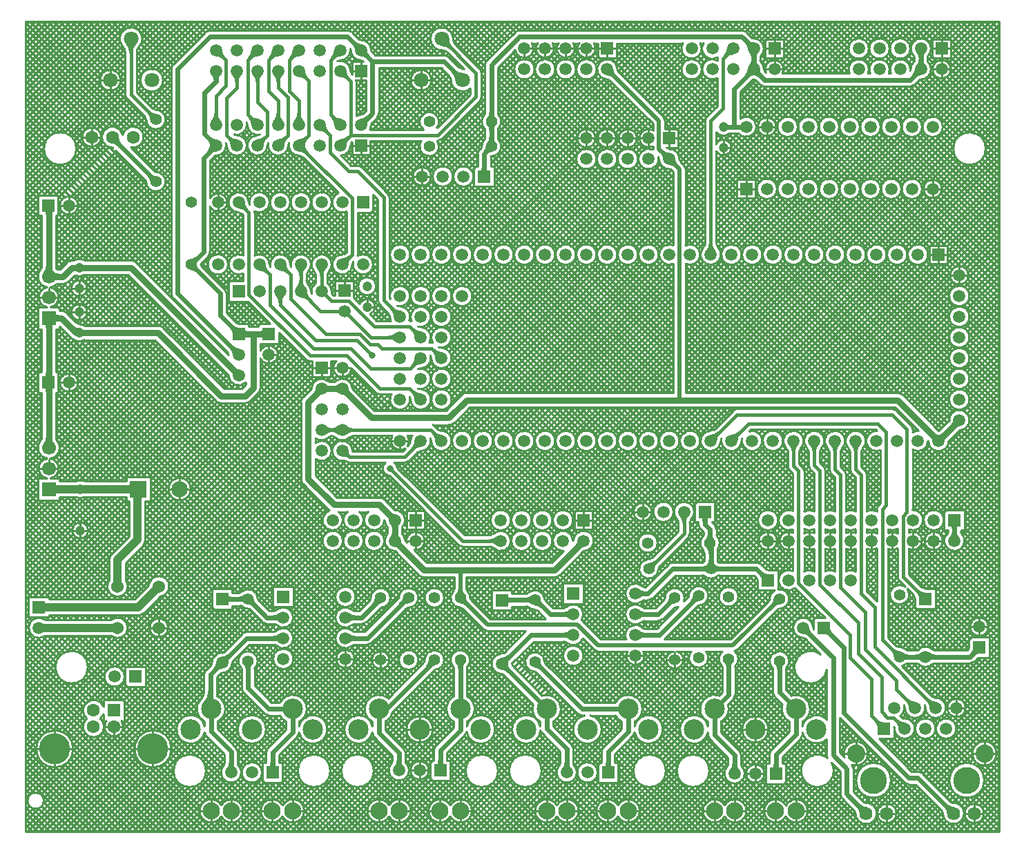
<source format=gbl>
G04 Layer_Physical_Order=2*
G04 Layer_Color=16711680*
%FSLAX25Y25*%
%MOIN*%
G70*
G01*
G75*
%ADD10C,0.01575*%
%ADD11C,0.03150*%
%ADD12C,0.02362*%
%ADD13C,0.00906*%
%ADD14C,0.01000*%
%ADD15C,0.06299*%
%ADD16C,0.06693*%
%ADD17R,0.06693X0.06693*%
%ADD18R,0.05906X0.05906*%
%ADD19C,0.05906*%
%ADD20R,0.07874X0.07874*%
%ADD21C,0.07874*%
%ADD22C,0.04724*%
%ADD23C,0.05906*%
%ADD24R,0.05906X0.05906*%
%ADD25C,0.08268*%
%ADD26C,0.09843*%
%ADD27R,0.05906X0.05906*%
%ADD28R,0.05906X0.05906*%
%ADD29C,0.08780*%
%ADD30C,0.12992*%
%ADD31C,0.06378*%
%ADD32C,0.07087*%
%ADD33C,0.06000*%
%ADD34C,0.05512*%
%ADD35C,0.14961*%
%ADD36R,0.06299X0.06299*%
%ADD37C,0.03150*%
%ADD38C,0.01969*%
%ADD39C,0.03937*%
D10*
X185854Y211614D02*
G03*
X182158Y210083I0J-5228D01*
G01*
X182158Y210083D02*
G03*
X183689Y213779I-3697J3697D01*
G01*
X339551Y177476D02*
G03*
X338020Y173779I3697J-3697D01*
G01*
X422323Y44842D02*
G03*
X420792Y48539I-5228J0D01*
G01*
X101697Y285303D02*
G03*
X98000Y286835I-3697J-3697D01*
G01*
X144882Y326500D02*
G03*
X143351Y330196I-5228J0D01*
G01*
X143351Y330196D02*
G03*
X147047Y328665I3697J3697D01*
G01*
X94882Y316500D02*
G03*
X93351Y320197I-5228J0D01*
G01*
X387386Y172248D02*
G03*
X385854Y168552I3697J-3697D01*
G01*
X329551Y177476D02*
G03*
X328020Y173779I3697J-3697D01*
G01*
X325854Y175945D02*
G03*
X329551Y177476I0J5228D01*
G01*
X93351Y320197D02*
G03*
X97047Y318665I3697J3697D01*
G01*
X200705Y363295D02*
G03*
X196000Y365244I-4705J-4705D01*
G01*
X198756Y368000D02*
G03*
X200705Y363295I6653J0D01*
G01*
X46000Y361347D02*
G03*
X44051Y366051I-6653J0D01*
G01*
X47949D02*
G03*
X46000Y361347I4705J-4705D01*
G01*
X193689Y213779D02*
G03*
X192158Y217476I-5228J0D01*
G01*
X108578Y350969D02*
G03*
X107047Y347272I3697J-3697D01*
G01*
X397386Y172248D02*
G03*
X395854Y168552I3697J-3697D01*
G01*
X149213Y352500D02*
G03*
X150744Y348803I5228J0D01*
G01*
X150744Y348803D02*
G03*
X147047Y350335I-3697J-3697D01*
G01*
X413640Y72860D02*
G03*
X417000Y71469I3360J3360D01*
G01*
X395854Y168552D02*
G03*
X394323Y172248I-5228J0D01*
G01*
X147047Y360335D02*
G03*
X143351Y358804I0J-5228D01*
G01*
X143351Y358804D02*
G03*
X144882Y362500I-3697J3697D01*
G01*
X385854Y168552D02*
G03*
X384323Y172248I-5228J0D01*
G01*
X139531Y257469D02*
G03*
X138000Y253772I3697J-3697D01*
G01*
X121696Y255304D02*
G03*
X118000Y256835I-3697J-3697D01*
G01*
X325854Y269007D02*
G03*
X327385Y265311I5228J0D01*
G01*
X118000Y240772D02*
G03*
X116469Y244469I-5228J0D01*
G01*
X219272Y125500D02*
G03*
X222969Y127031I0J5228D01*
G01*
X138000Y253772D02*
G03*
X136469Y257469I-5228J0D01*
G01*
X120165Y259000D02*
G03*
X121696Y255304I5228J0D01*
G01*
X183689Y193780D02*
G03*
X182158Y197476I-5228J0D01*
G01*
X324323Y265311D02*
G03*
X325854Y269007I-3697J3697D01*
G01*
X90744Y358804D02*
G03*
X87047Y360335I-3697J-3697D01*
G01*
X89213Y362500D02*
G03*
X90744Y358804I5228J0D01*
G01*
X222969Y123969D02*
G03*
X219272Y125500I-3697J-3697D01*
G01*
X148000Y261165D02*
G03*
X151697Y262697I0J5228D01*
G01*
X127047Y360335D02*
G03*
X123351Y358804I0J-5228D01*
G01*
X113351Y358804D02*
G03*
X114882Y362500I-3697J3697D01*
G01*
X417323Y34843D02*
G03*
X415792Y38539I-5228J0D01*
G01*
X123351Y358804D02*
G03*
X124882Y362500I-3697J3697D01*
G01*
X192158Y177476D02*
G03*
X195854Y175945I3697J3697D01*
G01*
X377385Y172248D02*
G03*
X375854Y168552I3697J-3697D01*
G01*
X117047Y360335D02*
G03*
X113351Y358804I0J-5228D01*
G01*
X151697Y262697D02*
G03*
X150165Y259000I3697J-3697D01*
G01*
X432323Y44842D02*
G03*
X430792Y48539I-5228J0D01*
G01*
X375854Y168552D02*
G03*
X374323Y172248I-5228J0D01*
G01*
X107047Y318665D02*
G03*
X110744Y320197I0J5228D01*
G01*
X415792Y38539D02*
G03*
X419488Y37008I3697J3697D01*
G01*
X54640Y332360D02*
G03*
X58000Y330968I3360J3360D01*
G01*
X182158Y227476D02*
G03*
X185854Y225945I3697J3697D01*
G01*
X151500Y166000D02*
G03*
X148485Y166866I-2289J-2289D01*
G01*
X140744Y322803D02*
G03*
X137047Y324335I-3697J-3697D01*
G01*
X128000Y253772D02*
G03*
X126469Y257469I-5228J0D01*
G01*
X193689Y173779D02*
G03*
X192158Y177476I-5228J0D01*
G01*
X299360Y115360D02*
G03*
X297969Y112000I3360J-3360D01*
G01*
X119531Y244469D02*
G03*
X118000Y240772I3697J-3697D01*
G01*
X56032Y329000D02*
G03*
X54640Y332360I-4752J0D01*
G01*
X183689Y223780D02*
G03*
X182158Y227476I-5228J0D01*
G01*
X150165Y168976D02*
G03*
X151326Y166174I3963J0D01*
G01*
X185854Y171614D02*
G03*
X182158Y170083I0J-5228D01*
G01*
X129531Y257469D02*
G03*
X128000Y253772I3697J-3697D01*
G01*
X430792Y48539D02*
G03*
X434488Y47008I3697J3697D01*
G01*
X139213Y326500D02*
G03*
X140744Y322803I5228J0D01*
G01*
X115516Y328031D02*
G03*
X117047Y331728I-3697J3697D01*
G01*
X296000Y113969D02*
G03*
X299360Y115360I0J4752D01*
G01*
X118578Y350969D02*
G03*
X117047Y347272I3697J-3697D01*
G01*
D02*
G03*
X115516Y350969I-5228J0D01*
G01*
X117047Y331728D02*
G03*
X118578Y328031I5228J0D01*
G01*
X367386Y172248D02*
G03*
X365854Y168552I3697J-3697D01*
G01*
X98578Y350969D02*
G03*
X97047Y347272I3697J-3697D01*
G01*
X153285Y179000D02*
G03*
X149531Y177445I0J-5308D01*
G01*
X182158Y170083D02*
G03*
X183689Y173779I-3697J3697D01*
G01*
X182158Y197476D02*
G03*
X185854Y195945I3697J3697D01*
G01*
X97047Y347272D02*
G03*
X95516Y350969I-5228J0D01*
G01*
X425804Y101173D02*
G03*
X429500Y99642I3697J3697D01*
G01*
X127047Y318665D02*
G03*
X130744Y320197I0J5228D01*
G01*
X130744Y320197D02*
G03*
X129213Y316500I3697J-3697D01*
G01*
X107047Y360335D02*
G03*
X103351Y358804I0J-5228D01*
G01*
X120744Y320197D02*
G03*
X119213Y316500I3697J-3697D01*
G01*
X142829Y179000D02*
G03*
X146469Y180508I0J5147D01*
G01*
Y177445D02*
G03*
X142715Y179000I-3754J-3754D01*
G01*
X314531Y137969D02*
G03*
X313000Y134272I3697J-3697D01*
G01*
X107047Y347272D02*
G03*
X105516Y350969I-5228J0D01*
G01*
X365854Y168552D02*
G03*
X364323Y172248I-5228J0D01*
G01*
X313000Y134272D02*
G03*
X311469Y137969I-5228J0D01*
G01*
X110744Y320197D02*
G03*
X109213Y316500I3697J-3697D01*
G01*
X420792Y48539D02*
G03*
X424488Y47008I3697J3697D01*
G01*
X117047Y318665D02*
G03*
X120744Y320197I0J5228D01*
G01*
X129213Y316500D02*
G03*
X130633Y313070I4850J0D01*
G01*
X103351Y330196D02*
G03*
X107047Y328665I3697J3697D01*
G01*
X111697Y255304D02*
G03*
X108000Y256835I-3697J-3697D01*
G01*
X110165Y259000D02*
G03*
X111697Y255304I5228J0D01*
G01*
X335854Y175945D02*
G03*
X339551Y177476I0J5228D01*
G01*
X130744Y348803D02*
G03*
X127047Y350335I-3697J-3697D01*
G01*
X128000Y251228D02*
G03*
X129531Y247531I5228J0D01*
G01*
X126469D02*
G03*
X128000Y251228I-3697J3697D01*
G01*
X407323Y34843D02*
G03*
X405792Y38539I-5228J0D01*
G01*
X100165Y289000D02*
G03*
X101697Y285303I5228J0D01*
G01*
X174323Y222248D02*
G03*
X170627Y223780I-3697J-3697D01*
G01*
D02*
G03*
X174323Y225311I0J5228D01*
G01*
X336614Y361102D02*
G03*
X332918Y359571I0J-5228D01*
G01*
X332918Y359571D02*
G03*
X334449Y363268I-3697J3697D01*
G01*
X427335Y97476D02*
G03*
X425804Y101173I-5228J0D01*
G01*
X405792Y38539D02*
G03*
X409488Y37008I3697J3697D01*
G01*
X415031Y69500D02*
G03*
X413640Y72860I-4752J0D01*
G01*
X129213Y352500D02*
G03*
X130744Y348803I5228J0D01*
G01*
X150744Y320197D02*
G03*
X149213Y316500I3697J-3697D01*
G01*
X147047Y318665D02*
G03*
X150744Y320197I0J5228D01*
G01*
X125516Y328031D02*
G03*
X127047Y331728I-3697J3697D01*
G01*
X130165Y246000D02*
G03*
X131696Y242303I5228J0D01*
G01*
X103351Y358804D02*
G03*
X104882Y362500I-3697J3697D01*
G01*
X192158Y217476D02*
G03*
X195854Y215945I3697J3697D01*
G01*
X143285Y179000D02*
G03*
X139531Y177445I0J-5308D01*
G01*
X173689Y233780D02*
G03*
X172158Y237476I-5228J0D01*
G01*
X172158Y237476D02*
G03*
X175854Y235945I3697J3697D01*
G01*
X85516Y328031D02*
G03*
X87047Y331728I-3697J3697D01*
G01*
X139531Y180508D02*
G03*
X143171Y179000I3639J3639D01*
G01*
X131696Y242303D02*
G03*
X128000Y243835I-3697J-3697D01*
G01*
X127047Y331728D02*
G03*
X128578Y328031I5228J0D01*
G01*
X131011Y312693D02*
G03*
X127047Y314335I-3963J-3963D01*
G01*
X104882Y326500D02*
G03*
X103351Y330196I-5228J0D01*
G01*
X87047Y331728D02*
G03*
X88578Y328031I5228J0D01*
G01*
X149531Y180508D02*
G03*
X153171Y179000I3639J3639D01*
G01*
X378500Y104500D02*
X397000Y86000D01*
Y71000D02*
Y86000D01*
Y71000D02*
X408354Y59646D01*
X368240Y104981D02*
X393000Y80222D01*
Y69000D02*
Y80222D01*
Y69000D02*
X403354Y58646D01*
X388500Y103000D02*
X400500Y91000D01*
Y73000D02*
Y91000D01*
Y73000D02*
X415491Y58009D01*
X368240Y104981D02*
Y159260D01*
X378500Y104500D02*
Y159500D01*
X398508Y100006D02*
X405075Y93439D01*
Y74256D02*
Y93439D01*
Y74256D02*
X434488Y44842D01*
X388500Y103000D02*
Y157500D01*
X398500Y138333D02*
Y157500D01*
Y138333D02*
X398508Y138325D01*
X403354Y40976D02*
Y58646D01*
X408354Y43000D02*
Y59646D01*
X415491Y53840D02*
X424488Y44842D01*
X415491Y53840D02*
Y58009D01*
X196000Y368000D02*
X212500Y351500D01*
Y340000D02*
Y351500D01*
X193953Y321453D02*
X212500Y340000D01*
X152000Y321453D02*
X193953D01*
X313000Y129000D02*
Y139500D01*
X296000Y112000D02*
X313000Y129000D01*
X178075Y166000D02*
X185854Y173779D01*
X151500Y166000D02*
X178075D01*
X149000Y168500D02*
X151500Y166000D01*
X190634Y179000D02*
X195854Y173779D01*
X138000Y179000D02*
X190634Y179000D01*
X331874Y358528D02*
X336614Y363268D01*
X414228Y40102D02*
X419488Y34843D01*
X403354Y40976D02*
X409488Y34843D01*
X408354Y43000D02*
X411252Y40102D01*
X414228D01*
X180595Y199039D02*
X185854Y193780D01*
X180595Y229039D02*
X185854Y223780D01*
X148000Y259000D02*
X152740Y263740D01*
X180709Y208634D02*
X185854Y213779D01*
X191114Y218520D02*
X195854Y213779D01*
X98000Y289000D02*
X102891Y284109D01*
Y244406D02*
Y284109D01*
X138000Y246000D02*
Y259000D01*
X128000Y246000D02*
Y259000D01*
X118000D02*
X123000Y254000D01*
Y242500D02*
Y254000D01*
X147047Y316500D02*
X152000Y321453D01*
Y347547D01*
X147047Y352500D02*
X152000Y347547D01*
X97047Y344311D02*
Y352500D01*
X87047Y362500D02*
X91787Y357760D01*
X92000Y321547D02*
X97047Y316500D01*
X92000Y321547D02*
Y339264D01*
X97047Y344311D01*
X87047Y326500D02*
Y340547D01*
X91787Y345287D01*
Y357760D01*
X97000Y326547D02*
X97047Y326500D01*
X102307Y357760D02*
X107047Y362500D01*
X102307Y331240D02*
Y357760D01*
Y331240D02*
X107047Y326500D01*
Y316500D02*
X111787Y321240D01*
X107047Y337453D02*
Y352500D01*
Y337453D02*
X111787Y332713D01*
Y321240D02*
Y332713D01*
X112307Y357760D02*
X117047Y362500D01*
X112307Y342693D02*
Y357760D01*
X117047Y326500D02*
Y337953D01*
X112307Y342693D02*
X117047Y337953D01*
Y316500D02*
X121787Y321240D01*
X117047Y344453D02*
Y352500D01*
Y344453D02*
X121787Y339713D01*
Y321240D02*
Y339713D01*
X122307Y357760D02*
X127047Y362500D01*
X122307Y342834D02*
Y357760D01*
X127047Y326500D02*
Y338094D01*
X122307Y342834D02*
X127047Y338094D01*
Y352500D02*
X131787Y347760D01*
X127047Y316500D02*
X131787Y321240D01*
Y347760D01*
X127047Y316500D02*
X127204D01*
X152740Y263740D02*
Y290963D01*
X127204Y316500D02*
X152740Y290963D01*
X168000Y241634D02*
X175854Y233780D01*
X142008Y312992D02*
X151000Y304000D01*
X142008Y312992D02*
Y321539D01*
X137047Y326500D02*
X142008Y321539D01*
X151000Y304000D02*
X155500D01*
X168000Y291500D01*
Y241634D02*
Y291500D01*
X142307Y357760D02*
X147047Y362500D01*
X142307Y331240D02*
X147047Y326500D01*
X142307Y331240D02*
Y357760D01*
X46000Y341000D02*
Y368000D01*
Y341000D02*
X58000Y329000D01*
X335854Y173779D02*
X344075Y182000D01*
X406500D01*
X410595Y177905D01*
Y142595D02*
Y177905D01*
X408760Y140760D02*
X410595Y142595D01*
X408760Y77740D02*
X417000Y69500D01*
X408760Y77740D02*
Y140760D01*
X325854Y173779D02*
X338575Y186500D01*
X413500D01*
X420595Y179405D01*
Y139298D02*
Y179405D01*
X418760Y137463D02*
X420595Y139298D01*
X418760Y108217D02*
X429500Y97476D01*
X418760Y108217D02*
Y137463D01*
X171000Y160500D02*
X206000Y125500D01*
X224500D01*
X365854Y161646D02*
Y173779D01*
Y161646D02*
X368240Y159260D01*
X375854Y162146D02*
Y173779D01*
Y162146D02*
X378500Y159500D01*
X385854Y160146D02*
Y173779D01*
Y160146D02*
X388500Y157500D01*
X395854Y160146D02*
Y173779D01*
Y160146D02*
X398500Y157500D01*
X398508Y100006D02*
Y138325D01*
X325854Y263779D02*
Y328354D01*
X331874Y334374D01*
Y358528D01*
X138000Y246000D02*
X142740Y241260D01*
X108000Y259000D02*
X113000Y254000D01*
X165961Y199039D02*
X180595D01*
X102891Y244406D02*
X132296Y215000D01*
X150000D01*
X165961Y199039D01*
X128000Y246000D02*
X137500Y236500D01*
X113000Y239500D02*
Y254000D01*
Y239500D02*
X134000Y218500D01*
X118000Y239500D02*
Y246000D01*
Y239500D02*
X135000Y222500D01*
X155000D01*
X162500Y215000D01*
X123000Y242500D02*
X140000Y225500D01*
X137500Y236500D02*
X149000D01*
X142740Y241260D02*
X151240D01*
X163461Y229039D01*
X180595D01*
X149000Y236500D02*
X161721Y223780D01*
X175854D01*
X140000Y225500D02*
X156359D01*
X161359Y220500D01*
X165000D01*
X166980Y218520D01*
X191114D01*
X134000Y218500D02*
X152000D01*
X161866Y208634D01*
X180709D01*
D11*
X445854Y182402D02*
G03*
X443502Y181427I0J-3327D01*
G01*
X6299Y283451D02*
G03*
X5026Y286526I-4348J0D01*
G01*
X443502Y181427D02*
G03*
X444476Y183780I-2352J2352D01*
G01*
X262148Y123148D02*
G03*
X263122Y125500I-2352J2352D01*
G01*
X264500Y124122D02*
G03*
X262148Y123148I0J-3327D01*
G01*
X5046Y171753D02*
G03*
X6299Y174777I-3024J3024D01*
G01*
Y257454D02*
G03*
X7552Y254430I4277J0D01*
G01*
X5046D02*
G03*
X6299Y257454I-3024J3024D01*
G01*
Y197951D02*
G03*
X5026Y201026I-4348J0D01*
G01*
Y202974D02*
G03*
X6299Y206049I-3075J3075D01*
G01*
X135648Y196624D02*
G03*
X136622Y198976I-2352J2352D01*
G01*
X101327Y225500D02*
G03*
X98974Y224526I0J-3327D01*
G01*
Y226474D02*
G03*
X101327Y225500I2352J2352D01*
G01*
X7552Y234430D02*
G03*
X10576Y233177I3024J3024D01*
G01*
X95648Y207852D02*
G03*
X98000Y206878I2352J2352D01*
G01*
X6299Y174777D02*
G03*
X7552Y171753I4277J0D01*
G01*
X10576Y233177D02*
G03*
X7552Y231924I0J-4277D01*
G01*
D02*
G03*
X6299Y228900I3024J-3024D01*
G01*
D02*
G03*
X5046Y231924I-4277J0D01*
G01*
X10576Y253177D02*
G03*
X7552Y251924I0J-4277D01*
G01*
Y254430D02*
G03*
X10576Y253177I3024J3024D01*
G01*
X172412Y126474D02*
G03*
X173386Y128827I-2352J2352D01*
G01*
X109173Y225500D02*
G03*
X111526Y226474I0J3327D01*
G01*
Y224526D02*
G03*
X109173Y225500I-2352J-2352D01*
G01*
X96622Y205500D02*
G03*
X95648Y207852I-3327J0D01*
G01*
X433502Y176132D02*
G03*
X435854Y175157I2352J2352D01*
G01*
X434476Y173779D02*
G03*
X433502Y176132I-3327J0D01*
G01*
X138974Y199951D02*
G03*
X141327Y198976I2352J2352D01*
G01*
X144673D02*
G03*
X147026Y199951I0J3327D01*
G01*
X173386Y132173D02*
G03*
X172412Y134526I-3327J0D01*
G01*
X174360D02*
G03*
X173386Y132173I2352J-2352D01*
G01*
X149378Y198976D02*
G03*
X150352Y196624I3327J0D01*
G01*
D02*
G03*
X148000Y197598I-2352J-2352D01*
G01*
X147026Y198002D02*
G03*
X144673Y198976I-2352J-2352D01*
G01*
X175738Y123148D02*
G03*
X173386Y124122I-2352J-2352D01*
G01*
Y128827D02*
G03*
X174360Y126474I3327J0D01*
G01*
X174764Y125500D02*
G03*
X175738Y123148I3327J0D01*
G01*
X438207Y176132D02*
G03*
X437232Y173779I2352J-2352D01*
G01*
X435854Y175157D02*
G03*
X438207Y176132I0J3327D01*
G01*
X141327Y198976D02*
G03*
X138974Y198002I0J-3327D01*
G01*
X138000Y197598D02*
G03*
X135648Y196624I0J-3327D01*
G01*
X172008Y135500D02*
G03*
X171034Y137852I-3327J0D01*
G01*
D02*
G03*
X173386Y136878I2352J2352D01*
G01*
X17095Y228405D02*
G03*
X21000Y226787I3905J3905D01*
G01*
X6299Y170500D02*
Y233177D01*
X98000Y225500D02*
X105000D01*
X435854Y173779D02*
X445854Y183780D01*
X165886Y143000D02*
X173386Y135500D01*
X144000Y143000D02*
X165886D01*
X131500Y155500D02*
X144000Y143000D01*
X131500Y155500D02*
Y192476D01*
X138000Y198976D01*
X173386Y125500D02*
Y135500D01*
X138000Y198976D02*
X148000D01*
X6299Y233177D02*
X12323D01*
X19500Y226000D01*
X21000D01*
X6299Y253177D02*
X13256D01*
X17579Y257500D01*
X6299Y253177D02*
Y287402D01*
X17579Y257500D02*
X21000D01*
X20779Y226220D02*
X21000Y226000D01*
Y257500D02*
X46000D01*
X98000Y205500D01*
X101000Y195500D02*
X105000Y199500D01*
Y225500D01*
X112500D01*
X21000Y226000D02*
X59000D01*
X89500Y195500D01*
X101000D01*
X161976Y185000D02*
X199500D01*
X148000Y198976D02*
X161976Y185000D01*
X199500D02*
X208000Y193500D01*
X416134D01*
X435854Y173779D01*
X250500Y111500D02*
X264500Y125500D01*
X205000Y111500D02*
X250500D01*
X173386Y125500D02*
X187386Y111500D01*
X205000D01*
D12*
X373524Y80476D02*
G03*
X370500Y81728I-3024J-3024D01*
G01*
X356102Y14387D02*
G03*
X357354Y17411I-3024J3024D01*
G01*
D02*
G03*
X358607Y14387I4277J0D01*
G01*
X113102Y14887D02*
G03*
X114354Y17911I-3024J3024D01*
G01*
X84023Y313476D02*
G03*
X85276Y316500I-3024J3024D01*
G01*
X87047Y314728D02*
G03*
X84023Y313476I0J-4277D01*
G01*
X359000Y63698D02*
G03*
X357887Y66386I-3802J0D01*
G01*
X336102Y14387D02*
G03*
X337354Y17411I-3024J3024D01*
G01*
D02*
G03*
X338607Y14387I4277J0D01*
G01*
X360114Y66386D02*
G03*
X359000Y63698I2688J-2688D01*
G01*
X439643Y-2714D02*
G03*
X443071Y-4134I3428J3428D01*
G01*
X317312Y96312D02*
G03*
X318425Y99000I-2688J2688D01*
G01*
X320000Y97425D02*
G03*
X317312Y96312I0J-3802D01*
G01*
X85276Y316500D02*
G03*
X84023Y319524I-4277J0D01*
G01*
X84023Y319524D02*
G03*
X87047Y318272I3024J3024D01*
G01*
X237198Y97000D02*
G03*
X239886Y98114I0J3802D01*
G01*
X441063Y-6142D02*
G03*
X439643Y-2714I-4847J0D01*
G01*
X242575Y97000D02*
G03*
X243335Y95165I2595J0D01*
G01*
X293777Y90000D02*
G03*
X290753Y88747I0J-4277D01*
G01*
Y91253D02*
G03*
X293777Y90000I3024J3024D01*
G01*
X244542Y93958D02*
G03*
X241000Y95425I-3542J-3542D01*
G01*
X103614Y66386D02*
G03*
X102500Y63698I2688J-2688D01*
G01*
X348386Y353268D02*
G03*
X349639Y350243I4277J0D01*
G01*
X239886Y95886D02*
G03*
X237198Y97000I-2688J-2688D01*
G01*
X455500Y72228D02*
G03*
X452476Y70976I0J-4277D01*
G01*
X452476Y70976D02*
G03*
X453728Y74000I-3024J3024D01*
G01*
X382272Y83500D02*
G03*
X383524Y80476I4277J0D01*
G01*
X335613Y67387D02*
G03*
X334500Y64698I2688J-2688D01*
G01*
X242575Y67000D02*
G03*
X243688Y64312I3802J0D01*
G01*
D02*
G03*
X241000Y65425I-2688J-2688D01*
G01*
X258247Y88747D02*
G03*
X255223Y90000I-3024J-3024D01*
G01*
X154023Y365524D02*
G03*
X157047Y364272I3024J3024D01*
G01*
X255223Y90000D02*
G03*
X258247Y91253I0J4277D01*
G01*
X326000Y119491D02*
G03*
X324387Y123386I-5509J0D01*
G01*
X166500Y96425D02*
G03*
X164665Y95665I0J-2595D01*
G01*
X349639Y350243D02*
G03*
X346614Y351496I-3024J-3024D01*
G01*
X201968Y352032D02*
G03*
X206000Y350362I4033J4033D01*
G01*
X324253Y138247D02*
G03*
X323000Y135223I3024J-3024D01*
G01*
D02*
G03*
X321747Y138247I-4277J0D01*
G01*
X397478Y-2714D02*
G03*
X400906Y-4134I3428J3428D01*
G01*
X324387Y125614D02*
G03*
X325500Y128302I-2688J2688D01*
G01*
D02*
G03*
X326613Y125614I3802J0D01*
G01*
X153777Y78500D02*
G03*
X150753Y77247I0J-4277D01*
G01*
X38969Y320500D02*
G03*
X40687Y316352I5866J0D01*
G01*
X203638Y348000D02*
G03*
X201968Y352032I-5703J0D01*
G01*
X225000Y67917D02*
G03*
X228273Y69273I0J4629D01*
G01*
X276354Y17911D02*
G03*
X277607Y14887I4277J0D01*
G01*
X227921Y68921D02*
G03*
X226772Y66146I2776J-2776D01*
G01*
X180000Y96425D02*
G03*
X176458Y94958I0J-5009D01*
G01*
X177665Y96165D02*
G03*
X178425Y98000I-1835J1835D01*
G01*
X175354Y18911D02*
G03*
X176607Y15887I4277J0D01*
G01*
X206114Y66887D02*
G03*
X205039Y64293I2593J-2593D01*
G01*
X226772Y66146D02*
G03*
X228155Y62805I4724J0D01*
G01*
X398898Y-6142D02*
G03*
X397478Y-2714I-4847J0D01*
G01*
X227709Y63252D02*
G03*
X225000Y64374I-2709J-2709D01*
G01*
X205039Y64103D02*
G03*
X203886Y66887I-3936J0D01*
G01*
X91253Y98607D02*
G03*
X94277Y97354I3024J3024D01*
G01*
X424298Y350243D02*
G03*
X425551Y353268I-3024J3024D01*
G01*
X39573Y317466D02*
G03*
X37000Y318531I-2573J-2573D01*
G01*
X115223Y78500D02*
G03*
X118247Y79753I0J4277D01*
G01*
X114354Y17911D02*
G03*
X115607Y14887I4277J0D01*
G01*
X346614Y351496D02*
G03*
X343590Y350243I0J-4277D01*
G01*
X158819Y362500D02*
G03*
X160072Y359476I4277J0D01*
G01*
X88300Y351247D02*
G03*
X87047Y348223I3024J-3024D01*
G01*
X343590Y350243D02*
G03*
X344843Y353268I-3024J3024D01*
G01*
X290753Y81253D02*
G03*
X293777Y80000I3024J3024D01*
G01*
D02*
G03*
X290753Y78747I0J-4277D01*
G01*
X102500Y63698D02*
G03*
X101386Y66386I-3802J0D01*
G01*
X90000Y68417D02*
G03*
X93024Y69670I0J4277D01*
G01*
X157047Y328272D02*
G03*
X160072Y329524I0J4277D01*
G01*
X160072Y329524D02*
G03*
X158819Y326500I3024J-3024D01*
G01*
X118247Y77247D02*
G03*
X115223Y78500I-3024J-3024D01*
G01*
X428576Y362015D02*
G03*
X427323Y358991I3024J-3024D01*
G01*
D02*
G03*
X426070Y362015I-4277J0D01*
G01*
X87047Y348223D02*
G03*
X85795Y351247I-4277J0D01*
G01*
X418114Y70613D02*
G03*
X420802Y69500I2688J2688D01*
G01*
X346614Y357545D02*
G03*
X347867Y354521I4277J0D01*
G01*
X345361D02*
G03*
X346614Y357545I-3024J3024D01*
G01*
X444753Y134247D02*
G03*
X443500Y131223I3024J-3024D01*
G01*
D02*
G03*
X442247Y134247I-4277J0D01*
G01*
X94354Y17911D02*
G03*
X95607Y14887I4277J0D01*
G01*
X218886Y317113D02*
G03*
X220000Y319802I-2688J2688D01*
G01*
X153777Y88500D02*
G03*
X150753Y87247I0J-4277D01*
G01*
X98346Y97354D02*
G03*
X101386Y98614I0J4299D01*
G01*
X160072Y359476D02*
G03*
X157047Y360728I-3024J-3024D01*
G01*
X155276Y362500D02*
G03*
X154023Y365524I-4277J0D01*
G01*
X192500Y66425D02*
G03*
X190665Y65665I0J-2595D01*
G01*
X195354Y18911D02*
G03*
X196607Y15887I4277J0D01*
G01*
X344843Y363268D02*
G03*
X343590Y366292I-4277J0D01*
G01*
X428247Y68271D02*
G03*
X425280Y69500I-2967J-2967D01*
G01*
X425166D02*
G03*
X428247Y70776I0J4358D01*
G01*
X308500Y96425D02*
G03*
X305812Y95312I0J-3802D01*
G01*
D02*
G03*
X306925Y98000I-2688J2688D01*
G01*
X94976Y228524D02*
G03*
X98000Y227272I3024J3024D01*
G01*
X96228Y225500D02*
G03*
X94976Y228524I-4277J0D01*
G01*
X94976Y218524D02*
G03*
X98000Y217272I3024J3024D01*
G01*
X104075Y97500D02*
G03*
X105188Y94812I3802J0D01*
G01*
D02*
G03*
X102500Y95925I-2688J-2688D01*
G01*
X343590Y366292D02*
G03*
X346614Y365039I3024J3024D01*
G01*
X221113Y326887D02*
G03*
X220000Y324198I2688J-2688D01*
G01*
X216500Y305777D02*
G03*
X217753Y302753I4277J0D01*
G01*
X430753Y70776D02*
G03*
X433777Y69524I3024J3024D01*
G01*
X255102Y14887D02*
G03*
X256354Y17911I-3024J3024D01*
G01*
X56425Y299000D02*
G03*
X55284Y301754I-3895J0D01*
G01*
X189458Y64458D02*
G03*
X190925Y68000I-3542J3542D01*
G01*
X427323Y351496D02*
G03*
X424298Y350243I0J-4277D01*
G01*
X420802Y69500D02*
G03*
X418114Y68387I0J-3802D01*
G01*
X322198Y112000D02*
G03*
X324886Y113114I0J3802D01*
G01*
Y110886D02*
G03*
X322198Y112000I-2688J-2688D01*
G01*
X150753Y79753D02*
G03*
X153777Y78500I3024J3024D01*
G01*
X101386Y96386D02*
G03*
X99050Y97354I-2337J-2337D01*
G01*
X93024Y69670D02*
G03*
X91772Y66646I3024J-3024D01*
G01*
X90000Y64874D02*
G03*
X86976Y63621I0J-4277D01*
G01*
X220000Y324198D02*
G03*
X218886Y326887I-3802J0D01*
G01*
X217312Y313312D02*
G03*
X218425Y316000I-2688J2688D01*
G01*
X226253Y98107D02*
G03*
X228925Y97000I2673J2673D01*
G01*
X75000Y260575D02*
G03*
X77688Y261688I0J3802D01*
G01*
X150753Y89753D02*
G03*
X153777Y88500I3024J3024D01*
G01*
X426070Y354521D02*
G03*
X427323Y357545I-3024J3024D01*
G01*
X215247Y302753D02*
G03*
X216500Y305777I-3024J3024D01*
G01*
X290753Y101253D02*
G03*
X293777Y100000I3024J3024D01*
G01*
D02*
G03*
X290753Y98747I0J-4277D01*
G01*
X334500Y64698D02*
G03*
X333386Y67387I-3802J0D01*
G01*
X86976Y63621D02*
G03*
X88228Y66646I-3024J3024D01*
G01*
X329802Y112000D02*
G03*
X327114Y110886I0J-3802D01*
G01*
X229629Y97000D02*
G03*
X226253Y95602I0J-4775D01*
G01*
X163458Y94458D02*
G03*
X164925Y98000I-3542J3542D01*
G01*
X96228Y215500D02*
G03*
X94976Y218524I-4277J0D01*
G01*
X93102Y14887D02*
G03*
X94354Y17911I-3024J3024D01*
G01*
X94277Y97354D02*
G03*
X91253Y96102I0J-4277D01*
G01*
X427323Y357545D02*
G03*
X428576Y354521I4277J0D01*
G01*
X372272Y83500D02*
G03*
X373524Y80476I4277J0D01*
G01*
X258247Y78747D02*
G03*
X255223Y80000I-3024J-3024D01*
G01*
X275102Y14887D02*
G03*
X276354Y17911I-3024J3024D01*
G01*
X218886Y329114D02*
G03*
X220000Y331802I-2688J2688D01*
G01*
X324886Y113114D02*
G03*
X326000Y115802I-2688J2688D01*
G01*
X174102Y15887D02*
G03*
X175354Y18911I-3024J3024D01*
G01*
X82025Y46936D02*
G03*
X84354Y52561I-5624J5624D01*
G01*
X220000Y331802D02*
G03*
X221113Y329114I3802J0D01*
G01*
X433777Y69524D02*
G03*
X430753Y68271I0J-4277D01*
G01*
X255223Y80000D02*
G03*
X258247Y81253I0J4277D01*
G01*
X347867Y362015D02*
G03*
X346614Y358991I3024J-3024D01*
G01*
D02*
G03*
X345361Y362015I-4277J0D01*
G01*
X443500Y129777D02*
G03*
X444753Y126753I4277J0D01*
G01*
X442247D02*
G03*
X443500Y129777I-3024J3024D01*
G01*
X220000Y319802D02*
G03*
X221113Y317113I3802J0D01*
G01*
X220000Y314425D02*
G03*
X217312Y313312I0J-3802D01*
G01*
X351654Y106500D02*
G03*
X350401Y109524I-4277J0D01*
G01*
X350401Y109524D02*
G03*
X353425Y108272I3024J3024D01*
G01*
X383524Y80476D02*
G03*
X380500Y81728I-3024J-3024D01*
G01*
X326000Y115802D02*
G03*
X327114Y113114I3802J0D01*
G01*
D02*
G03*
X329802Y112000I2688J2688D01*
G01*
X256354Y17911D02*
G03*
X257607Y14887I4277J0D01*
G01*
X77688Y261688D02*
G03*
X76575Y259000I2688J-2688D01*
G01*
X77688Y256312D02*
G03*
X75000Y257425I-2688J-2688D01*
G01*
X76575Y259000D02*
G03*
X77688Y256312I3802J0D01*
G01*
X55378Y301661D02*
G03*
X58000Y300575I2622J2622D01*
G01*
X194102Y15887D02*
G03*
X195354Y18911I-3024J3024D01*
G01*
X118247Y87247D02*
G03*
X115223Y88500I-3024J-3024D01*
G01*
D02*
G03*
X118247Y89753I0J4277D01*
G01*
X421500Y11000D02*
X425929D01*
X390008Y42492D02*
X421500Y11000D01*
X390008Y42492D02*
Y73992D01*
X425929Y11000D02*
X443071Y-6142D01*
X391500Y3264D02*
X400906Y-6142D01*
X391500Y3264D02*
Y15500D01*
X385000Y22000D02*
X391500Y15500D01*
X380500Y83500D02*
X390008Y73992D01*
X89000Y234500D02*
X98000Y225500D01*
X89000Y234500D02*
Y245000D01*
X233500Y369000D02*
X340882D01*
X220000Y355500D02*
X233500Y369000D01*
X220000Y328000D02*
Y355500D01*
X340882Y369000D02*
X346614Y363268D01*
X36769Y320269D02*
X58000Y299039D01*
Y299000D02*
Y299039D01*
X150547Y369000D02*
X157047Y362500D01*
X84000Y369000D02*
X150547D01*
X68500Y353500D02*
X84000Y369000D01*
X68500Y245000D02*
Y353500D01*
X301000Y80000D02*
X320000Y99000D01*
X347925Y112000D02*
X353425Y106500D01*
X326000Y112000D02*
X347925D01*
X216500Y312500D02*
X220000Y316000D01*
X216500Y301500D02*
Y312500D01*
X325500Y124500D02*
Y131000D01*
X323000Y133500D02*
X325500Y131000D01*
X323000Y133500D02*
Y139500D01*
X443500Y125500D02*
Y135500D01*
X307500Y112000D02*
X326000D01*
X295500Y100000D02*
X307500Y112000D01*
X289500Y100000D02*
X295500D01*
X346614Y353268D02*
X351748Y348134D01*
X422189D01*
X427323Y353268D01*
Y363268D01*
X346614Y353268D02*
Y363268D01*
X337000Y343653D02*
X346614Y353268D01*
X337000Y326024D02*
Y343653D01*
X220000Y316000D02*
Y328000D01*
X326000Y112000D02*
Y124000D01*
X325500Y124500D02*
X326000Y124000D01*
X289500Y100000D02*
Y100500D01*
X359000Y52331D02*
Y67500D01*
Y52331D02*
X367039Y44291D01*
Y32039D02*
Y44291D01*
X357354Y22354D02*
X367039Y32039D01*
X357354Y13134D02*
Y22354D01*
X337354Y13134D02*
Y22146D01*
X327669Y31831D02*
X337354Y22146D01*
X327669Y31831D02*
Y44291D01*
X286039Y33539D02*
Y44291D01*
X276354Y23854D02*
X286039Y33539D01*
X276354Y13634D02*
Y23854D01*
X256354Y13634D02*
Y25146D01*
X246669Y34831D02*
X256354Y25146D01*
X246669Y34831D02*
Y44291D01*
X205039Y34039D02*
Y44291D01*
X195354Y24354D02*
X205039Y34039D01*
X195354Y14634D02*
Y24354D01*
X175354Y14634D02*
Y23146D01*
X165669Y32831D02*
X175354Y23146D01*
X165669Y32831D02*
Y44291D01*
X124039Y33039D02*
Y44291D01*
X114354Y23354D02*
X124039Y33039D01*
X114354Y13634D02*
Y23354D01*
X94354Y13634D02*
Y23646D01*
X84669Y33331D02*
X94354Y23646D01*
X84669Y33331D02*
Y44291D01*
X112563D02*
X124039D01*
X84354Y44606D02*
X84669Y44291D01*
X205039D02*
Y68000D01*
X149500Y78500D02*
X160000D01*
X180000Y98500D01*
X165669Y44291D02*
X169291D01*
X192500Y67500D01*
X149500Y88500D02*
X157500D01*
X166250Y97250D01*
X102500Y54354D02*
X112563Y44291D01*
X102500Y54354D02*
Y67500D01*
X111500Y88500D02*
X119500D01*
X102646Y97354D02*
X111500Y88500D01*
X90000Y97354D02*
X102354D01*
X102500Y97500D01*
X84354Y44606D02*
Y61000D01*
X101854Y78500D01*
X119500D01*
X241000Y67000D02*
X263709Y44291D01*
X286039D01*
X224980Y65980D02*
X246669Y44291D01*
X225073Y66073D02*
X239000Y80000D01*
X259500D01*
X225000Y97000D02*
X241500D01*
X248500Y90000D01*
X259500D01*
X289500D02*
X300500D01*
X308500Y98000D01*
X289500Y80000D02*
X301000D01*
X327669Y44291D02*
X334500Y51122D01*
Y68500D01*
X87047Y347547D02*
Y352500D01*
X75000Y259000D02*
X81000Y265000D01*
X81500Y322047D02*
X87047Y316500D01*
X81500Y322047D02*
Y342000D01*
X87047Y347547D01*
X81000Y310453D02*
X87047Y316500D01*
X81000Y265000D02*
Y310453D01*
X157047Y326500D02*
X162500Y331953D01*
Y357047D01*
X157047Y362500D02*
X162500Y357047D01*
X68500Y245000D02*
X98000Y215500D01*
X196953Y357047D02*
X206000Y348000D01*
X162500Y357047D02*
X196953D01*
X101000Y195500D02*
Y196000D01*
X417000Y69500D02*
X429476D01*
X429500Y69524D01*
X451024D01*
X455500Y74000D01*
X332000Y325500D02*
X343000D01*
X75000Y259000D02*
X89000Y245000D01*
X385000Y22000D02*
Y69000D01*
X370500Y83500D02*
X385000Y69000D01*
D13*
X3921Y0D02*
G03*
X3921Y0I-3921J0D01*
G01*
X18087Y25051D02*
G03*
X18087Y25051I-8933J0D01*
G01*
X89591Y-2277D02*
G03*
X89591Y-7565I-4921J-2644D01*
G01*
X65488Y25051D02*
G03*
X65488Y25051I-8933J0D01*
G01*
X82213Y14449D02*
G03*
X82213Y14449I-7858J0D01*
G01*
X24687Y39658D02*
G03*
X33035Y35721I3246J-3937D01*
G01*
D02*
G03*
X31179Y39658I-5102J0D01*
G01*
D02*
G03*
X32673Y41706I-3246J3937D01*
G01*
Y45483D02*
G03*
X24687Y39658I-4740J-1888D01*
G01*
X25213Y64500D02*
G03*
X25213Y64500I-7858J0D01*
G01*
X34101Y38492D02*
G03*
X42378Y35721I3674J-2772D01*
G01*
D02*
G03*
X41450Y38492I-4602J0D01*
G01*
X81535Y35947D02*
G03*
X81551Y33021I-6709J-1499D01*
G01*
D02*
G03*
X82457Y31111I3118J310D01*
G01*
X81551Y33021D02*
G03*
X82453Y31115I3118J310D01*
G01*
X79814Y49157D02*
G03*
X81535Y38173I4855J-4866D01*
G01*
X42943Y59971D02*
G03*
X42943Y59971I-4905J0D01*
G01*
X79814Y49157D02*
G03*
X81221Y52561I-3414J3403D01*
G01*
X82138Y63216D02*
G03*
X81221Y61000I2216J-2216D01*
G01*
X82142Y63220D02*
G03*
X81221Y61000I2212J-2220D01*
G01*
X89591Y-7565D02*
G03*
X100098Y-4921I4921J2644D01*
G01*
D02*
G03*
X89591Y-2277I-5587J0D01*
G01*
X99260Y13634D02*
G03*
X97819Y17107I-4905J0D01*
G01*
X90890Y17107D02*
G03*
X91220Y17911I-813J804D01*
G01*
X97488D02*
G03*
X97819Y17107I1143J0D01*
G01*
X90890Y17107D02*
G03*
X99260Y13634I3464J-3473D01*
G01*
X109260D02*
G03*
X109260Y13634I-4905J0D01*
G01*
X119118Y-2277D02*
G03*
X119118Y-7565I-4921J-2644D01*
G01*
D02*
G03*
X129626Y-4921I4921J2644D01*
G01*
D02*
G03*
X119118Y-2277I-5587J0D01*
G01*
X91543Y44291D02*
G03*
X87488Y50561I-6874J0D01*
G01*
X87803Y38173D02*
G03*
X91543Y44291I-3134J6118D01*
G01*
X97488Y23646D02*
G03*
X96566Y25866I-3134J0D01*
G01*
X97488Y23646D02*
G03*
X96570Y25862I-3134J0D01*
G01*
X99366Y54354D02*
G03*
X100284Y52138I3134J0D01*
G01*
X99366Y54354D02*
G03*
X100288Y52134I3134J0D01*
G01*
X89996Y61740D02*
G03*
X89192Y61405I4J-1143D01*
G01*
X84760Y65837D02*
G03*
X85094Y66641I-808J808D01*
G01*
X90004Y71551D02*
G03*
X85094Y66641I-4J-4905D01*
G01*
X89996Y61740D02*
G03*
X94906Y66646I4J4905D01*
G01*
X90004Y71551D02*
G03*
X90808Y71886I-4J1143D01*
G01*
X99366Y63698D02*
G03*
X99174Y64167I-668J0D01*
G01*
X105826D02*
G03*
X105634Y63698I476J-469D01*
G01*
X107209Y67500D02*
G03*
X99174Y64167I-4709J0D01*
G01*
X105826D02*
G03*
X107209Y67500I-3326J3333D01*
G01*
X95240Y67454D02*
G03*
X94906Y66650I808J-808D01*
G01*
X112138Y25570D02*
G03*
X111221Y23354I2216J-2216D01*
G01*
X111228Y34449D02*
G03*
X111228Y34449I-6874J0D01*
G01*
X112142Y25574D02*
G03*
X111221Y23354I2212J-2220D01*
G01*
X110343Y42079D02*
G03*
X112563Y41157I2220J2212D01*
G01*
X110347Y42075D02*
G03*
X112563Y41157I2216J2216D01*
G01*
X126251Y30819D02*
G03*
X127172Y32955I-2212J2220D01*
G01*
X126255Y30823D02*
G03*
X127172Y32955I-2216J2216D01*
G01*
X117921Y41157D02*
G03*
X120905Y38173I6118J3134D01*
G01*
X127173D02*
G03*
X130913Y44291I-3134J6118D01*
G01*
D02*
G03*
X117921Y47425I-6874J0D01*
G01*
X124406Y68500D02*
G03*
X124406Y68500I-4905J0D01*
G01*
X116028Y75034D02*
G03*
X115223Y75366I-805J-812D01*
G01*
X116031Y75031D02*
G03*
X124406Y78500I3469J3469D01*
G01*
X4448Y87421D02*
G03*
X4448Y79579I-2947J-3921D01*
G01*
X5597Y165248D02*
G03*
X5332Y155799I702J-4747D01*
G01*
X7266D02*
G03*
X11098Y160500I-967J4701D01*
G01*
X2556Y174251D02*
G03*
X5597Y165248I3743J-3751D01*
G01*
X11098Y160500D02*
G03*
X7002Y165248I-4799J0D01*
G01*
D02*
G03*
X11598Y170500I-702J5252D01*
G01*
D02*
G03*
X10043Y174251I-5299J0D01*
G01*
X23301Y154421D02*
G03*
X19699Y154421I-1801J-3921D01*
G01*
Y146579D02*
G03*
X23301Y146579I1801J3921D01*
G01*
X25315Y130500D02*
G03*
X25315Y130500I-3815J0D01*
G01*
X44453Y83500D02*
G03*
X36474Y87421I-4953J0D01*
G01*
Y79579D02*
G03*
X44453Y83500I3025J3921D01*
G01*
X63953D02*
G03*
X63953Y83500I-4453J0D01*
G01*
X49500Y89579D02*
G03*
X52273Y90727I0J3921D01*
G01*
X49500Y89579D02*
G03*
X52273Y90727I0J3921D01*
G01*
X101854Y81634D02*
G03*
X99634Y80712I0J-3134D01*
G01*
X101854Y81634D02*
G03*
X99638Y80716I0J-3134D01*
G01*
X102972Y92596D02*
G03*
X102503Y92791I-472J-472D01*
G01*
X115223Y81634D02*
G03*
X116028Y81966I0J1143D01*
G01*
X124406Y78500D02*
G03*
X116031Y81969I-4905J0D01*
G01*
X109284Y86284D02*
G03*
X111500Y85366I2216J2216D01*
G01*
X109280Y86288D02*
G03*
X111500Y85366I2220J2212D01*
G01*
X116028Y85034D02*
G03*
X115223Y85366I-805J-812D01*
G01*
Y91634D02*
G03*
X116028Y91966I0J1143D01*
G01*
X116031Y85031D02*
G03*
X124406Y88500I3469J3469D01*
G01*
X99169Y94172D02*
G03*
X102503Y92791I3331J3328D01*
G01*
X124406Y88500D02*
G03*
X116031Y91969I-4905J0D01*
G01*
X107209Y97497D02*
G03*
X107404Y97028I668J3D01*
G01*
X35579Y106526D02*
G03*
X44453Y103500I3921J-3025D01*
G01*
X36727Y119273D02*
G03*
X35579Y116500I2773J-2773D01*
G01*
X36727Y119273D02*
G03*
X35579Y116500I2773J-2773D01*
G01*
X44453Y103500D02*
G03*
X43421Y106526I-4953J0D01*
G01*
X60133Y98588D02*
G03*
X64453Y103500I-633J4912D01*
G01*
X51773Y123227D02*
G03*
X52921Y126000I-2773J2773D01*
G01*
X51773Y123227D02*
G03*
X52921Y126000I-2773J2773D01*
G01*
X64453Y103500D02*
G03*
X54588Y104133I-4953J0D01*
G01*
X74890Y150500D02*
G03*
X74890Y150500I-5390J0D01*
G01*
X98346Y100488D02*
G03*
X99167Y100827I0J1165D01*
G01*
X107209Y97500D02*
G03*
X99167Y100827I-4709J0D01*
G01*
X127972Y155500D02*
G03*
X129006Y153006I3528J0D01*
G01*
X127972Y155500D02*
G03*
X129008Y153003I3528J0D01*
G01*
X142213Y14449D02*
G03*
X142213Y14449I-7858J0D01*
G01*
X127172Y32955D02*
G03*
X140756Y34449I6710J1494D01*
G01*
X163213Y14449D02*
G03*
X163213Y14449I-7858J0D01*
G01*
X162535Y35947D02*
G03*
X162535Y32950I-6709J-1499D01*
G01*
Y32831D02*
G03*
X163453Y30615I3134J0D01*
G01*
X162535Y32831D02*
G03*
X163457Y30611I3134J0D01*
G01*
X170591Y-2277D02*
G03*
X170591Y-7565I-4921J-2644D01*
G01*
D02*
G03*
X181098Y-4921I4921J2644D01*
G01*
D02*
G03*
X170591Y-2277I-5587J0D01*
G01*
X171890Y18107D02*
G03*
X180260Y14634I3464J-3473D01*
G01*
X171890Y18107D02*
G03*
X172221Y18911I-813J804D01*
G01*
X178488D02*
G03*
X178819Y18107I1143J0D01*
G01*
X180260Y14634D02*
G03*
X178819Y18107I-4905J0D01*
G01*
X178488Y23146D02*
G03*
X177566Y25366I-3134J0D01*
G01*
X178488Y23146D02*
G03*
X177570Y25362I-3134J0D01*
G01*
X140756Y34449D02*
G03*
X127173Y35947I-6874J0D01*
G01*
X153905Y68500D02*
G03*
X153905Y68500I-4405J0D01*
G01*
X153777Y75366D02*
G03*
X152972Y75034I0J-1143D01*
G01*
X152969Y81969D02*
G03*
X152969Y75031I-3469J-3469D01*
G01*
X152972Y81966D02*
G03*
X153777Y81634I805J812D01*
G01*
X160000Y75366D02*
G03*
X162220Y76288I0J3134D01*
G01*
X160000Y75366D02*
G03*
X162216Y76284I0J3134D01*
G01*
X153777Y85366D02*
G03*
X152972Y85034I0J-1143D01*
G01*
Y91966D02*
G03*
X153777Y91634I805J812D01*
G01*
X157500Y85366D02*
G03*
X159716Y86284I0J3134D01*
G01*
X157500Y85366D02*
G03*
X159720Y86288I0J3134D01*
G01*
X170108Y49540D02*
G03*
X162535Y38173I-4439J-5249D01*
G01*
X168803D02*
G03*
X172418Y42986I-3134J6118D01*
G01*
X170709Y68000D02*
G03*
X170709Y68000I-4209J0D01*
G01*
X184709D02*
G03*
X184709Y68000I-4709J0D01*
G01*
X200118Y-2277D02*
G03*
X200118Y-7565I-4921J-2644D01*
G01*
X189760Y14634D02*
G03*
X189760Y14634I-4405J0D01*
G01*
X200118Y-7565D02*
G03*
X210626Y-4921I4921J2644D01*
G01*
D02*
G03*
X200118Y-2277I-5587J0D01*
G01*
X223213Y14449D02*
G03*
X223213Y14449I-7858J0D01*
G01*
X244213D02*
G03*
X244213Y14449I-7858J0D01*
G01*
X191728Y34449D02*
G03*
X191728Y34449I-6374J0D01*
G01*
X193142Y26574D02*
G03*
X192220Y24354I2212J-2220D01*
G01*
X193138Y26570D02*
G03*
X192220Y24354I2216J-2216D01*
G01*
X207251Y31819D02*
G03*
X208096Y33349I-2212J2220D01*
G01*
X207255Y31823D02*
G03*
X208096Y33349I-2216J2216D01*
G01*
X201905Y50409D02*
G03*
X201905Y38173I3134J-6118D01*
G01*
X208173D02*
G03*
X211913Y44291I-3134J6118D01*
G01*
X187242Y66674D02*
G03*
X187791Y67995I-1326J1326D01*
G01*
X197209Y68000D02*
G03*
X187791Y67995I-4709J0D01*
G01*
X201905Y64103D02*
G03*
X201674Y64667I-802J0D01*
G01*
X208327Y64668D02*
G03*
X208173Y64293I380J-375D01*
G01*
X192729Y63297D02*
G03*
X197209Y68000I-229J4703D01*
G01*
X209709D02*
G03*
X201674Y64667I-4709J0D01*
G01*
X208327Y64668D02*
G03*
X209709Y68000I-3327J3332D01*
G01*
X208096Y33349D02*
G03*
X221756Y34449I6786J1099D01*
G01*
D02*
G03*
X208173Y35947I-6874J0D01*
G01*
X211913Y44291D02*
G03*
X208173Y50409I-6874J0D01*
G01*
X243535Y35947D02*
G03*
X243678Y33895I-6709J-1499D01*
G01*
X225493Y61036D02*
G03*
X225004Y61240I-493J-493D01*
G01*
X230137Y66705D02*
G03*
X229906Y66149I560J-560D01*
G01*
Y66141D02*
G03*
X230371Y65021I1590J5D01*
G01*
X215986Y82860D02*
G03*
X218063Y82000I2077J2077D01*
G01*
X215986Y82860D02*
G03*
X218063Y82000I2077J2077D01*
G01*
X225005Y71051D02*
G03*
X225004Y61240I-5J-4905D01*
G01*
X225005Y71051D02*
G03*
X226057Y71489I-5J1495D01*
G01*
X152969Y91969D02*
G03*
X152969Y85031I-3469J-3469D01*
G01*
X154405Y98500D02*
G03*
X154405Y98500I-4905J0D01*
G01*
X148291Y125500D02*
G03*
X148291Y125500I-4905J0D01*
G01*
X158291D02*
G03*
X158291Y125500I-4905J0D01*
G01*
X161242Y96674D02*
G03*
X161791Y97995I-1326J1326D01*
G01*
X171209Y98000D02*
G03*
X161791Y97995I-4709J0D01*
G01*
X166729Y93297D02*
G03*
X171209Y98000I-229J4703D01*
G01*
X184709D02*
G03*
X175297Y98229I-4709J0D01*
G01*
X168291Y125500D02*
G03*
X168291Y125500I-4905J0D01*
G01*
X169858Y128909D02*
G03*
X173302Y120595I3528J-3409D01*
G01*
X178291Y125584D02*
G03*
X176913Y128909I-4905J-84D01*
G01*
X141503Y140508D02*
G03*
X141891Y140172I2497J2492D01*
G01*
X141506Y140506D02*
G03*
X141891Y140172I2494J2494D01*
G01*
Y140172D02*
G03*
X148291Y135500I1495J-4672D01*
G01*
D02*
G03*
X146264Y139472I-4905J0D01*
G01*
X150508D02*
G03*
X158291Y135500I2878J-3972D01*
G01*
D02*
G03*
X156264Y139472I-4905J0D01*
G01*
X135028Y165074D02*
G03*
X142905Y168976I2972J3902D01*
G01*
D02*
G03*
X135028Y172879I-4905J0D01*
G01*
X149562Y164062D02*
G03*
X151500Y163260I1938J1938D01*
G01*
X149562Y164062D02*
G03*
X151500Y163260I1938J1938D01*
G01*
X149560Y164065D02*
G03*
X149103Y164197I-350J-354D01*
G01*
X152905Y168976D02*
G03*
X149103Y164197I-4905J0D01*
G01*
X160508Y139472D02*
G03*
X168291Y135500I2878J-3972D01*
G01*
X168383Y145492D02*
G03*
X165886Y146528I-2497J-2492D01*
G01*
X168481Y135416D02*
G03*
X169858Y132091I4905J84D01*
G01*
X178291Y135500D02*
G03*
X173470Y140405I-4905J0D01*
G01*
X176913Y132091D02*
G03*
X178291Y135500I-3528J3409D01*
G01*
X168380Y145494D02*
G03*
X165886Y146528I-2494J-2494D01*
G01*
X168803Y163260D02*
G03*
X170633Y156992I2197J-2760D01*
G01*
X174509Y160867D02*
G03*
X173197Y163260I-3509J-367D01*
G01*
X172213Y176260D02*
G03*
X178346Y170146I3641J-2480D01*
G01*
X179995Y93291D02*
G03*
X178674Y92742I5J-1875D01*
G01*
X179995Y93291D02*
G03*
X184709Y98000I5J4709D01*
G01*
X197209D02*
G03*
X197209Y98000I-4709J0D01*
G01*
X201675Y101334D02*
G03*
X202063Y102277I-952J943D01*
G01*
X205947Y92899D02*
G03*
X205005Y93291I-948J-948D01*
G01*
X209709Y97995D02*
G03*
X210101Y97053I1340J5D01*
G01*
X201675Y101334D02*
G03*
X205005Y93291I3325J-3334D01*
G01*
X209709Y98000D02*
G03*
X208325Y101334I-4709J0D01*
G01*
X207937Y102277D02*
G03*
X208325Y101334I1340J0D01*
G01*
X184891Y109006D02*
G03*
X187386Y107972I2494J2494D01*
G01*
X184889Y109009D02*
G03*
X187386Y107972I2497J2492D01*
G01*
X182731Y121143D02*
G03*
X187791Y125500I655J4357D01*
G01*
X221027Y122035D02*
G03*
X219272Y122760I-1755J-1763D01*
G01*
X221027Y122035D02*
G03*
X229405Y125500I3473J3465D01*
G01*
X239405D02*
G03*
X239405Y125500I-4905J0D01*
G01*
X187791D02*
G03*
X179029Y124845I-4405J0D01*
G01*
X204062Y123562D02*
G03*
X206000Y122760I1938J1938D01*
G01*
X204062Y123562D02*
G03*
X206000Y122760I1938J1938D01*
G01*
X178075Y163260D02*
G03*
X180012Y164062I0J2740D01*
G01*
X178075Y163260D02*
G03*
X180012Y164062I0J2740D01*
G01*
X179488Y171288D02*
G03*
X180260Y173779I-3633J2492D01*
G01*
X180225Y172025D02*
G03*
X180949Y173774I-1763J1754D01*
G01*
X185849Y168874D02*
G03*
X184100Y168150I6J-2488D01*
G01*
X185849Y168874D02*
G03*
X190760Y173779I6J4905D01*
G01*
X190949Y173785D02*
G03*
X200760Y173779I4905J-6D01*
G01*
X210760D02*
G03*
X210760Y173779I-4905J0D01*
G01*
X219272Y128240D02*
G03*
X221027Y128965I0J2488D01*
G01*
X229405Y125500D02*
G03*
X221027Y128965I-4905J0D01*
G01*
X229405Y135500D02*
G03*
X229405Y135500I-4905J0D01*
G01*
X239405D02*
G03*
X239405Y135500I-4905J0D01*
G01*
X220760Y173779D02*
G03*
X220760Y173779I-4905J0D01*
G01*
X230760D02*
G03*
X230760Y173779I-4905J0D01*
G01*
X2556Y174251D02*
G03*
X2772Y174777I-534J526D01*
G01*
X9827D02*
G03*
X10043Y174251I750J0D01*
G01*
X20405Y202000D02*
G03*
X20405Y202000I-4405J0D01*
G01*
X18192Y222724D02*
G03*
X23485Y222472I2808J3276D01*
G01*
X17003Y223509D02*
G03*
X18192Y222724I2497J2492D01*
G01*
X17006Y223506D02*
G03*
X18192Y222724I2494J2494D01*
G01*
X23485Y229528D02*
G03*
X20995Y230315I-2485J-3528D01*
G01*
X5597Y247925D02*
G03*
X5332Y238476I702J-4747D01*
G01*
X7266D02*
G03*
X11098Y243177I-967J4701D01*
G01*
X14817Y235671D02*
G03*
X12323Y236705I-2494J-2494D01*
G01*
X14820Y235669D02*
G03*
X12323Y236705I-2497J-2492D01*
G01*
X7002Y247925D02*
G03*
X10050Y249434I-702J5252D01*
G01*
X10576Y249650D02*
G03*
X10050Y249434I0J-750D01*
G01*
X11098Y243177D02*
G03*
X7002Y247925I-4799J0D01*
G01*
X2556Y256928D02*
G03*
X5597Y247925I3743J-3751D01*
G01*
X10050Y256921D02*
G03*
X10576Y256705I526J534D01*
G01*
X2556Y256928D02*
G03*
X2772Y257454I-534J526D01*
G01*
X9827D02*
G03*
X10043Y256928I750J0D01*
G01*
X13256Y249650D02*
G03*
X15750Y250683I0J3528D01*
G01*
X24815Y236000D02*
G03*
X24815Y236000I-3815J0D01*
G01*
X13256Y249650D02*
G03*
X15753Y250686I0J3528D01*
G01*
X24815Y247500D02*
G03*
X24815Y247500I-3815J0D01*
G01*
X19590Y230899D02*
G03*
X20995Y230315I1410J1410D01*
G01*
X18835Y253767D02*
G03*
X23485Y253972I2165J3732D01*
G01*
X17579Y261028D02*
G03*
X15084Y259994I0J-3528D01*
G01*
X17579Y261028D02*
G03*
X15081Y259992I0J-3528D01*
G01*
X23485Y261028D02*
G03*
X18515Y261028I-2485J-3528D01*
G01*
X48494Y259994D02*
G03*
X46000Y261028I-2494J-2494D01*
G01*
X48497Y259992D02*
G03*
X46000Y261028I-2497J-2492D01*
G01*
X87006Y193006D02*
G03*
X89500Y191972I2494J2494D01*
G01*
X87003Y193008D02*
G03*
X89500Y191972I2497J2492D01*
G01*
X101000D02*
G03*
X103497Y193008I0J3528D01*
G01*
X101000Y191972D02*
G03*
X103494Y193006I0J3528D01*
G01*
X93094Y215504D02*
G03*
X92760Y216308I-1143J-4D01*
G01*
X93095Y205416D02*
G03*
X101472Y202035I4905J84D01*
G01*
X61497Y228491D02*
G03*
X59000Y229528I-2497J-2492D01*
G01*
X61494Y228494D02*
G03*
X59000Y229528I-2494J-2494D01*
G01*
X97192Y230740D02*
G03*
X97995Y230405I808J808D01*
G01*
X107492Y197003D02*
G03*
X108528Y199500I-2492J2497D01*
G01*
X107494Y197006D02*
G03*
X108528Y199500I-2494J2494D01*
G01*
X129008Y194974D02*
G03*
X127972Y192476I2492J-2497D01*
G01*
X129006Y194971D02*
G03*
X127972Y192476I2494J-2494D01*
G01*
X130359Y213062D02*
G03*
X132296Y212260I1938J1938D01*
G01*
X130359Y213062D02*
G03*
X132296Y212260I1938J1938D01*
G01*
X108528Y213595D02*
G03*
X116905Y215500I3972J1905D01*
G01*
D02*
G03*
X108528Y217405I-4405J0D01*
G01*
X65366Y245000D02*
G03*
X66284Y242784I3134J0D01*
G01*
X65366Y245000D02*
G03*
X66288Y242780I3134J0D01*
G01*
X92134Y245000D02*
G03*
X91212Y247220I-3134J0D01*
G01*
X92134Y245000D02*
G03*
X91216Y247216I-3134J0D01*
G01*
X92905Y259000D02*
G03*
X92905Y259000I-4905J0D01*
G01*
X79709Y258997D02*
G03*
X79904Y258528I668J3D01*
G01*
Y259472D02*
G03*
X79709Y259003I472J-472D01*
G01*
X83216Y262784D02*
G03*
X84134Y265000I-2216J2216D01*
G01*
X83212Y262780D02*
G03*
X84134Y265000I-2212J2220D01*
G01*
X132905Y245994D02*
G03*
X133268Y244707I2488J6D01*
G01*
X132905Y246000D02*
G03*
X131465Y249473I-4905J0D01*
G01*
X135260Y250069D02*
G03*
X133268Y244707I2740J-4069D01*
G01*
X130740Y251228D02*
G03*
X131465Y249473I2488J0D01*
G01*
X100151Y263409D02*
G03*
X100151Y254591I-2151J-4409D01*
G01*
X112906Y259000D02*
G03*
X105631Y263295I-4905J0D01*
G01*
X122906Y259000D02*
G03*
X123268Y257707I2488J0D01*
G01*
X131469Y255531D02*
G03*
X130740Y253772I1759J-1759D01*
G01*
X122906Y259000D02*
G03*
X113268Y257707I-4905J0D01*
G01*
X131469Y255531D02*
G03*
X132905Y259000I-3469J3469D01*
G01*
X135260Y253772D02*
G03*
X134531Y255531I-2488J0D01*
G01*
X112906Y259000D02*
G03*
X113268Y257707I2488J0D01*
G01*
X132905Y259000D02*
G03*
X123268Y257707I-4905J0D01*
G01*
X20405Y287500D02*
G03*
X20405Y287500I-4405J0D01*
G01*
X19669Y314961D02*
G03*
X19669Y314961I-7858J0D01*
G01*
X31602Y320500D02*
G03*
X31602Y320500I-4602J0D01*
G01*
X37357Y315250D02*
G03*
X37003Y315398I-357J-357D01*
G01*
X42000Y321517D02*
G03*
X37003Y315398I-5000J-1017D01*
G01*
X45968Y315503D02*
G03*
X52102Y320500I1032J4997D01*
G01*
X40996Y348000D02*
G03*
X40996Y348000I-4996J0D01*
G01*
X52102Y320500D02*
G03*
X42000Y321517I-5102J0D01*
G01*
X43260Y341000D02*
G03*
X44062Y339062I2740J0D01*
G01*
X43260Y341000D02*
G03*
X44062Y339062I2740J0D01*
G01*
X61496Y348000D02*
G03*
X61496Y348000I-5496J0D01*
G01*
X43260Y361347D02*
G03*
X42120Y364107I-3913J0D01*
G01*
X51496Y368000D02*
G03*
X42121Y364107I-5496J0D01*
G01*
X49880Y364107D02*
G03*
X48740Y361347I2774J-2760D01*
G01*
X49880Y364107D02*
G03*
X51496Y368000I-3880J3893D01*
G01*
X92405Y289000D02*
G03*
X84134Y291112I-4405J0D01*
G01*
Y286888D02*
G03*
X92405Y289000I3866J2112D01*
G01*
X99755Y283370D02*
G03*
X98000Y284095I-1754J-1763D01*
G01*
X102905Y289000D02*
G03*
X103268Y287707I2488J0D01*
G01*
X102905Y289000D02*
G03*
X98000Y284095I-4905J0D01*
G01*
X53291Y299004D02*
G03*
X62709Y299000I4709J-4D01*
G01*
X53291Y299004D02*
G03*
X53068Y299538I-762J-4D01*
G01*
X62709Y299000D02*
G03*
X57997Y303709I-4709J0D01*
G01*
X57594Y303877D02*
G03*
X57997Y303709I406J406D01*
G01*
X105631Y284109D02*
G03*
X105556Y284747I-2740J0D01*
G01*
X105631Y284109D02*
G03*
X105556Y284747I-2740J0D01*
G01*
X112906Y289000D02*
G03*
X103268Y287707I-4905J0D01*
G01*
X105556Y284747D02*
G03*
X112906Y289000I2444J4253D01*
G01*
X122906D02*
G03*
X122906Y289000I-4905J0D01*
G01*
X132905D02*
G03*
X132905Y289000I-4905J0D01*
G01*
X53291Y329005D02*
G03*
X62709Y329000I4709J-5D01*
G01*
X53291Y329005D02*
G03*
X52706Y330419I-2012J-5D01*
G01*
X62709Y329000D02*
G03*
X57995Y333709I-4709J0D01*
G01*
X56581Y334294D02*
G03*
X57995Y333709I1419J1427D01*
G01*
X87043Y311595D02*
G03*
X86239Y311260I4J-1143D01*
G01*
X87043Y311595D02*
G03*
X91953Y316500I4J4905D01*
G01*
D02*
G03*
X91779Y317793I-4905J0D01*
G01*
X92142Y316506D02*
G03*
X91779Y317793I-2488J-6D01*
G01*
X66288Y355720D02*
G03*
X65366Y353500I2212J-2220D01*
G01*
X66284Y355716D02*
G03*
X65366Y353500I2216J-2216D01*
G01*
X84000Y372134D02*
G03*
X81780Y371212I0J-3134D01*
G01*
X84000Y372134D02*
G03*
X81784Y371216I0J-3134D01*
G01*
X92142Y316506D02*
G03*
X101953Y316500I4905J-6D01*
G01*
D02*
G03*
X97041Y321406I-4905J0D01*
G01*
X95754Y321768D02*
G03*
X101953Y326500I1293J4732D01*
G01*
X95754Y321768D02*
G03*
X97041Y321406I1293J2125D01*
G01*
X101953Y326500D02*
G03*
X101779Y327793I-4905J0D01*
G01*
X102142Y326506D02*
G03*
X101779Y327793I-2488J-6D01*
G01*
X112315Y317793D02*
G03*
X111953Y316506I2125J-1293D01*
G01*
X107053Y321406D02*
G03*
X111953Y316500I-6J-4905D01*
G01*
X112315Y317793D02*
G03*
X121953Y316500I4732J-1293D01*
G01*
X129068Y310760D02*
G03*
X127053Y311595I-2021J-2030D01*
G01*
X122315Y317793D02*
G03*
X121953Y316506I2125J-1293D01*
G01*
X122315Y317793D02*
G03*
X127053Y311595I4732J-1293D01*
G01*
X102142Y326506D02*
G03*
X108340Y321768I4905J-6D01*
G01*
X107053Y321406D02*
G03*
X108340Y321768I-6J2488D01*
G01*
X141409Y202504D02*
G03*
X133095Y199060I-3409J-3528D01*
G01*
X135028Y175074D02*
G03*
X141474Y175514I2972J3902D01*
G01*
X144526D02*
G03*
X143000Y176244I-1810J-1822D01*
G01*
X144526Y175514D02*
G03*
X151474Y175514I3475J3463D01*
G01*
X143000Y176244D02*
G03*
X141474Y175514I285J-2552D01*
G01*
X153285Y176260D02*
G03*
X151474Y175514I0J-2568D01*
G01*
X152905Y199060D02*
G03*
X144591Y202504I-4905J-84D01*
G01*
X145063Y212260D02*
G03*
X152398Y208726I2937J-3283D01*
G01*
X142905Y246000D02*
G03*
X140740Y250069I-4905J0D01*
G01*
X142815Y245060D02*
G03*
X142905Y246000I-4815J939D01*
G01*
X161417Y234958D02*
G03*
X163815Y238500I-1417J3542D01*
G01*
X164023Y197102D02*
G03*
X165961Y196299I1938J1938D01*
G01*
X164023Y197102D02*
G03*
X165961Y196299I1938J1938D01*
G01*
X180260Y173779D02*
G03*
X179495Y176260I-4405J0D01*
G01*
X170949Y233785D02*
G03*
X171375Y231780I4905J-6D01*
G01*
X171645Y196299D02*
G03*
X180760Y193780I4209J-2520D01*
G01*
X163815Y238500D02*
G03*
X156458Y239917I-3815J0D01*
G01*
X164315Y248500D02*
G03*
X164315Y248500I-4315J0D01*
G01*
X165260Y241634D02*
G03*
X166062Y239696I2740J0D01*
G01*
X170949Y233785D02*
G03*
X170225Y235534I-2488J-6D01*
G01*
X180760Y233780D02*
G03*
X175849Y238685I-4905J0D01*
G01*
X165260Y241634D02*
G03*
X166062Y239696I2740J0D01*
G01*
X174561Y239048D02*
G03*
X180760Y243779I1293J4732D01*
G01*
X174561Y239048D02*
G03*
X175849Y238685I1293J2125D01*
G01*
X180760Y243779D02*
G03*
X171163Y242346I-4905J0D01*
G01*
X141469Y255531D02*
G03*
X140740Y253772I1759J-1759D01*
G01*
X141469Y255531D02*
G03*
X142905Y259000I-3469J3469D01*
G01*
D02*
G03*
X134531Y255531I-4905J0D01*
G01*
X148000Y263906D02*
G03*
X152905Y259000I0J-4905D01*
G01*
X148000Y263906D02*
G03*
X149755Y264630I0J2488D01*
G01*
X153268Y260293D02*
G03*
X152905Y259000I2125J-1293D01*
G01*
X155421Y263173D02*
G03*
X155480Y263740I-2681J567D01*
G01*
X155421Y263173D02*
G03*
X155480Y263740I-2681J567D01*
G01*
X153268Y260293D02*
G03*
X162906Y259000I4732J-1293D01*
G01*
D02*
G03*
X155421Y263173I-4905J0D01*
G01*
X180760Y263779D02*
G03*
X180760Y263779I-4905J0D01*
G01*
X190760Y173779D02*
G03*
X190586Y175073I-4905J0D01*
G01*
X181622Y176260D02*
G03*
X180949Y173774I4232J-2480D01*
G01*
X190949Y173785D02*
G03*
X190586Y175073I-2488J-6D01*
G01*
X194100Y179409D02*
G03*
X195849Y178685I1754J1763D01*
G01*
X192571Y180938D02*
G03*
X191815Y181472I-1938J-1938D01*
G01*
X192571Y180938D02*
G03*
X191815Y181472I-1938J-1938D01*
G01*
X200760Y173779D02*
G03*
X195849Y178685I-4905J0D01*
G01*
X199500Y181472D02*
G03*
X201994Y182506I0J3528D01*
G01*
X199500Y181472D02*
G03*
X201997Y182509I0J3528D01*
G01*
X180949Y193785D02*
G03*
X190760Y193780I4905J-6D01*
G01*
X180760D02*
G03*
X180586Y195072I-4905J0D01*
G01*
X180949Y193785D02*
G03*
X180586Y195072I-2488J-6D01*
G01*
X190760Y193780D02*
G03*
X185849Y198685I-4905J0D01*
G01*
X200760Y193780D02*
G03*
X200760Y193780I-4905J0D01*
G01*
X208000Y197028D02*
G03*
X205503Y195992I0J-3528D01*
G01*
X208000Y197028D02*
G03*
X205506Y195994I0J-3528D01*
G01*
X184561Y199048D02*
G03*
X185849Y198685I1293J2125D01*
G01*
X184561Y199048D02*
G03*
X190760Y203780I1293J4732D01*
G01*
D02*
G03*
X184561Y208512I-4905J0D01*
G01*
X185849Y208874D02*
G03*
X184561Y208512I6J-2488D01*
G01*
Y229047D02*
G03*
X185849Y228685I1293J2125D01*
G01*
Y208874D02*
G03*
X190760Y213779I6J4905D01*
G01*
Y223780D02*
G03*
X185849Y228685I-4905J0D01*
G01*
X190949Y213785D02*
G03*
X190586Y215072I-2488J-6D01*
G01*
X190760Y213779D02*
G03*
X190586Y215072I-4905J0D01*
G01*
X190063Y221260D02*
G03*
X190760Y223780I-4209J2520D01*
G01*
X191682Y221200D02*
G03*
X191114Y221260I-567J-2681D01*
G01*
X191682Y221200D02*
G03*
X191114Y221260I-567J-2681D01*
G01*
X180334Y231780D02*
G03*
X180760Y233780I-4479J2000D01*
G01*
X181437Y231647D02*
G03*
X180595Y231780I-842J-2608D01*
G01*
X181437Y231647D02*
G03*
X180595Y231780I-842J-2608D01*
G01*
X190760Y233780D02*
G03*
X181437Y231647I-4905J0D01*
G01*
X184561Y229047D02*
G03*
X190760Y233780I1293J4732D01*
G01*
Y243779D02*
G03*
X190760Y243779I-4905J0D01*
G01*
Y263779D02*
G03*
X190760Y263779I-4905J0D01*
G01*
X190949Y213785D02*
G03*
X200760Y213779I4905J-6D01*
G01*
Y203780D02*
G03*
X200760Y203780I-4905J0D01*
G01*
X194561Y219047D02*
G03*
X200760Y223780I1293J4732D01*
G01*
X194561Y219047D02*
G03*
X195849Y218685I1293J2125D01*
G01*
X200760Y233780D02*
G03*
X200760Y233780I-4905J0D01*
G01*
Y223780D02*
G03*
X191682Y221200I-4905J0D01*
G01*
X200760Y243779D02*
G03*
X200760Y243779I-4905J0D01*
G01*
Y213779D02*
G03*
X195849Y218685I-4905J0D01*
G01*
X210760Y243779D02*
G03*
X210760Y243779I-4905J0D01*
G01*
X200760Y263779D02*
G03*
X200760Y263779I-4905J0D01*
G01*
X210760D02*
G03*
X210760Y263779I-4905J0D01*
G01*
X220760D02*
G03*
X220760Y263779I-4905J0D01*
G01*
X230760D02*
G03*
X230760Y263779I-4905J0D01*
G01*
X142905Y289000D02*
G03*
X142905Y289000I-4905J0D01*
G01*
X146247Y293582D02*
G03*
X150000Y284521I1753J-4581D01*
G01*
X170740Y291500D02*
G03*
X169938Y293438I-2740J0D01*
G01*
X170740Y291500D02*
G03*
X169938Y293438I-2740J0D01*
G01*
X157438Y305938D02*
G03*
X155500Y306740I-1938J-1938D01*
G01*
X157438Y305938D02*
G03*
X155500Y306740I-1938J-1938D01*
G01*
X147275Y311600D02*
G03*
X151953Y316500I-228J4900D01*
G01*
X152642Y318218D02*
G03*
X151953Y316506I1798J-1718D01*
G01*
X157052Y331405D02*
G03*
X154740Y330829I-4J-4905D01*
G01*
X161376Y324193D02*
G03*
X161953Y326500I-4329J2307D01*
G01*
X162288Y327308D02*
G03*
X161953Y326504I808J-808D01*
G01*
X164712Y329733D02*
G03*
X165634Y331953I-2212J2220D01*
G01*
X164716Y329737D02*
G03*
X165634Y331953I-2216J2216D01*
G01*
X190905Y301500D02*
G03*
X190905Y301500I-4405J0D01*
G01*
X194709Y328000D02*
G03*
X187229Y324193I-4709J0D01*
G01*
X186151Y318713D02*
G03*
X194709Y316000I3849J-2713D01*
G01*
X154740Y347547D02*
G03*
X154685Y348095I-2740J0D01*
G01*
X154740Y347547D02*
G03*
X154685Y348095I-2740J0D01*
G01*
X151953Y352494D02*
G03*
X152642Y350782I2488J6D01*
G01*
X151953Y352500D02*
G03*
X145754Y357232I-4905J0D01*
G01*
X157052Y331405D02*
G03*
X157856Y331740I-4J1143D01*
G01*
X147041Y357594D02*
G03*
X145754Y357232I6J-2488D01*
G01*
X147041Y357594D02*
G03*
X151953Y362500I6J4905D01*
G01*
X157856Y357260D02*
G03*
X157052Y357594I-808J-808D01*
G01*
X152142Y362504D02*
G03*
X157052Y357594I4905J-4D01*
G01*
X151953Y362500D02*
G03*
X151903Y363200I-4905J0D01*
G01*
X152142Y362504D02*
G03*
X151903Y363200I-1143J-4D01*
G01*
X152763Y371216D02*
G03*
X150547Y372134I-2216J-2216D01*
G01*
X152767Y371212D02*
G03*
X150547Y372134I-2220J-2212D01*
G01*
X156239Y367740D02*
G03*
X157043Y367406I808J808D01*
G01*
X161953Y362496D02*
G03*
X162288Y361692I1143J4D01*
G01*
X190996Y348000D02*
G03*
X190996Y348000I-4996J0D01*
G01*
X161953Y362500D02*
G03*
X157043Y367406I-4905J0D01*
G01*
X201406Y301500D02*
G03*
X201406Y301500I-4905J0D01*
G01*
X211405D02*
G03*
X211405Y301500I-4905J0D01*
G01*
X214284Y314716D02*
G03*
X213366Y312500I2216J-2216D01*
G01*
X219997Y311291D02*
G03*
X219634Y311182I3J-668D01*
G01*
X194709Y316000D02*
G03*
X193849Y318713I-4709J0D01*
G01*
X193953D02*
G03*
X195890Y319515I0J2740D01*
G01*
X193953Y318713D02*
G03*
X195890Y319515I0J2740D01*
G01*
X214288Y314720D02*
G03*
X213366Y312500I2212J-2220D01*
G01*
X215096Y315528D02*
G03*
X215291Y315997I-472J472D01*
G01*
X216674Y319333D02*
G03*
X215291Y315997I3326J-3333D01*
G01*
X216674Y319333D02*
G03*
X216866Y319802I-476J469D01*
G01*
Y324198D02*
G03*
X216674Y324667I-668J0D01*
G01*
X219997Y311291D02*
G03*
X224709Y316000I3J4709D01*
G01*
X223134Y319802D02*
G03*
X223326Y319333I668J0D01*
G01*
X224709Y316000D02*
G03*
X223326Y319333I-4709J0D01*
G01*
X223326Y324667D02*
G03*
X223134Y324198I476J-469D01*
G01*
X193650Y325025D02*
G03*
X194709Y328000I-3650J2975D01*
G01*
X214438Y338062D02*
G03*
X215240Y340000I-1938J1938D01*
G01*
X214438Y338062D02*
G03*
X215240Y340000I-1938J1938D01*
G01*
X200504Y348006D02*
G03*
X199756Y349812I-2569J-6D01*
G01*
X200504Y348006D02*
G03*
X209760Y343991I5496J-6D01*
G01*
X215240Y351500D02*
G03*
X214438Y353438I-2740J0D01*
G01*
X206670Y353455D02*
G03*
X205994Y353496I-670J-5455D01*
G01*
X215240Y351500D02*
G03*
X214438Y353438I-2740J0D01*
G01*
X199173Y359259D02*
G03*
X196953Y360181I-2220J-2212D01*
G01*
X199169Y359263D02*
G03*
X196953Y360181I-2216J-2216D01*
G01*
X201496Y368000D02*
G03*
X196007Y362504I-5496J0D01*
G01*
X198762Y361363D02*
G03*
X196007Y362504I-2762J-2772D01*
G01*
X204188Y354244D02*
G03*
X205994Y353496I1812J1821D01*
G01*
X201496Y367993D02*
G03*
X202638Y365238I3913J7D01*
G01*
X216674Y331333D02*
G03*
X216674Y324667I3326J-3333D01*
G01*
X224709Y328000D02*
G03*
X223326Y331333I-4709J0D01*
G01*
X216674Y331333D02*
G03*
X216866Y331802I-476J469D01*
G01*
X223134D02*
G03*
X223326Y331333I668J0D01*
G01*
X223326Y324667D02*
G03*
X224709Y328000I-3326J3333D01*
G01*
X217788Y357720D02*
G03*
X216866Y355500I2212J-2220D01*
G01*
X217784Y357716D02*
G03*
X216866Y355500I2216J-2216D01*
G01*
X251590Y-2277D02*
G03*
X251590Y-7565I-4921J-2644D01*
G01*
D02*
G03*
X262098Y-4921I4921J2644D01*
G01*
D02*
G03*
X251590Y-2277I-5587J0D01*
G01*
X252890Y17107D02*
G03*
X261260Y13634I3464J-3473D01*
G01*
X271260D02*
G03*
X271260Y13634I-4905J0D01*
G01*
X252890Y17107D02*
G03*
X253221Y17911I-813J804D01*
G01*
X259488D02*
G03*
X259819Y17107I1143J0D01*
G01*
X261260Y13634D02*
G03*
X259819Y17107I-4905J0D01*
G01*
X281118Y-2277D02*
G03*
X281118Y-7565I-4921J-2644D01*
G01*
X291626Y-4921D02*
G03*
X281118Y-2277I-5587J0D01*
G01*
Y-7565D02*
G03*
X291626Y-4921I4921J2644D01*
G01*
X243678Y33895D02*
G03*
X244453Y32615I2991J936D01*
G01*
X259488Y25146D02*
G03*
X258566Y27366I-3134J0D01*
G01*
X259488Y25146D02*
G03*
X258570Y27362I-3134J0D01*
G01*
X243678Y33895D02*
G03*
X244457Y32611I2991J936D01*
G01*
X249803Y38173D02*
G03*
X253543Y44291I-3134J6118D01*
G01*
X240127Y46402D02*
G03*
X243535Y38173I6542J-2110D01*
G01*
X241472Y62096D02*
G03*
X241003Y62291I-472J-472D01*
G01*
X245709Y67000D02*
G03*
X241003Y62291I-4709J0D01*
G01*
X253543Y44291D02*
G03*
X244559Y50833I-6874J0D01*
G01*
X245709Y66997D02*
G03*
X245904Y66528I668J3D01*
G01*
X274142Y26074D02*
G03*
X273220Y23854I2212J-2220D01*
G01*
X274138Y26070D02*
G03*
X273220Y23854I2216J-2216D01*
G01*
X264856Y41157D02*
G03*
X273228Y34449I1499J-6709D01*
G01*
X261493Y42075D02*
G03*
X263709Y41157I2216J2216D01*
G01*
X261489Y42079D02*
G03*
X263709Y41157I2220J2212D01*
G01*
X273228Y34449D02*
G03*
X267853Y41157I-6874J0D01*
G01*
X292913Y44291D02*
G03*
X279921Y47425I-6874J0D01*
G01*
Y41157D02*
G03*
X282906Y38173I6118J3134D01*
G01*
X332591Y-2277D02*
G03*
X332591Y-7565I-4921J-2644D01*
G01*
X304213Y14449D02*
G03*
X304213Y14449I-7858J0D01*
G01*
X325213D02*
G03*
X325213Y14449I-7858J0D01*
G01*
X332591Y-7565D02*
G03*
X343098Y-4921I4921J2644D01*
G01*
D02*
G03*
X332591Y-2277I-5587J0D01*
G01*
X333890Y16607D02*
G03*
X342260Y13134I3464J-3473D01*
G01*
X333890Y16607D02*
G03*
X334221Y17411I-813J804D01*
G01*
X340488D02*
G03*
X340819Y16607I1143J0D01*
G01*
X351760Y13134D02*
G03*
X351760Y13134I-4405J0D01*
G01*
X342260D02*
G03*
X340819Y16607I-4905J0D01*
G01*
X288251Y31319D02*
G03*
X289142Y33098I-2212J2220D01*
G01*
X288255Y31323D02*
G03*
X289142Y33098I-2216J2216D01*
G01*
X289142D02*
G03*
X302756Y34449I6740J1351D01*
G01*
X289173Y38173D02*
G03*
X292913Y44291I-3134J6118D01*
G01*
X302756Y34449D02*
G03*
X289173Y35947I-6874J0D01*
G01*
X285641Y72126D02*
G03*
X293905Y70000I3859J-2126D01*
G01*
D02*
G03*
X293359Y72126I-4405J0D01*
G01*
X307670D02*
G03*
X312709Y68000I830J-4126D01*
G01*
D02*
G03*
X309330Y72126I-4209J0D01*
G01*
X324535Y35947D02*
G03*
X324535Y32950I-6709J-1499D01*
G01*
Y31831D02*
G03*
X325453Y29615I3134J0D01*
G01*
X324535Y31831D02*
G03*
X325457Y29611I3134J0D01*
G01*
X334543Y44291D02*
G03*
X334211Y46402I-6874J0D01*
G01*
X330803Y38173D02*
G03*
X334543Y44291I-3134J6118D01*
G01*
X340488Y22146D02*
G03*
X339566Y24366I-3134J0D01*
G01*
X340488Y22146D02*
G03*
X339570Y24362I-3134J0D01*
G01*
X353728Y34449D02*
G03*
X353728Y34449I-6374J0D01*
G01*
X329780Y50833D02*
G03*
X324535Y38173I-2110J-6542D01*
G01*
X316479Y72126D02*
G03*
X324709Y69000I3521J-3126D01*
G01*
D02*
G03*
X323521Y72126I-4709J0D01*
G01*
X336712Y48902D02*
G03*
X337634Y51122I-2212J2220D01*
G01*
X336716Y48906D02*
G03*
X337634Y51122I-2216J2216D01*
G01*
X331366Y64698D02*
G03*
X331174Y65167I-668J0D01*
G01*
X337826D02*
G03*
X337634Y64698I476J-469D01*
G01*
X337826Y65167D02*
G03*
X339209Y68500I-3326J3333D01*
G01*
X264405Y70000D02*
G03*
X264405Y70000I-4905J0D01*
G01*
X256028Y76534D02*
G03*
X255223Y76866I-805J-812D01*
G01*
X256031Y76531D02*
G03*
X264082Y78247I3469J3469D01*
G01*
X242326Y91742D02*
G03*
X241005Y92291I-1326J-1326D01*
G01*
X237667Y93674D02*
G03*
X237198Y93866I-469J-476D01*
G01*
X237667Y93674D02*
G03*
X241005Y92291I3333J3326D01*
G01*
X255223Y93134D02*
G03*
X256028Y93466I0J1143D01*
G01*
X263486Y87141D02*
G03*
X264405Y90000I-3986J2859D01*
G01*
D02*
G03*
X256031Y93469I-4905J0D01*
G01*
X269342Y72986D02*
G03*
X271419Y72126I2077J2077D01*
G01*
X269342Y72986D02*
G03*
X271419Y72126I2077J2077D01*
G01*
X292969Y83469D02*
G03*
X285021Y78000I-3469J-3469D01*
G01*
X292972Y83466D02*
G03*
X293777Y83134I805J812D01*
G01*
Y86866D02*
G03*
X292972Y86534I0J-1143D01*
G01*
X292969Y93469D02*
G03*
X292969Y86531I-3469J-3469D01*
G01*
Y103469D02*
G03*
X292969Y96531I-3469J-3469D01*
G01*
X292972Y93466D02*
G03*
X293777Y93134I805J812D01*
G01*
X237198Y100134D02*
G03*
X237667Y100326I0J668D01*
G01*
X245703Y97229D02*
G03*
X237667Y100326I-4703J-229D01*
G01*
X250500Y107972D02*
G03*
X252994Y109006I0J3528D01*
G01*
X250500Y107972D02*
G03*
X252997Y109009I0J3528D01*
G01*
X249406Y125500D02*
G03*
X249406Y125500I-4905J0D01*
G01*
Y135500D02*
G03*
X249406Y135500I-4905J0D01*
G01*
X259405Y125500D02*
G03*
X254607Y120596I-4905J0D01*
G01*
X259405Y135500D02*
G03*
X259405Y135500I-4905J0D01*
G01*
X269406Y125500D02*
G03*
X259595Y125584I-4905J0D01*
G01*
X292972Y103466D02*
G03*
X293777Y103134I805J812D01*
G01*
Y96866D02*
G03*
X292972Y96534I0J-1143D01*
G01*
X264584Y120595D02*
G03*
X269406Y125500I-84J4905D01*
G01*
X296005Y116709D02*
G03*
X300709Y112000I-5J-4709D01*
G01*
X300209Y124500D02*
G03*
X300209Y124500I-4709J0D01*
G01*
X297406Y139500D02*
G03*
X297406Y139500I-4405J0D01*
G01*
X300500Y86866D02*
G03*
X302716Y87784I0J3134D01*
G01*
X300500Y86866D02*
G03*
X302720Y87788I0J3134D01*
G01*
X308497Y93291D02*
G03*
X308028Y93096I3J-668D01*
G01*
X308497Y93291D02*
G03*
X310163Y93595I3J4709D01*
G01*
X295500Y96866D02*
G03*
X297716Y97784I0J3134D01*
G01*
X295500Y96866D02*
G03*
X297720Y97788I0J3134D01*
G01*
X303596Y97528D02*
G03*
X303791Y97997I-472J472D01*
G01*
X313209Y98000D02*
G03*
X303791Y97997I-4709J0D01*
G01*
X312905Y96337D02*
G03*
X313209Y98000I-4405J1663D01*
G01*
X315096Y98528D02*
G03*
X315291Y98997I-472J472D01*
G01*
X319997Y94291D02*
G03*
X319528Y94096I3J-668D01*
G01*
X319997Y94291D02*
G03*
X324709Y99000I3J4709D01*
G01*
X331496Y72126D02*
G03*
X331174Y65167I3004J-3626D01*
G01*
X337364Y72237D02*
G03*
X338640Y72986I-801J2826D01*
G01*
X339209Y68500D02*
G03*
X337364Y72237I-4709J0D01*
G01*
D02*
G03*
X338640Y72986I-801J2826D01*
G01*
X324709Y99000D02*
G03*
X315291Y98997I-4709J0D01*
G01*
X339209Y98500D02*
G03*
X339209Y98500I-4709J0D01*
G01*
X348520Y106505D02*
G03*
X348185Y107308I-1143J-5D01*
G01*
X301294Y113419D02*
G03*
X300709Y112005I1427J-1419D01*
G01*
X296005Y116709D02*
G03*
X297419Y117294I-5J2012D01*
G01*
X307500Y115134D02*
G03*
X305280Y114212I0J-3134D01*
G01*
X307500Y115134D02*
G03*
X305284Y114216I0J-3134D01*
G01*
X314938Y127062D02*
G03*
X315740Y129000I-1938J1938D01*
G01*
X314938Y127062D02*
G03*
X315740Y129000I-1938J1938D01*
G01*
X322174Y127833D02*
G03*
X322176Y121165I3326J-3333D01*
G01*
X307906Y139500D02*
G03*
X307906Y139500I-4905J0D01*
G01*
X317905D02*
G03*
X309535Y136027I-4905J0D01*
G01*
X319866Y133500D02*
G03*
X320788Y131280I3134J0D01*
G01*
X319866Y133500D02*
G03*
X320784Y131284I3134J0D01*
G01*
X310260Y134272D02*
G03*
X309535Y136027I-2488J0D01*
G01*
X316465D02*
G03*
X315740Y134272I1763J-1755D01*
G01*
X316465Y136027D02*
G03*
X317905Y139500I-3465J3473D01*
G01*
X322667Y108674D02*
G03*
X322198Y108866I-469J-476D01*
G01*
Y115134D02*
G03*
X322667Y115326I0J668D01*
G01*
X322667Y108674D02*
G03*
X329333Y108674I3333J3326D01*
G01*
X322674Y115333D02*
G03*
X322866Y115802I-476J469D01*
G01*
Y119491D02*
G03*
X322176Y121165I-2375J0D01*
G01*
X329134Y115802D02*
G03*
X329326Y115333I668J0D01*
G01*
X329134Y121506D02*
G03*
X330209Y124500I-3634J2994D01*
G01*
X329333Y115326D02*
G03*
X329802Y115134I469J476D01*
G01*
Y108866D02*
G03*
X329333Y108674I0J-668D01*
G01*
X352617Y111740D02*
G03*
X353420Y111406I808J808D01*
G01*
X350141Y114216D02*
G03*
X347925Y115134I-2216J-2216D01*
G01*
X350145Y114212D02*
G03*
X347925Y115134I-2220J-2212D01*
G01*
X322174Y127833D02*
G03*
X322366Y128302I-476J469D01*
G01*
X328634Y131000D02*
G03*
X327712Y133220I-3134J0D01*
G01*
X328634Y131000D02*
G03*
X327716Y133216I-3134J0D01*
G01*
X328634Y128302D02*
G03*
X328826Y127833I668J0D01*
G01*
X330209Y124500D02*
G03*
X328826Y127833I-4709J0D01*
G01*
X362118Y-2277D02*
G03*
X362118Y-7565I-4921J-2644D01*
G01*
D02*
G03*
X372626Y-4921I4921J2644D01*
G01*
D02*
G03*
X362118Y-2277I-5587J0D01*
G01*
X382166Y20661D02*
G03*
X385213Y14449I-4812J-6213D01*
G01*
D02*
G03*
X384117Y18451I-7858J0D01*
G01*
X388366Y3264D02*
G03*
X389284Y1048I3134J0D01*
G01*
X388366Y3264D02*
G03*
X389288Y1044I3134J0D01*
G01*
X395764Y-6137D02*
G03*
X395266Y-4934I-1714J-5D01*
G01*
X395764Y-6137D02*
G03*
X406047Y-6142I5142J-5D01*
G01*
D02*
G03*
X400900Y-1000I-5142J0D01*
G01*
X399698Y-502D02*
G03*
X400900Y-1000I1208J1215D01*
G01*
X412937Y9843D02*
G03*
X412937Y9843I-8449J0D01*
G01*
D02*
G03*
X412937Y9843I-8449J0D01*
G01*
X394634Y15500D02*
G03*
X394050Y17322I-3134J0D01*
G01*
X394634Y15500D02*
G03*
X394050Y17322I-3134J0D01*
G01*
Y17322D02*
G03*
X401827Y22835I1934J5513D01*
G01*
X355142Y24574D02*
G03*
X354221Y22354I2212J-2220D01*
G01*
X355138Y24570D02*
G03*
X354221Y22354I2216J-2216D01*
G01*
X369251Y29819D02*
G03*
X370173Y32039I-2212J2220D01*
G01*
X369255Y29823D02*
G03*
X370173Y32039I-2216J2216D01*
G01*
X355866Y63698D02*
G03*
X355674Y64167I-668J0D01*
G01*
X360497Y46402D02*
G03*
X363906Y38173I6542J-2110D01*
G01*
X355866Y52331D02*
G03*
X356784Y50115I3134J0D01*
G01*
X355866Y52331D02*
G03*
X356788Y50111I3134J0D01*
G01*
X362326Y64167D02*
G03*
X362134Y63698I476J-469D01*
G01*
X381866Y22000D02*
G03*
X382166Y20661I3134J0D01*
G01*
X381866Y22000D02*
G03*
X382166Y20661I3134J0D01*
G01*
X370173Y32950D02*
G03*
X381866Y29715I6709J1499D01*
G01*
X401827Y22835D02*
G03*
X390440Y20992I-5843J0D01*
G01*
X370173Y38173D02*
G03*
X373913Y44291I-3134J6118D01*
G01*
X381866Y39183D02*
G03*
X370173Y35947I-4984J-4734D01*
G01*
X373913Y44291D02*
G03*
X364929Y50833I-6874J0D01*
G01*
X415547Y-6142D02*
G03*
X415547Y-6142I-4642J0D01*
G01*
X437929Y-6137D02*
G03*
X437431Y-4934I-1714J-5D01*
G01*
X419284Y8784D02*
G03*
X421500Y7866I2216J2216D01*
G01*
X419280Y8788D02*
G03*
X421500Y7866I2220J2212D01*
G01*
X428145Y13216D02*
G03*
X425929Y14134I-2216J-2216D01*
G01*
X428149Y13212D02*
G03*
X425929Y14134I-2220J-2212D01*
G01*
X437929Y-6137D02*
G03*
X448213Y-6142I5142J-5D01*
G01*
D02*
G03*
X443066Y-1000I-5142J0D01*
G01*
X441863Y-502D02*
G03*
X443066Y-1000I1208J1215D01*
G01*
X457713Y-6142D02*
G03*
X457713Y-6142I-4642J0D01*
G01*
X457937Y9843D02*
G03*
X457937Y9843I-8449J0D01*
G01*
D02*
G03*
X457937Y9843I-8449J0D01*
G01*
X414583Y34848D02*
G03*
X424394Y34843I4905J-6D01*
G01*
X414583Y34848D02*
G03*
X414394Y35794I-2488J-6D01*
G01*
X424394Y34843D02*
G03*
X419482Y39748I-4905J0D01*
G01*
X417734Y40472D02*
G03*
X419482Y39748I1754J1763D01*
G01*
X419583Y44848D02*
G03*
X429394Y44842I4905J-6D01*
G01*
X417349Y40857D02*
G03*
X419394Y44842I-2860J3985D01*
G01*
X419583Y44848D02*
G03*
X419220Y46135I-2488J-6D01*
G01*
X419394Y44842D02*
G03*
X419220Y46135I-4905J0D01*
G01*
X418247Y64959D02*
G03*
X420333Y66174I-1247J4541D01*
G01*
X434394Y34843D02*
G03*
X434394Y34843I-4905J0D01*
G01*
X429394Y44842D02*
G03*
X429220Y46135I-4905J0D01*
G01*
X429583Y44848D02*
G03*
X429220Y46135I-2488J-6D01*
G01*
X432734Y50472D02*
G03*
X434482Y49748I1754J1763D01*
G01*
X426028Y66058D02*
G03*
X432973Y66059I3472J3466D01*
G01*
X444394Y34843D02*
G03*
X444394Y34843I-4905J0D01*
G01*
X463835Y22835D02*
G03*
X463835Y22835I-5843J0D01*
G01*
X429583Y44848D02*
G03*
X439394Y44842I4905J-6D01*
G01*
D02*
G03*
X434482Y49748I-4905J0D01*
G01*
X448894Y44842D02*
G03*
X448894Y44842I-4405J0D01*
G01*
X363709Y67500D02*
G03*
X355674Y64167I-4709J0D01*
G01*
X362326D02*
G03*
X363709Y67500I-3326J3333D01*
G01*
X358995Y92791D02*
G03*
X358052Y92399I5J-1340D01*
G01*
X371308Y78260D02*
G03*
X370504Y78594I-808J-808D01*
G01*
X353899Y96552D02*
G03*
X354291Y97495I-948J948D01*
G01*
X356675Y101594D02*
G03*
X354291Y97495I2325J-4095D01*
G01*
X363709Y97500D02*
G03*
X358331Y102161I-4709J0D01*
G01*
X358995Y92791D02*
G03*
X363709Y97500I5J4709D01*
G01*
X365500Y110945D02*
G03*
X366593Y102754I-2075J-4445D01*
G01*
X378678Y70890D02*
G03*
X381866Y63273I-4573J-6390D01*
G01*
X375406Y83500D02*
G03*
X370504Y78594I-4905J0D01*
G01*
X375406Y83496D02*
G03*
X375594Y82870I1143J4D01*
G01*
X375760Y110814D02*
G03*
X370980Y110753I-2335J-4314D01*
G01*
X395768Y110810D02*
G03*
X391240Y110892I-2342J-4310D01*
G01*
X385760Y110814D02*
G03*
X381240Y110892I-2335J-4314D01*
G01*
X357906Y125500D02*
G03*
X357906Y125500I-4405J0D01*
G01*
X365500Y129425D02*
G03*
X365500Y121575I-2000J-3925D01*
G01*
X370980Y121886D02*
G03*
X375760Y121718I2520J3614D01*
G01*
X358405Y135500D02*
G03*
X358405Y135500I-4905J0D01*
G01*
X375760Y129282D02*
G03*
X370980Y129114I-2260J-3782D01*
G01*
Y131291D02*
G03*
X375760Y131146I2520J4209D01*
G01*
X365500Y139979D02*
G03*
X365500Y131021I-2000J-4479D01*
G01*
X381240Y121718D02*
G03*
X385760Y121718I2260J3782D01*
G01*
X391240D02*
G03*
X395768Y121723I2260J3782D01*
G01*
X401248Y121714D02*
G03*
X406020Y121886I2252J3786D01*
G01*
X385760Y129282D02*
G03*
X381240Y129282I-2260J-3782D01*
G01*
X395768Y129277D02*
G03*
X391240Y129282I-2268J-3777D01*
G01*
X381240Y131146D02*
G03*
X385760Y131146I2260J4354D01*
G01*
X391240D02*
G03*
X395768Y131150I2260J4354D01*
G01*
X406020Y129114D02*
G03*
X401248Y129286I-2520J-3614D01*
G01*
Y131142D02*
G03*
X406020Y131291I2252J4358D01*
G01*
X420802Y66366D02*
G03*
X420333Y66174I0J-668D01*
G01*
X426028Y66058D02*
G03*
X425280Y66366I-748J-754D01*
G01*
X415581Y74794D02*
G03*
X416995Y74209I1419J1427D01*
G01*
X420333Y72826D02*
G03*
X416995Y74209I-3333J-3326D01*
G01*
X420333Y72826D02*
G03*
X420802Y72634I469J476D01*
G01*
X425166D02*
G03*
X426028Y72989I0J1224D01*
G01*
X432973Y72988D02*
G03*
X426028Y72989I-3473J-3464D01*
G01*
X432973Y72988D02*
G03*
X433777Y72658I804J813D01*
G01*
Y66390D02*
G03*
X432973Y66059I0J-1143D01*
G01*
X451024Y66390D02*
G03*
X453240Y67308I0J3134D01*
G01*
X450260Y73192D02*
G03*
X450595Y73995I-808J808D01*
G01*
X419863Y103239D02*
G03*
X421709Y99500I-2863J-3739D01*
G01*
X451024Y66390D02*
G03*
X453244Y67312I0J3134D01*
G01*
X455495Y69095D02*
G03*
X454692Y68760I5J-1143D01*
G01*
X459905Y84000D02*
G03*
X459905Y84000I-4405J0D01*
G01*
X416020Y108217D02*
G03*
X416822Y106279I2740J0D01*
G01*
X416020Y108217D02*
G03*
X416822Y106279I2740J0D01*
G01*
X411500Y121575D02*
G03*
X416020Y121886I2000J3925D01*
G01*
X424594Y97483D02*
G03*
X423870Y99231I-2488J-7D01*
G01*
X421709Y99500D02*
G03*
X420739Y102363I-4709J0D01*
G01*
X427745Y103106D02*
G03*
X429493Y102382I1754J1763D01*
G01*
X416020Y129114D02*
G03*
X411500Y129425I-2520J-3614D01*
G01*
X427906Y125500D02*
G03*
X421500Y129425I-4405J0D01*
G01*
Y121575D02*
G03*
X427906Y125500I2000J3925D01*
G01*
X411500Y131021D02*
G03*
X416020Y131291I2000J4479D01*
G01*
X421500Y131021D02*
G03*
X428406Y135500I2000J4479D01*
G01*
D02*
G03*
X423335Y140403I-4905J0D01*
G01*
X437906Y125500D02*
G03*
X437906Y125500I-4405J0D01*
G01*
X440036Y128973D02*
G03*
X448406Y125500I3464J-3473D01*
G01*
X440036Y128973D02*
G03*
X440366Y129777I-813J804D01*
G01*
X446634D02*
G03*
X446964Y128973I1143J0D01*
G01*
X448406Y125500D02*
G03*
X446964Y128973I-4905J0D01*
G01*
X438406Y135500D02*
G03*
X438406Y135500I-4905J0D01*
G01*
X240760Y173779D02*
G03*
X240760Y173779I-4905J0D01*
G01*
X250760D02*
G03*
X250760Y173779I-4905J0D01*
G01*
X260760D02*
G03*
X260760Y173779I-4905J0D01*
G01*
X270760D02*
G03*
X270760Y173779I-4905J0D01*
G01*
X280760D02*
G03*
X280760Y173779I-4905J0D01*
G01*
X290760D02*
G03*
X290760Y173779I-4905J0D01*
G01*
X300760D02*
G03*
X300760Y173779I-4905J0D01*
G01*
X310760D02*
G03*
X310760Y173779I-4905J0D01*
G01*
X240760Y263779D02*
G03*
X240760Y263779I-4905J0D01*
G01*
X250760D02*
G03*
X250760Y263779I-4905J0D01*
G01*
X260760D02*
G03*
X260760Y263779I-4905J0D01*
G01*
X290760D02*
G03*
X290760Y263779I-4905J0D01*
G01*
X300760D02*
G03*
X300760Y263779I-4905J0D01*
G01*
X270760D02*
G03*
X270760Y263779I-4905J0D01*
G01*
X280760D02*
G03*
X280760Y263779I-4905J0D01*
G01*
X307107Y304527D02*
G03*
X305832Y305055I-1280J-1288D01*
G01*
X307854Y268259D02*
G03*
X307854Y259300I-2000J-4479D01*
G01*
X320760Y173779D02*
G03*
X320760Y173779I-4905J0D01*
G01*
X325860Y178685D02*
G03*
X330760Y173779I-6J-4905D01*
G01*
X331122Y175073D02*
G03*
X340760Y173779I4732J-1293D01*
G01*
X325860Y178685D02*
G03*
X327609Y179409I-6J2488D01*
G01*
X331122Y175073D02*
G03*
X330760Y173785I2125J-1293D01*
G01*
X341122Y175073D02*
G03*
X340760Y173785I2125J-1293D01*
G01*
X338575Y189240D02*
G03*
X336637Y188438I0J-2740D01*
G01*
X338575Y189240D02*
G03*
X336637Y188438I0J-2740D01*
G01*
X341122Y175073D02*
G03*
X350760Y173779I4732J-1293D01*
G01*
D02*
G03*
X344421Y178471I-4905J0D01*
G01*
X360760Y173779D02*
G03*
X360760Y173779I-4905J0D01*
G01*
X363114Y161646D02*
G03*
X363917Y159708I2740J0D01*
G01*
X363114Y161646D02*
G03*
X363917Y159708I2740J0D01*
G01*
X363114Y168552D02*
G03*
X362390Y170307I-2488J0D01*
G01*
X313728Y259359D02*
G03*
X320760Y263779I2126J4421D01*
G01*
D02*
G03*
X313728Y268200I-4905J0D01*
G01*
X322390Y267252D02*
G03*
X330760Y263779I3465J-3473D01*
G01*
D02*
G03*
X329319Y267252I-4905J0D01*
G01*
X322390D02*
G03*
X323114Y269007I-1763J1755D01*
G01*
X328594D02*
G03*
X329319Y267252I2488J0D01*
G01*
X313728Y304996D02*
G03*
X312868Y307073I-2937J0D01*
G01*
X310732Y309956D02*
G03*
X311260Y308681I1815J5D01*
G01*
X313728Y304996D02*
G03*
X312868Y307073I-2937J0D01*
G01*
X340760Y263779D02*
G03*
X340760Y263779I-4905J0D01*
G01*
X350760D02*
G03*
X350760Y263779I-4905J0D01*
G01*
X360760D02*
G03*
X360760Y263779I-4905J0D01*
G01*
X357906Y295500D02*
G03*
X357906Y295500I-4905J0D01*
G01*
X270732Y309961D02*
G03*
X270732Y309961I-4905J0D01*
G01*
X280732D02*
G03*
X280732Y309961I-4905J0D01*
G01*
X240811Y353268D02*
G03*
X240811Y353268I-4905J0D01*
G01*
X250811D02*
G03*
X250811Y353268I-4905J0D01*
G01*
X270232Y319961D02*
G03*
X270232Y319961I-4405J0D01*
G01*
X280232D02*
G03*
X280232Y319961I-4405J0D01*
G01*
X270811Y353268D02*
G03*
X270811Y353268I-4905J0D01*
G01*
X277185Y347834D02*
G03*
X275911Y348362I-1280J-1288D01*
G01*
X260811Y353268D02*
G03*
X260811Y353268I-4905J0D01*
G01*
X280811Y353263D02*
G03*
X281339Y351988I1815J5D01*
G01*
X280811Y353268D02*
G03*
X275911Y348362I-4905J0D01*
G01*
X290732Y309961D02*
G03*
X290732Y309961I-4905J0D01*
G01*
X290232Y319961D02*
G03*
X290232Y319961I-4405J0D01*
G01*
X298003Y314357D02*
G03*
X300732Y309961I-2176J-4396D01*
G01*
X297953Y323819D02*
G03*
X297953Y316102I-2126J-3859D01*
G01*
X231548Y362616D02*
G03*
X240311Y363268I4357J651D01*
G01*
X233500Y372134D02*
G03*
X231284Y371216I0J-3134D01*
G01*
X233500Y372134D02*
G03*
X231280Y371212I0J-3134D01*
G01*
X240311Y363268D02*
G03*
X239463Y365866I-4405J0D01*
G01*
X242348D02*
G03*
X250311Y363268I3558J-2598D01*
G01*
D02*
G03*
X249463Y365866I-4405J0D01*
G01*
X252348D02*
G03*
X260311Y363268I3558J-2598D01*
G01*
D02*
G03*
X259463Y365866I-4405J0D01*
G01*
X262348D02*
G03*
X270311Y363268I3558J-2598D01*
G01*
D02*
G03*
X269463Y365866I-4405J0D01*
G01*
X300732Y309961D02*
G03*
X300633Y310942I-4905J0D01*
G01*
X297953Y314898D02*
G03*
X298003Y314357I2937J0D01*
G01*
X297953Y314898D02*
G03*
X298003Y314357I2937J0D01*
G01*
X300921Y309966D02*
G03*
X300633Y310942I-1815J-5D01*
G01*
X300921Y309966D02*
G03*
X305832Y305055I4905J-5D01*
G01*
X310732Y309961D02*
G03*
X305822Y314866I-4905J0D01*
G01*
X304547Y315394D02*
G03*
X305822Y314866I1280J1288D01*
G01*
X303827Y328284D02*
G03*
X302966Y330360I-2937J0D01*
G01*
X303827Y328284D02*
G03*
X302966Y330360I-2937J0D01*
G01*
X323917Y330292D02*
G03*
X323114Y328354I1938J-1938D01*
G01*
X323917Y330292D02*
G03*
X323114Y328354I1938J-1938D01*
G01*
X328594Y313780D02*
G03*
X335815Y315500I3405J1719D01*
G01*
D02*
G03*
X328594Y317219I-3815J0D01*
G01*
Y322850D02*
G03*
X334966Y322366I3405J2650D01*
G01*
X339226D02*
G03*
X347905Y325500I3774J3134D01*
G01*
D02*
G03*
X340134Y329481I-4905J0D01*
G01*
X357405Y325500D02*
G03*
X357405Y325500I-4405J0D01*
G01*
X321520Y353268D02*
G03*
X321520Y353268I-4905J0D01*
G01*
X312453Y365866D02*
G03*
X321520Y363268I4161J-2598D01*
G01*
X329134Y357477D02*
G03*
X329134Y349059I-2520J-4209D01*
G01*
X321520Y363268D02*
G03*
X320775Y365866I-4905J0D01*
G01*
X329193Y359095D02*
G03*
X329134Y358528I2681J-567D01*
G01*
X329193Y359095D02*
G03*
X329134Y358528I2681J-567D01*
G01*
X322453Y365866D02*
G03*
X329193Y359095I4161J-2598D01*
G01*
X346610Y348362D02*
G03*
X345806Y348027I4J-1143D01*
G01*
X349528Y345922D02*
G03*
X351748Y345000I2220J2212D01*
G01*
X349532Y345918D02*
G03*
X351748Y345000I2216J2216D01*
G01*
X347423Y348027D02*
G03*
X346619Y348362I-808J-808D01*
G01*
X349748Y357545D02*
G03*
X350079Y356741I1143J0D01*
G01*
X351520Y353268D02*
G03*
X350079Y356741I-4905J0D01*
G01*
Y359795D02*
G03*
X349748Y358991I813J-804D01*
G01*
X351520Y353263D02*
G03*
X351854Y352459I1143J4D01*
G01*
X360540Y351268D02*
G03*
X361020Y353268I-3925J2000D01*
G01*
D02*
G03*
X352432Y351881I-4405J0D01*
G01*
X351520Y363268D02*
G03*
X346610Y368173I-4905J0D01*
G01*
X343102Y371212D02*
G03*
X340882Y372134I-2220J-2212D01*
G01*
X343098Y371216D02*
G03*
X340882Y372134I-2216J-2216D01*
G01*
X345806Y368508D02*
G03*
X346610Y368173I808J808D01*
G01*
X350079Y359795D02*
G03*
X351520Y363268I-3464J3473D01*
G01*
X375760Y139854D02*
G03*
X370980Y139709I-2260J-4354D01*
G01*
Y159260D02*
G03*
X370178Y161197I-2740J0D01*
G01*
X370980Y159260D02*
G03*
X370178Y161197I-2740J0D01*
G01*
X381240Y159500D02*
G03*
X380438Y161438I-2740J0D01*
G01*
X381240Y159500D02*
G03*
X380438Y161438I-2740J0D01*
G01*
X369319Y170307D02*
G03*
X368595Y168552I1763J-1755D01*
G01*
X373114Y162146D02*
G03*
X373917Y160208I2740J0D01*
G01*
X373114Y162146D02*
G03*
X373917Y160208I2740J0D01*
G01*
X373114Y168552D02*
G03*
X372390Y170307I-2488J0D01*
G01*
X379319D02*
G03*
X378594Y168552I1763J-1755D01*
G01*
X385760Y139854D02*
G03*
X381240Y139854I-2260J-4354D01*
G01*
X395760D02*
G03*
X391240Y139854I-2260J-4354D01*
G01*
X383114Y160146D02*
G03*
X383917Y158208I2740J0D01*
G01*
X383114Y160146D02*
G03*
X383917Y158208I2740J0D01*
G01*
X383114Y168552D02*
G03*
X382390Y170307I-2488J0D01*
G01*
X389319D02*
G03*
X388595Y168552I1763J-1755D01*
G01*
X391240Y157500D02*
G03*
X390438Y159438I-2740J0D01*
G01*
X391240Y157500D02*
G03*
X390438Y159438I-2740J0D01*
G01*
X393114Y160146D02*
G03*
X393917Y158208I2740J0D01*
G01*
X393114Y160146D02*
G03*
X393917Y158208I2740J0D01*
G01*
X393114Y168552D02*
G03*
X392390Y170307I-2488J0D01*
G01*
X369319D02*
G03*
X370760Y173779I-3465J3473D01*
G01*
D02*
G03*
X362390Y170307I-4905J0D01*
G01*
X380760Y173779D02*
G03*
X372390Y170307I-4905J0D01*
G01*
X379319D02*
G03*
X380760Y173779I-3465J3473D01*
G01*
X390760D02*
G03*
X382390Y170307I-4905J0D01*
G01*
X389319D02*
G03*
X390760Y173779I-3465J3473D01*
G01*
X400760D02*
G03*
X392390Y170307I-4905J0D01*
G01*
X406020Y139709D02*
G03*
X401240Y139854I-2520J-4209D01*
G01*
Y157500D02*
G03*
X400438Y159438I-2740J0D01*
G01*
X401240Y157500D02*
G03*
X400438Y159438I-2740J0D01*
G01*
X406822Y142697D02*
G03*
X406020Y140760I1938J-1938D01*
G01*
X406822Y142697D02*
G03*
X406020Y140760I1938J-1938D01*
G01*
X399319Y170307D02*
G03*
X398594Y168552I1763J-1755D01*
G01*
X399319Y170307D02*
G03*
X400760Y173779I-3465J3473D01*
G01*
X405940Y178684D02*
G03*
X407854Y169300I-86J-4905D01*
G01*
X423335Y179405D02*
G03*
X422532Y181343I-2740J0D01*
G01*
X423335Y179405D02*
G03*
X422532Y181343I-2740J0D01*
G01*
X423335Y169571D02*
G03*
X430760Y173779I2520J4209D01*
G01*
X430949Y173696D02*
G03*
X440759Y173696I4905J84D01*
G01*
X425961Y178684D02*
G03*
X423335Y177989I-107J-4904D01*
G01*
X450760Y183780D02*
G03*
X440949Y183863I-4905J0D01*
G01*
X445938Y178875D02*
G03*
X450760Y183780I-84J4905D01*
G01*
X415438Y188438D02*
G03*
X413500Y189240I-1938J-1938D01*
G01*
X415438Y188438D02*
G03*
X413500Y189240I-1938J-1938D01*
G01*
X418628Y195994D02*
G03*
X416134Y197028I-2494J-2494D01*
G01*
X418631Y195992D02*
G03*
X416134Y197028I-2497J-2492D01*
G01*
X450760Y193780D02*
G03*
X450760Y193780I-4905J0D01*
G01*
Y203780D02*
G03*
X450760Y203780I-4905J0D01*
G01*
Y213779D02*
G03*
X450760Y213779I-4905J0D01*
G01*
Y223780D02*
G03*
X450760Y223780I-4905J0D01*
G01*
Y233780D02*
G03*
X450760Y233780I-4905J0D01*
G01*
Y243779D02*
G03*
X450760Y243779I-4905J0D01*
G01*
X450260Y253780D02*
G03*
X450260Y253780I-4405J0D01*
G01*
X370760Y263779D02*
G03*
X370760Y263779I-4905J0D01*
G01*
X380760D02*
G03*
X380760Y263779I-4905J0D01*
G01*
X390760D02*
G03*
X390760Y263779I-4905J0D01*
G01*
X367905Y295500D02*
G03*
X367905Y295500I-4905J0D01*
G01*
X377906D02*
G03*
X377906Y295500I-4905J0D01*
G01*
X387906D02*
G03*
X387906Y295500I-4905J0D01*
G01*
X400760Y263779D02*
G03*
X400760Y263779I-4905J0D01*
G01*
X410760D02*
G03*
X410760Y263779I-4905J0D01*
G01*
X397905Y295500D02*
G03*
X397905Y295500I-4905J0D01*
G01*
X407905D02*
G03*
X407905Y295500I-4905J0D01*
G01*
X367905Y325500D02*
G03*
X367905Y325500I-4905J0D01*
G01*
X377906D02*
G03*
X377906Y325500I-4905J0D01*
G01*
X387906D02*
G03*
X387906Y325500I-4905J0D01*
G01*
X397905D02*
G03*
X397905Y325500I-4905J0D01*
G01*
X407905D02*
G03*
X407905Y325500I-4905J0D01*
G01*
X401802Y351268D02*
G03*
X402228Y353268I-4479J2000D01*
G01*
Y363268D02*
G03*
X402228Y363268I-4905J0D01*
G01*
Y353268D02*
G03*
X392844Y351268I-4905J0D01*
G01*
X412228Y353268D02*
G03*
X402844Y351268I-4905J0D01*
G01*
X412228Y363268D02*
G03*
X412228Y363268I-4905J0D01*
G01*
X420760Y263779D02*
G03*
X420760Y263779I-4905J0D01*
G01*
X430760D02*
G03*
X430760Y263779I-4905J0D01*
G01*
X437405Y295500D02*
G03*
X437405Y295500I-4405J0D01*
G01*
X417906D02*
G03*
X417906Y295500I-4905J0D01*
G01*
X427906Y325500D02*
G03*
X427906Y325500I-4905J0D01*
G01*
Y295500D02*
G03*
X427906Y295500I-4905J0D01*
G01*
X417906Y325500D02*
G03*
X417906Y325500I-4905J0D01*
G01*
X458646Y314961D02*
G03*
X458646Y314961I-7858J0D01*
G01*
X437906Y325500D02*
G03*
X437906Y325500I-4905J0D01*
G01*
X411802Y351268D02*
G03*
X412228Y353268I-4479J2000D01*
G01*
X422228D02*
G03*
X412844Y351268I-4905J0D01*
G01*
X422178Y352568D02*
G03*
X422417Y353263I-904J700D01*
G01*
X422189Y345000D02*
G03*
X424405Y345918I0J3134D01*
G01*
X422178Y352568D02*
G03*
X422228Y353268I-4855J700D01*
G01*
X423858Y356741D02*
G03*
X422417Y353263I3464J-3473D01*
G01*
X422189Y345000D02*
G03*
X424409Y345922I0J3134D01*
G01*
X427318Y348362D02*
G03*
X426514Y348027I4J-1143D01*
G01*
X427318Y348362D02*
G03*
X432228Y353268I4J4905D01*
G01*
X423858Y356741D02*
G03*
X424189Y357545I-813J804D01*
G01*
X430457D02*
G03*
X430787Y356741I1143J0D01*
G01*
X432228Y353268D02*
G03*
X430787Y356741I-4905J0D01*
G01*
X422228Y363268D02*
G03*
X422228Y363268I-4905J0D01*
G01*
X424189Y358991D02*
G03*
X423858Y359795I-1143J0D01*
G01*
X430787D02*
G03*
X430457Y358991I813J-804D01*
G01*
X430787Y359795D02*
G03*
X432228Y363268I-3464J3473D01*
G01*
D02*
G03*
X423858Y359795I-4905J0D01*
G01*
X441728Y353268D02*
G03*
X441728Y353268I-4405J0D01*
G01*
X-5000Y-14458D02*
X-4458Y-15000D01*
X-5000Y-8801D02*
X1199Y-15000D01*
X-5000Y-11630D02*
X-1630Y-15000D01*
X-5000Y10998D02*
X20998Y-15000D01*
X-5000Y-3144D02*
X6856Y-15000D01*
X-5000Y16655D02*
X26655Y-15000D01*
X-5000Y13826D02*
X23826Y-15000D01*
X-5000Y-1560D02*
X-3895Y-455D01*
X-5000Y-4389D02*
X-3062Y-2450D01*
X-5000Y2513D02*
X-3722Y1235D01*
X-5000Y-316D02*
X-3448Y-1868D01*
X-5000Y5341D02*
X-2597Y2938D01*
X-5000Y-7217D02*
X-1433Y-3650D01*
X-5000Y6925D02*
X5144Y17069D01*
X-5000Y8169D02*
X-691Y3860D01*
X-5000Y-5973D02*
X4027Y-15000D01*
X-1868Y-3448D02*
X9684Y-15000D01*
X1235Y-3722D02*
X12513Y-15000D01*
X2938Y-2597D02*
X15341Y-15000D01*
X3860Y-691D02*
X18169Y-15000D01*
X6423Y16546D02*
X37969Y-15000D01*
X23987D02*
X55207Y16220D01*
X-5000Y-10046D02*
X1372Y-3673D01*
X-5000Y4097D02*
X7231Y16328D01*
X-5000Y1268D02*
X9879Y16148D01*
X9664Y16133D02*
X40797Y-15000D01*
X26815D02*
X58061Y16246D01*
X12031Y16594D02*
X43625Y-15000D01*
X21158D02*
X53010Y16852D01*
X-5000Y19483D02*
X29483Y-15000D01*
X-5000Y22312D02*
X32312Y-15000D01*
X2450Y3062D02*
X31143Y31754D01*
X-5000Y-12874D02*
X39227Y31353D01*
X-5000Y25140D02*
X35140Y-15000D01*
X-5000Y53424D02*
X63424Y-15000D01*
X3650Y1433D02*
X34603Y32386D01*
X-5000Y18239D02*
X342Y23581D01*
X-5000Y15410D02*
X997Y21408D01*
X-5000Y27968D02*
X648Y22320D01*
X-5000Y21067D02*
X321Y26388D01*
X-5000Y9753D02*
X3435Y18188D01*
X455Y3895D02*
X14334Y17773D01*
X-5000Y12582D02*
X2051Y19633D01*
X12673Y-15000D02*
X48620Y20947D01*
X13943Y17511D02*
X46454Y-15000D01*
X7016D02*
X47640Y25624D01*
X9845Y-15000D02*
X47858Y23013D01*
X15501Y-15000D02*
X49757Y19256D01*
X15509Y18773D02*
X49282Y-15000D01*
X4188D02*
X48991Y29803D01*
X17649Y22290D02*
X54939Y-15000D01*
X18330D02*
X51218Y17888D01*
X3673Y-1372D02*
X36380Y31335D01*
X16431Y19871D02*
X27227Y30667D01*
X16754Y20357D02*
X52111Y-15000D01*
X18079Y24688D02*
X57767Y-15000D01*
X17581Y28015D02*
X60596Y-15000D01*
X40957D02*
X67186Y11229D01*
X35300Y-15000D02*
X66757Y16456D01*
X38129Y-15000D02*
X66562Y13433D01*
X49443Y-15000D02*
X71550Y7108D01*
X52271Y-15000D02*
X73876Y6605D01*
X43786Y-15000D02*
X68266Y9480D01*
X46614Y-15000D02*
X69718Y8104D01*
X55099Y-15000D02*
X77238Y7139D01*
X57690Y16191D02*
X79090Y-5210D01*
X59929Y16780D02*
X79503Y-2795D01*
X61752Y17785D02*
X66654Y12883D01*
X60756Y-15000D02*
X89449Y13693D01*
X63585Y-15000D02*
X89986Y11401D01*
X54749Y16303D02*
X86052Y-15000D01*
X57928D02*
X91220Y18293D01*
X74898Y-15000D02*
X80876Y-9023D01*
X77727Y-15000D02*
X82612Y-10115D01*
X69242Y-15000D02*
X79088Y-5154D01*
X72070Y-15000D02*
X79665Y-7405D01*
X80555Y-15000D02*
X85061Y-10494D01*
X66413Y-15000D02*
X91249Y9836D01*
X81393Y17943D02*
X114336Y-15000D01*
X75665Y6701D02*
X82251Y115D01*
X72789Y6748D02*
X80615Y-1078D01*
X77805Y7389D02*
X84530Y664D01*
X79507Y8516D02*
X89856Y-1834D01*
X80840Y10011D02*
X91242Y-391D01*
X81786Y11894D02*
X93176Y503D01*
X82211Y14297D02*
X96061Y446D01*
X25844Y31065D02*
X71910Y-15000D01*
X-5000Y59081D02*
X69081Y-15000D01*
X-5000Y56253D02*
X66253Y-15000D01*
X29006Y30732D02*
X74738Y-15000D01*
X29644D02*
X72592Y27948D01*
X30956Y31610D02*
X77566Y-15000D01*
X32305Y33090D02*
X80395Y-15000D01*
X63240Y19126D02*
X66606Y15759D01*
X64406Y20788D02*
X67294Y17900D01*
X64452Y29227D02*
X71799Y21880D01*
X32472Y-15000D02*
X75050Y27578D01*
X37047Y31176D02*
X83223Y-15000D01*
X40674Y55834D02*
X74202Y22306D01*
X44271Y55065D02*
X77849Y21487D01*
X81695Y17253D02*
X89005Y24563D01*
X74585Y27579D02*
X89557Y12607D01*
X80699Y19085D02*
X87591Y25977D01*
X81664Y11565D02*
X91220Y21121D01*
X82198Y14927D02*
X90420Y23148D01*
X77049Y27944D02*
X89728Y15265D01*
X78906Y28916D02*
X90803Y17018D01*
X65205Y22818D02*
X68421Y19601D01*
X65483Y25368D02*
X69917Y20934D01*
X72347Y22046D02*
X81996Y31695D01*
X75370Y22241D02*
X83349Y30220D01*
X77574Y21617D02*
X84763Y28805D01*
X79323Y20537D02*
X86177Y27391D01*
X80326Y30324D02*
X91220Y19429D01*
X81311Y32167D02*
X91220Y22258D01*
X-5000Y33625D02*
X697Y27929D01*
X-5000Y30797D02*
X235Y25562D01*
X17877Y26974D02*
X23730Y32827D01*
X17136Y29061D02*
X22908Y34833D01*
X-5000Y39282D02*
X2876Y31406D01*
X-5000Y36454D02*
X1613Y29841D01*
X-5000Y44939D02*
X6392Y33547D01*
X-5000Y42111D02*
X4459Y32651D01*
X14572Y32154D02*
X23495Y41077D01*
X16016Y30770D02*
X23509Y38262D01*
X-5000Y47767D02*
X8791Y33977D01*
X12797Y33207D02*
X22842Y43253D01*
X18057Y24325D02*
X25166Y31434D01*
X33010Y35213D02*
X33231Y34992D01*
X31899Y32511D02*
X33474Y34085D01*
X32220Y38488D02*
X32673Y38941D01*
Y38492D02*
Y41706D01*
X31966Y46720D02*
X32673Y47427D01*
Y38492D02*
X34101D01*
X32986Y36426D02*
X33284Y36724D01*
X31295Y39757D02*
X33537Y37514D01*
X32673Y45483D02*
Y48697D01*
X-5000Y50596D02*
X12118Y33478D01*
X-5000Y38038D02*
X14245Y57283D01*
X-5000Y35209D02*
X16481Y56690D01*
X-5000Y61910D02*
X23278Y33632D01*
X-5000Y32381D02*
X19584Y56965D01*
X-5000Y67567D02*
X23823Y38744D01*
X-5000Y64738D02*
X22945Y36793D01*
X-5000Y49352D02*
X9521Y63873D01*
X-5000Y46523D02*
X10058Y61581D01*
X-5000Y71979D02*
X1617Y78596D01*
X-5000Y76052D02*
X10648Y60404D01*
X-5000Y43695D02*
X11078Y59772D01*
X-5000Y40866D02*
X12474Y58341D01*
X-5000Y73223D02*
X23074Y45150D01*
X-5000Y70395D02*
X22965Y42429D01*
X17238Y56643D02*
X25699Y48182D01*
X13258Y57794D02*
X24095Y46957D01*
X21630Y57907D02*
X32673Y46864D01*
X28275Y48685D02*
X35415Y55825D01*
X30451Y48033D02*
X37512Y55094D01*
X7817Y33884D02*
X33185Y59252D01*
X10624Y33863D02*
X33978Y57217D01*
X-5000Y52180D02*
X9949Y67129D01*
X19707Y57002D02*
X28012Y48696D01*
X907Y78631D02*
X10761Y68776D01*
X23161Y59205D02*
X33669Y48697D01*
X24324Y60870D02*
X36497Y48697D01*
X25061Y62962D02*
X39325Y48697D01*
X25115Y65736D02*
X42154Y48697D01*
X39570Y31482D02*
X47807Y23245D01*
X41216Y32664D02*
X47694Y26186D01*
X42212Y34496D02*
X48284Y28425D01*
X42007Y37530D02*
X49289Y30248D01*
X42878Y39487D02*
X50630Y31736D01*
X41450Y38492D02*
X42878D01*
X32673Y48697D02*
X42878D01*
Y38492D02*
Y48697D01*
Y45144D02*
X54322Y33701D01*
X42878Y42316D02*
X52292Y32902D01*
X42154Y48697D02*
X42878Y47973D01*
X56872Y33979D01*
X64755Y28596D02*
X68338Y32180D01*
X63718Y30389D02*
X67955Y34625D01*
X65360Y23545D02*
X70738Y28923D01*
X65386Y26399D02*
X69320Y30334D01*
X77096Y40938D02*
X78181Y42022D01*
X78942Y39955D02*
X79163Y40176D01*
X62351Y31849D02*
X80454Y49953D01*
X74651Y41321D02*
X77798Y44468D01*
X81535Y35947D02*
Y38173D01*
X80353Y38537D02*
X80581Y38765D01*
X36772Y48697D02*
X43140Y55065D01*
X33943Y48697D02*
X43132Y57886D01*
X39600Y48697D02*
X45969Y55065D01*
X42429Y48697D02*
X48797Y55065D01*
X38583Y55096D02*
X60731Y32948D01*
X42878Y46318D02*
X51626Y55065D01*
X42106Y57230D02*
X43132Y56204D01*
X42893Y59271D02*
X43132Y59032D01*
X42183Y62594D02*
X43132Y63543D01*
Y55065D02*
Y64876D01*
Y56204D02*
X44271Y55065D01*
X43132D02*
X52943D01*
X42915Y60497D02*
X43132Y60714D01*
Y64876D02*
X52943D01*
X47099Y55065D02*
X67957Y34207D01*
X49928Y55065D02*
X68322Y36671D01*
X52756Y55065D02*
X69294Y38528D01*
X52943Y57706D02*
X70702Y39948D01*
X58593Y33749D02*
X81221Y56376D01*
X60659Y32986D02*
X81221Y53548D01*
X51803Y32616D02*
X81516Y62328D01*
X55982Y33966D02*
X81221Y59204D01*
X52943Y60535D02*
X72545Y40933D01*
X81221Y52561D02*
Y61000D01*
X52943Y55065D02*
Y64876D01*
Y63363D02*
X74986Y41321D01*
X82142Y63220D02*
X84753Y65831D01*
X84381Y-10500D02*
X88880Y-15000D01*
X83384D02*
X90072Y-8312D01*
X86212Y-15000D02*
X91553Y-9660D01*
X89041Y-15000D02*
X93607Y-10434D01*
X92498Y-10132D02*
X97365Y-15000D01*
X86796Y-10087D02*
X91709Y-15000D01*
X88513Y-8976D02*
X94537Y-15000D01*
X84902Y660D02*
X93126Y8885D01*
X87153Y83D02*
X96132Y9062D01*
X91869Y-15000D02*
X96895Y-9974D01*
X93247Y520D02*
X102037Y9310D01*
X95596Y-10402D02*
X100194Y-15000D01*
X97600Y-9577D02*
X103022Y-15000D01*
X99042Y-8191D02*
X105851Y-15000D01*
X100354D02*
X108842Y-6513D01*
X103183Y-15000D02*
X109807Y-8376D01*
X97526Y-15000D02*
X108723Y-3802D01*
X99936Y-6257D02*
X108679Y-15000D01*
X95986Y9008D02*
X108736Y-3743D01*
X96015Y459D02*
X104284Y8729D01*
X93327Y8837D02*
X108920Y-6755D01*
X99250Y-1962D02*
X109941Y8728D01*
X97739Y10083D02*
X109587Y-1766D01*
X109449Y9686D02*
X110407Y8728D01*
X88771Y-1128D02*
X100499Y10601D01*
X97488Y21647D02*
X101507Y17628D01*
X97488Y18819D02*
X100148Y16158D01*
X91220Y17911D02*
Y22348D01*
X97488Y17911D02*
Y23646D01*
X82457Y31111D02*
X91220Y22348D01*
X97488Y21732D02*
X103398Y27642D01*
X97328Y24636D02*
X103499Y18464D01*
X97488Y18903D02*
X106504Y27920D01*
X87803Y36989D02*
X107079Y17713D01*
X88813Y38807D02*
X109449Y18172D01*
X97903Y-481D02*
X109449Y11065D01*
X98927Y11857D02*
X99579Y12509D01*
X99220Y14258D02*
X99464Y14015D01*
X98888Y11761D02*
X110994Y-344D01*
X108349Y10786D02*
X109449Y9686D01*
X109185Y12779D02*
X109449Y12515D01*
Y8728D02*
Y18539D01*
X99104Y14862D02*
X99875Y15633D01*
X108434Y16358D02*
X109449Y15343D01*
X107388Y17489D02*
X111221Y21322D01*
X108678Y15951D02*
X109449Y16722D01*
Y18539D02*
X111221D01*
Y23354D01*
X102663Y27786D02*
X111221Y19228D01*
X105590Y27687D02*
X111221Y22057D01*
X108840Y-15000D02*
X113390Y-10449D01*
X99879Y-3371D02*
X111508Y-15000D01*
X106011D02*
X111308Y-9703D01*
X112363Y-10198D02*
X117165Y-15000D01*
X115375Y-10382D02*
X119993Y-15000D01*
X111668D02*
X116808Y-9860D01*
X114497Y-15000D02*
X120366Y-9130D01*
X100025Y-4016D02*
X112769Y8728D01*
X117325Y-15000D02*
X122147Y-10178D01*
X94697Y-15000D02*
X118426Y8728D01*
X99565Y-7304D02*
X115597Y8728D01*
X120153Y-15000D02*
X124683Y-10471D01*
X123986Y-10508D02*
X128478Y-15000D01*
X117353Y-9531D02*
X122821Y-15000D01*
X118774Y-8124D02*
X125650Y-15000D01*
X126325Y-10019D02*
X131307Y-15000D01*
X127998Y-8863D02*
X134135Y-15000D01*
X129147Y-7184D02*
X136963Y-15000D01*
X118979Y-2033D02*
X129378Y8367D01*
X126673Y5D02*
X133326Y6658D01*
X124487Y647D02*
X131125Y7285D01*
X128249Y-1248D02*
X136343Y6846D01*
X110407Y8728D02*
X120097Y-962D01*
X104735Y8743D02*
X112953Y525D01*
X106879Y9428D02*
X115911Y396D01*
X113235Y8728D02*
X121777Y187D01*
X116064Y8728D02*
X124127Y665D01*
X113078Y552D02*
X126510Y13984D01*
X115788Y434D02*
X127009Y11655D01*
X109449Y8728D02*
X119260D01*
X117488Y18539D02*
Y22056D01*
X98152Y16739D02*
X120083Y38670D01*
X105479Y18409D02*
X111365Y24295D01*
X117488Y22056D02*
X126251Y30819D01*
X117488Y21446D02*
X126865Y12069D01*
X102355Y18113D02*
X120905Y36664D01*
X117488Y21933D02*
X127486Y31931D01*
X118426Y8728D02*
X119260Y9562D01*
X127054Y17356D01*
X118597Y23165D02*
X126535Y15228D01*
X119260Y8728D02*
Y18539D01*
X117652Y-531D02*
X128004Y9821D01*
X120011Y24579D02*
X127106Y17485D01*
X119260Y15219D02*
X131906Y27865D01*
X119260Y12391D02*
X134469Y27600D01*
X117488Y18539D02*
X119260D01*
X121426Y25994D02*
X128149Y19270D01*
X117488Y19104D02*
X128525Y30141D01*
X122840Y27408D02*
X129567Y20681D01*
X119260Y18048D02*
X129993Y28781D01*
X124254Y28822D02*
X131361Y21715D01*
X125668Y30236D02*
X133631Y22274D01*
X129856Y28877D02*
X136824Y21909D01*
X87803Y34629D02*
X96566Y25866D01*
X87803Y34629D02*
Y38173D01*
X90217Y40232D02*
X97692Y32757D01*
X89195Y33237D02*
X104190Y48232D01*
X90609Y31823D02*
X105604Y46818D01*
X87803Y37503D02*
X101361Y51061D01*
X87803Y34674D02*
X102776Y49647D01*
X87488Y50561D02*
Y52561D01*
X90195Y48380D02*
X99366Y57551D01*
X87488Y54274D02*
X101204Y40558D01*
X87488Y51446D02*
X99560Y39375D01*
X87488Y57103D02*
X103343Y41248D01*
X91170Y46526D02*
X99366Y54723D01*
X91183Y42094D02*
X97592Y35685D01*
X93437Y28995D02*
X97602Y33160D01*
X96266Y26166D02*
X99592Y29492D01*
X97382Y24454D02*
X101246Y28318D01*
X92023Y30409D02*
X97671Y36057D01*
X94851Y27580D02*
X98358Y31087D01*
X91538Y44568D02*
X98336Y37770D01*
X91540Y44068D02*
X99973Y52501D01*
X105643Y41201D02*
X108432Y43990D01*
X107716Y40445D02*
X109847Y42576D01*
X100288Y52134D02*
X110343Y42079D01*
X102746Y41132D02*
X107018Y45404D01*
X87488Y52561D02*
Y59702D01*
Y54158D02*
X98442Y65112D01*
X87488Y51330D02*
X99366Y63208D01*
X87603Y59817D02*
X106412Y41008D01*
X88784Y49798D02*
X99366Y60379D01*
X91190Y61887D02*
X99453Y53624D01*
X93078Y62826D02*
X99366Y56538D01*
X87488Y59702D02*
X89185Y61399D01*
X94352Y64381D02*
X99366Y59367D01*
X87488Y56987D02*
X97796Y67294D01*
X99366Y54354D02*
Y63698D01*
X94906Y66656D02*
X99366Y62195D01*
X96088Y68302D02*
X97901Y66489D01*
X105634Y55652D02*
Y63698D01*
X97502Y69716D02*
X98084Y69134D01*
X98917Y71130D02*
X99194Y70853D01*
X100331Y72544D02*
X100935Y71941D01*
X95247Y67460D02*
X103152Y75366D01*
X101745Y73959D02*
X103633Y72070D01*
X102706Y72204D02*
X105868Y75366D01*
X104888Y71558D02*
X108696Y75366D01*
X107675Y28430D02*
X111487Y24619D01*
X109280Y29654D02*
X112751Y26183D01*
X110464Y31299D02*
X114165Y27597D01*
X111153Y33437D02*
X115579Y29011D01*
X109311Y39211D02*
X111458Y41359D01*
X110485Y37557D02*
X114085Y41157D01*
X110883Y32299D02*
X118632Y40047D01*
X110913Y36506D02*
X116994Y30426D01*
X111161Y35405D02*
X116914Y41157D01*
X111832Y41244D02*
X119822Y33254D01*
X112142Y25574D02*
X120905Y34337D01*
X114747Y41157D02*
X120905Y34999D01*
Y34337D02*
Y38173D01*
X126922Y31811D02*
X128310Y30423D01*
X127173Y35947D02*
Y38173D01*
Y37217D02*
X127468Y36922D01*
X112563Y41157D02*
X117921D01*
X120014Y38719D02*
X120905Y37828D01*
X117576Y41157D02*
X118467Y40266D01*
X127173Y37275D02*
X128166Y38268D01*
X129682Y40365D02*
X129956Y40091D01*
X130608Y42267D02*
X131857Y41018D01*
X105634Y55652D02*
X113861Y47425D01*
X105634Y58756D02*
X116965Y47425D01*
X105634Y55928D02*
X114136Y47425D01*
X89017Y61231D02*
X118408Y31840D01*
X105634Y61585D02*
X118655Y48564D01*
X105853Y64194D02*
X120113Y49934D01*
X106941Y65934D02*
X122015Y50861D01*
X105634Y60990D02*
X114932Y70289D01*
X105634Y58162D02*
X114749Y67277D01*
X105994Y75366D02*
X115175Y66186D01*
X106358Y70200D02*
X111524Y75366D01*
X105793Y55493D02*
X115699Y65399D01*
X107070Y68634D02*
X124558Y51146D01*
X103152Y75366D02*
X115223D01*
X105648Y63832D02*
X116463Y74648D01*
X113861Y47425D02*
X117921D01*
X117525D02*
X118622Y48522D01*
X107160Y68173D02*
X114353Y75366D01*
X107208Y54079D02*
X117263Y64134D01*
X130894Y44810D02*
X134400Y41303D01*
X108622Y52665D02*
X119552Y63595D01*
X108823Y75366D02*
X114696Y69493D01*
X111651Y75366D02*
X115575Y71443D01*
X114480Y75366D02*
X117079Y72767D01*
X117711Y73068D02*
X118370Y73726D01*
X119060Y73614D02*
X119274Y73400D01*
X120723Y73251D02*
X121487Y74015D01*
X-5000Y78880D02*
X9497Y64383D01*
X-5000Y81709D02*
X9856Y66852D01*
X-5000Y66322D02*
X8257Y79579D01*
X-5000Y57837D02*
X16742Y79579D01*
X-5000Y55008D02*
X19570Y79579D01*
X-5000Y63494D02*
X11085Y79579D01*
X-5000Y60665D02*
X13914Y79579D01*
X-5000Y84537D02*
X-3370Y82907D01*
X-5000Y80464D02*
X-3237Y82227D01*
X-5000Y87366D02*
X-3026Y85392D01*
X-5000Y83293D02*
X-3107Y85186D01*
X-5000Y69151D02*
X5428Y79579D01*
X-5000Y74807D02*
X-695Y79113D01*
X-5000Y86121D02*
X-2527Y88595D01*
X-5000Y77636D02*
X-2272Y80364D01*
X-3401Y88595D02*
X-1870Y87064D01*
X5085Y88595D02*
X6258Y87421D01*
X3392Y78974D02*
X12059Y70306D01*
X5615Y79579D02*
X13724Y71470D01*
X8444Y79579D02*
X15816Y72206D01*
X11272Y79579D02*
X18590Y72260D01*
X2256Y88595D02*
X2561Y88289D01*
X2773Y88237D02*
X3130Y88595D01*
X-572D02*
X-111Y88133D01*
X-186Y88107D02*
X302Y88595D01*
X-3405D02*
X6406D01*
X4786Y87421D02*
X5959Y88595D01*
X6406Y89041D01*
Y88595D02*
Y89579D01*
X-5000Y90194D02*
X-3405Y88599D01*
X-5000Y-15000D02*
Y376500D01*
Y88950D02*
X-3405Y90544D01*
X-5000Y91778D02*
X-3405Y93372D01*
X-5000Y93022D02*
X-3405Y91428D01*
X-5000Y94606D02*
X-3405Y96201D01*
X-5000Y95851D02*
X-3405Y94256D01*
X-5000Y101508D02*
X-1898Y98405D01*
X-5000Y98679D02*
X-3405Y97085D01*
X-5000Y115650D02*
X13228Y97421D01*
X-5000Y104336D02*
X931Y98405D01*
X-5000Y121307D02*
X18885Y97421D01*
X-5000Y118478D02*
X16057Y97421D01*
X-5000Y105920D02*
X18019Y128939D01*
X-5000Y103092D02*
X19295Y127387D01*
X9757Y89579D02*
X11915Y87421D01*
X10442D02*
X12600Y89579D01*
X6929D02*
X9086Y87421D01*
X7614D02*
X9771Y89579D01*
X16099Y87421D02*
X18257Y89579D01*
X18243D02*
X20400Y87421D01*
X12586Y89579D02*
X14743Y87421D01*
X13271D02*
X15428Y89579D01*
X-3405Y88595D02*
Y98405D01*
X6406Y97421D02*
Y98405D01*
X-5000Y107165D02*
X3759Y98405D01*
X-3405D02*
X6406D01*
Y89041D02*
X6943Y89579D01*
X15414D02*
X17572Y87421D01*
X-5000Y112821D02*
X10400Y97421D01*
X-5000Y109993D02*
X7572Y97421D01*
X14100Y79579D02*
X33163Y60517D01*
X20273Y71796D02*
X28056Y79579D01*
X22082Y70777D02*
X30884Y79579D01*
X16929D02*
X33901Y62607D01*
X19757Y79579D02*
X35297Y64039D01*
X-5000Y23896D02*
X55072Y83967D01*
X22586Y79579D02*
X37338Y64826D01*
X14726Y71906D02*
X22399Y79579D01*
X18928Y87421D02*
X21085Y89579D01*
X21071D02*
X23228Y87421D01*
X21756D02*
X23914Y89579D01*
X4448Y79579D02*
X36474D01*
X17982Y72333D02*
X25227Y79579D01*
X4448Y87421D02*
X36474D01*
X6406Y89579D02*
X49500D01*
X24890Y62271D02*
X41664Y79045D01*
X25164Y65373D02*
X38450Y78660D01*
X23514Y69380D02*
X33713Y79579D01*
X24571Y67609D02*
X36512Y79550D01*
X31071Y79579D02*
X45773Y64876D01*
X33900Y79579D02*
X48602Y64876D01*
X25414Y79579D02*
X43132Y61861D01*
X28243Y79579D02*
X43132Y64689D01*
X26728Y89579D02*
X28885Y87421D01*
X27413D02*
X29570Y89579D01*
X23900D02*
X26057Y87421D01*
X24585D02*
X26742Y89579D01*
X32385D02*
X34542Y87421D01*
X33070D02*
X35227Y89579D01*
X29556D02*
X31714Y87421D01*
X30241D02*
X32399Y89579D01*
X-5000Y124135D02*
X21714Y97421D01*
X-5000Y138277D02*
X35856Y97421D01*
X-5000Y126963D02*
X24542Y97421D01*
X-4298Y-15000D02*
X103135Y92433D01*
X-4298Y-15000D02*
X103135Y92433D01*
X-5000Y29552D02*
X127972Y162525D01*
X-5000Y26724D02*
X127972Y159696D01*
X-5000Y129792D02*
X27371Y97421D01*
X-5000Y100263D02*
X21423Y126686D01*
X-5000Y135449D02*
X33028Y97421D01*
X-5000Y132620D02*
X30199Y97421D01*
X-5000Y143934D02*
X34615Y104319D01*
X-5000Y141106D02*
X35435Y100671D01*
X-5000Y146763D02*
X35434Y106328D01*
X-5000Y97435D02*
X43610Y146045D01*
X26099Y97421D02*
X35579Y106901D01*
X31756Y97421D02*
X35266Y100931D01*
X11957Y97421D02*
X45079Y130543D01*
X14785Y97421D02*
X45079Y127715D01*
X-1469Y-15000D02*
X104550Y91019D01*
X1359Y-15000D02*
X105964Y89604D01*
X6406Y97421D02*
X47876D01*
X9129D02*
X45079Y133371D01*
X23271Y97421D02*
X35579Y109729D01*
X28928Y97421D02*
X34567Y103060D01*
X17614Y97421D02*
X35579Y115386D01*
X20442Y97421D02*
X35579Y112558D01*
X4456Y98405D02*
X45079Y139028D01*
X6406Y97527D02*
X45079Y136200D01*
X-1201Y98405D02*
X45004Y144610D01*
X1628Y98405D02*
X45079Y141857D01*
X-5000Y134204D02*
X5996Y145201D01*
X-5000Y128548D02*
X13031Y146579D01*
X-5000Y131376D02*
X8825Y145201D01*
X-5000Y120062D02*
X21138Y146200D01*
X-5000Y108748D02*
X17845Y131594D01*
X-5000Y122891D02*
X18688Y146579D01*
X-5000Y125719D02*
X15860Y146579D01*
X-5000Y142690D02*
X1000Y148690D01*
X-5000Y139861D02*
X1000Y145861D01*
X-5000Y152419D02*
X1000Y146419D01*
X-5000Y145518D02*
X1000Y151518D01*
X-5000Y148346D02*
X1000Y154347D01*
X-5000Y137033D02*
X3168Y145201D01*
X-5000Y155248D02*
X1000Y149248D01*
Y155799D02*
X5332D01*
X1000Y145201D02*
X11598D01*
X2219D02*
X17784Y129635D01*
X1000Y145201D02*
Y155799D01*
X11598Y145201D02*
Y146579D01*
X7875Y145201D02*
X19395Y133681D01*
X5047Y145201D02*
X18072Y132175D01*
X11598Y146579D02*
X19699D01*
X8110Y155799D02*
X8597Y156287D01*
X8267Y156123D02*
X8591Y155799D01*
X2453D02*
X3360Y156706D01*
X9896Y157323D02*
X11419Y155799D01*
X11598Y155620D02*
X12797Y154421D01*
X11598D02*
X19699D01*
X7266Y155799D02*
X11598D01*
Y154421D02*
Y155799D01*
X-5000Y158076D02*
X1000Y152076D01*
X-5000Y160905D02*
X1000Y154905D01*
X-5000Y154003D02*
X1500Y160503D01*
X-5000Y163733D02*
X2934Y155799D01*
X-5000Y151175D02*
X2065Y158240D01*
X-5000Y159660D02*
X2329Y166990D01*
X-5000Y156832D02*
X3929Y165761D01*
X-5000Y162489D02*
X1288Y168777D01*
X-5000Y166561D02*
X1522Y160039D01*
X-5000Y177875D02*
X1145Y171730D01*
X-5000Y175047D02*
X1297Y168749D01*
X-5000Y168146D02*
X2772Y175917D01*
X-5000Y169390D02*
X1922Y162468D01*
X-5000Y180704D02*
X2045Y173659D01*
X-5000Y170974D02*
X2772Y178746D01*
X10903Y159144D02*
X15626Y154421D01*
X9458Y166245D02*
X20927Y154777D01*
X10849Y162026D02*
X18454Y154421D01*
X-5000Y165317D02*
X1076Y171393D01*
X4549Y165498D02*
X4943Y165104D01*
X-5000Y172218D02*
X3122Y164097D01*
X7530Y165346D02*
X7825Y165050D01*
X-5000Y111577D02*
X30002Y146579D01*
X-5000Y117234D02*
X24345Y146579D01*
X-5000Y114405D02*
X27173Y146579D01*
X14983D02*
X39508Y122054D01*
X17811Y146579D02*
X40922Y123468D01*
X-5000Y149591D02*
X35579Y109012D01*
X12154Y146579D02*
X38094Y120639D01*
X10704Y145201D02*
X21591Y134314D01*
X20406Y134155D02*
X32830Y146579D01*
X10811Y167721D02*
X24111Y154421D01*
X11553Y169808D02*
X26939Y154421D01*
X20635Y126784D02*
X35579Y111841D01*
X23175Y127073D02*
X35579Y114669D01*
X24681Y128395D02*
X35682Y117394D01*
X21005Y146213D02*
X42336Y124882D01*
X25314Y130591D02*
X36680Y119225D01*
X23468Y146579D02*
X43751Y126296D01*
X26296Y146579D02*
X45079Y127796D01*
X23061Y133981D02*
X35659Y146579D01*
X24613Y132705D02*
X38487Y146579D01*
X25314Y130577D02*
X41315Y146579D01*
X23301D02*
X43610D01*
X31953D02*
X45079Y133453D01*
X23301Y154421D02*
X43610D01*
X29125Y146579D02*
X45079Y130625D01*
X10618Y173571D02*
X29768Y154421D01*
X9827Y180019D02*
X35425Y154421D01*
X9827Y177191D02*
X32596Y154421D01*
X9827Y185676D02*
X41081Y154421D01*
X9827Y182847D02*
X38253Y154421D01*
X9827Y216789D02*
X70915Y155701D01*
X9827Y188504D02*
X43610Y154721D01*
X9827Y194161D02*
X47598Y156390D01*
X9827Y191333D02*
X44770Y156390D01*
X9827Y196990D02*
X50427Y156390D01*
X10905Y198739D02*
X53255Y156390D01*
X10513Y158202D02*
X66161Y213850D01*
X10938Y155799D02*
X67575Y212436D01*
X8559Y164734D02*
X61918Y218093D01*
X10093Y163439D02*
X63332Y216679D01*
X14675Y197799D02*
X65135Y147338D01*
X17459Y197843D02*
X64150Y151152D01*
X12388Y154421D02*
X68989Y211022D01*
X19180Y198951D02*
X64870Y153260D01*
X29359Y154421D02*
X77474Y202537D01*
X32188Y154421D02*
X78889Y201122D01*
X15217Y154421D02*
X70403Y209608D01*
X18045Y154421D02*
X71818Y208194D01*
X10991Y161509D02*
X64747Y215265D01*
X20221Y200738D02*
X66198Y154760D01*
X11039Y172871D02*
X59090Y220921D01*
X11597Y170601D02*
X60504Y219507D01*
X20048Y203739D02*
X68086Y155701D01*
X26531Y154421D02*
X76060Y203951D01*
X21261Y154808D02*
X73232Y206779D01*
X23702Y154421D02*
X74646Y205365D01*
X37185Y79122D02*
X51430Y64876D01*
X38756Y64824D02*
X55492Y81559D01*
X40792Y64030D02*
X56755Y79994D01*
X40488Y78647D02*
X81535Y37600D01*
X42445Y79518D02*
X77796Y44167D01*
X40870Y89579D02*
X80471Y49978D01*
X43698Y89579D02*
X81196Y52081D01*
X38042Y89579D02*
X39178Y88442D01*
X39752Y88446D02*
X40884Y89579D01*
X35213D02*
X37010Y87782D01*
X35898Y87421D02*
X38056Y89579D01*
X41943Y87809D02*
X43713Y89579D01*
X43450Y86488D02*
X46541Y89579D01*
X43782Y81010D02*
X78194Y46598D01*
X44466Y64876D02*
X58708Y79118D01*
X44442Y83178D02*
X79185Y48436D01*
X46527Y89579D02*
X81221Y54885D01*
X59871Y79063D02*
X81221Y57714D01*
X61968Y79794D02*
X81221Y60542D01*
X63342Y81249D02*
X81790Y62801D01*
X63953Y83467D02*
X83171Y64249D01*
X49355Y89579D02*
X55063Y83871D01*
X44340Y84550D02*
X49369Y89579D01*
X51584Y90178D02*
X55794Y85968D01*
X43955Y81336D02*
X61664Y99045D01*
X52943Y62040D02*
X85094Y94191D01*
X42878Y40661D02*
X94666Y92449D01*
X42878Y43489D02*
X91838Y92449D01*
X49296Y120751D02*
X94485Y75562D01*
X50123Y64876D02*
X85094Y99848D01*
X40319Y98615D02*
X41513Y97421D01*
X40241D02*
X42112Y99292D01*
X42328Y99434D02*
X44341Y97421D01*
X47876D02*
X54588Y104133D01*
X52273Y90727D02*
X60133Y98588D01*
X52904Y125628D02*
X85094Y93438D01*
X52921Y128439D02*
X85094Y96266D01*
X55897Y94351D02*
X84585Y65663D01*
X57311Y95765D02*
X85241Y67835D01*
X52943Y64868D02*
X85094Y97019D01*
X58725Y97180D02*
X86181Y69724D01*
X52943Y56383D02*
X89009Y92449D01*
X52943Y59211D02*
X86181Y92449D01*
X60144Y98589D02*
X87736Y70997D01*
X62208Y99353D02*
X90010Y71551D01*
X53068Y91523D02*
X57249Y87342D01*
X54482Y92937D02*
X59467Y87953D01*
X85094Y92449D02*
Y102260D01*
Y93438D02*
X86083Y92449D01*
X94666D02*
X94906Y92688D01*
Y92449D02*
Y94221D01*
X63627Y100762D02*
X91656Y72734D01*
X64405Y102813D02*
X93070Y74148D01*
X90815Y71892D02*
X99634Y80712D01*
X86083Y92449D02*
X98727Y79805D01*
X88912Y92449D02*
X100199Y81161D01*
X42143Y34269D02*
X100934Y93059D01*
X100526Y81339D02*
X107378Y88190D01*
X85094Y92449D02*
X94906D01*
X91740D02*
X102555Y81634D01*
X94569Y92449D02*
X105384Y81634D01*
X101854D02*
X115223D01*
X103650D02*
X108792Y86776D01*
X102767Y92736D02*
X113869Y81634D01*
X102976Y92592D02*
X109280Y86288D01*
X112135Y81634D02*
X115743Y85241D01*
X106478Y81634D02*
X110407Y85563D01*
X109307Y81634D02*
X113039Y85366D01*
X114964Y81634D02*
X117398Y84068D01*
X112965Y85366D02*
X116201Y82130D01*
X116658Y84502D02*
X117992Y83168D01*
X111500Y85366D02*
X115223D01*
X112798Y91634D02*
X115223D01*
X120324Y83664D02*
X120742Y83246D01*
X42161Y37116D02*
X99193Y94148D01*
X50710Y122165D02*
X95899Y76976D01*
X52102Y123601D02*
X97313Y78391D01*
X95625Y94221D02*
X108212Y81634D01*
X98454Y94221D02*
X111040Y81634D01*
X47295Y64876D02*
X132215Y149797D01*
X63882Y84292D02*
X130800Y151211D01*
X94906Y92688D02*
X96438Y94221D01*
X94906D02*
X98346D01*
X55390Y154255D02*
X114594Y95050D01*
X98346Y94221D02*
X99050D01*
X55390Y151427D02*
X115183Y91634D01*
X63006Y86245D02*
X129386Y152625D01*
X59033Y87928D02*
X127972Y156868D01*
X61440Y87508D02*
X128196Y154263D01*
X113650Y91634D02*
X115611Y93594D01*
X107408Y97024D02*
X112798Y91634D01*
X111810Y92622D02*
X114594Y95407D01*
X122711Y92209D02*
X124096Y93594D01*
X116050D02*
X116953Y92692D01*
X118022Y93178D02*
X118439Y93594D01*
X110396Y94036D02*
X114594Y98235D01*
X108981Y95451D02*
X114594Y101064D01*
Y93594D02*
Y103405D01*
Y93594D02*
X124406D01*
X120880Y93207D02*
X121267Y93594D01*
X124096D02*
X124406Y93904D01*
Y93594D02*
Y103405D01*
X37413Y97421D02*
X38618Y98626D01*
X34585Y97421D02*
X36628Y99465D01*
X36671Y99435D02*
X38684Y97421D01*
X43421Y106827D02*
X50351Y99897D01*
X43421Y112483D02*
X53180Y102725D01*
X43421Y109655D02*
X51765Y101311D01*
X35579Y106526D02*
Y116500D01*
X43421Y106526D02*
Y114876D01*
X43639Y115094D02*
X54589Y104144D01*
X36727Y119273D02*
X45079Y127624D01*
X43421Y114876D02*
X51773Y123227D01*
X43706Y100885D02*
X47170Y97421D01*
X44427Y102993D02*
X48937Y98482D01*
X52921Y131268D02*
X85094Y99094D01*
X52921Y134096D02*
X85094Y101923D01*
X94906Y100488D02*
Y102260D01*
X52921Y142581D02*
X93243Y102260D01*
X52921Y136925D02*
X87586Y102260D01*
X45053Y116508D02*
X55353Y106208D01*
X52921Y126000D02*
Y144541D01*
X46468Y117922D02*
X56762Y107627D01*
X47882Y119336D02*
X58814Y108405D01*
X52921Y139753D02*
X90414Y102260D01*
X34782Y146579D02*
X45079Y136282D01*
X43267Y146579D02*
X43610Y146236D01*
Y144610D02*
Y146579D01*
Y144610D02*
X45079D01*
Y127624D02*
Y144541D01*
X37610Y146579D02*
X45079Y139110D01*
X40439Y146579D02*
X45079Y141939D01*
X43610Y154421D02*
Y156390D01*
X55390D01*
X35016Y154421D02*
X80303Y199708D01*
X37844Y154421D02*
X81717Y198294D01*
X48298Y156390D02*
X85960Y194051D01*
X51127Y156390D02*
X87401Y192665D01*
X40673Y154421D02*
X83131Y196880D01*
X45470Y156390D02*
X84546Y195466D01*
X52921Y144042D02*
X53489Y144610D01*
X52922D02*
X55390D01*
X52921Y141214D02*
X64745Y153038D01*
X52921Y138385D02*
X64179Y149643D01*
X52921Y127072D02*
X71253Y145403D01*
X52921Y129900D02*
X68273Y145252D01*
X52921Y135557D02*
X64960Y147596D01*
X52921Y132729D02*
X66332Y146140D01*
X55390Y144610D02*
Y156390D01*
X53955D02*
X89538Y191972D01*
X55390Y154996D02*
X92366Y191972D01*
X53721Y144610D02*
X97843Y100488D01*
X55390Y148598D02*
X101828Y102160D01*
X55390Y145770D02*
X99801Y101358D01*
X66338Y146135D02*
X114594Y97879D01*
X70152Y145150D02*
X114594Y100707D01*
X63955Y101336D02*
X127972Y165353D01*
X87506Y102260D02*
X133629Y148382D01*
X72260Y145870D02*
X114725Y103405D01*
X85094Y102260D02*
X94906D01*
X73760Y147198D02*
X117553Y103405D01*
X74701Y149086D02*
X120381Y103405D01*
X64340Y104550D02*
X127972Y168182D01*
X74701Y151915D02*
X123210Y103405D01*
X61942Y107809D02*
X127972Y173839D01*
X63450Y106488D02*
X127972Y171010D01*
X94906Y100488D02*
X98346D01*
X90335Y102260D02*
X135043Y146968D01*
X104133Y101916D02*
X138552Y136335D01*
X105852Y100807D02*
X138801Y133755D01*
X93163Y102260D02*
X136457Y145554D01*
X94906Y101174D02*
X137872Y144140D01*
X114594Y103405D02*
X124406D01*
X135028Y156961D02*
Y165074D01*
X116936Y103405D02*
X138508Y124977D01*
X135028Y161095D02*
X138004Y164071D01*
X135028Y173612D02*
X135464Y173176D01*
X135028Y163923D02*
X135731Y164627D01*
X45898Y97421D02*
X127972Y179496D01*
X43070Y97421D02*
X127972Y182324D01*
X43708Y100888D02*
X127972Y185152D01*
X44374Y104382D02*
X127972Y187981D01*
X59752Y108446D02*
X127972Y176667D01*
X43421Y109086D02*
X128304Y193969D01*
X43535Y106372D02*
X127972Y190809D01*
X55390Y152168D02*
X95195Y191972D01*
X55390Y149339D02*
X98023Y191972D01*
X43421Y114743D02*
X133595Y204917D01*
X55390Y146511D02*
X100851Y191972D01*
X40913Y222472D02*
X138522Y124863D01*
X43421Y111915D02*
X136077Y204571D01*
X43741Y222472D02*
X138849Y127365D01*
X52226Y222472D02*
X138527Y136172D01*
X91212Y191972D02*
X127985Y155199D01*
X127972Y155500D02*
Y192476D01*
X66962Y155255D02*
X127564Y215857D01*
X70357Y155821D02*
X128979Y214443D01*
X74597Y148747D02*
X133595Y207745D01*
X74748Y151727D02*
X133595Y210573D01*
X72404Y155040D02*
X130393Y213029D01*
X73861Y153668D02*
X132452Y212260D01*
X94040Y191972D02*
X127972Y158040D01*
X99697Y191972D02*
X127972Y163697D01*
X96868Y191972D02*
X127972Y160869D01*
X102284Y192214D02*
X127972Y166525D01*
X135028Y172879D02*
Y175074D01*
X136131Y173512D02*
X136831Y174212D01*
X103907Y193419D02*
X127972Y169354D01*
X105322Y194833D02*
X127972Y172182D01*
X129625Y-4833D02*
X139792Y-15000D01*
X118892Y8728D02*
X142620Y-15000D01*
X119260Y11189D02*
X145449Y-15000D01*
X128639D02*
X151335Y7696D01*
X131467Y-15000D02*
X153324Y6857D01*
X122982Y-15000D02*
X148532Y10550D01*
X125810Y-15000D02*
X149750Y8940D01*
X134295Y-15000D02*
X155905Y6610D01*
X135133Y6629D02*
X156763Y-15000D01*
X129589Y-5565D02*
X147724Y12571D01*
X131974Y6960D02*
X153934Y-15000D01*
X137390Y7201D02*
X159591Y-15000D01*
X139176Y8244D02*
X162419Y-15000D01*
X140586Y9662D02*
X165248Y-15000D01*
X141620Y11456D02*
X160889Y-7813D01*
X154095Y-15000D02*
X161042Y-8052D01*
X148438Y-15000D02*
X160415Y-3022D01*
X151266Y-15000D02*
X160201Y-6065D01*
X159751Y-15000D02*
X164392Y-10360D01*
X162580Y-15000D02*
X167322Y-10258D01*
X156923Y-15000D02*
X162442Y-9481D01*
X162777Y-9701D02*
X168076Y-15000D01*
X154961Y6600D02*
X162147Y-585D01*
X157501Y6889D02*
X163985Y405D01*
X142179Y13725D02*
X160127Y-4222D01*
X150309Y8424D02*
X160842Y-2109D01*
X159466Y7752D02*
X166638Y581D01*
X129296Y-3029D02*
X147533Y15208D01*
X133986Y27576D02*
X147506Y14056D01*
X119260Y14017D02*
X148277Y-15000D01*
X139952D02*
X170543Y15591D01*
X119260Y16846D02*
X151106Y-15000D01*
X136355Y28035D02*
X147795Y16595D01*
X137148Y21794D02*
X149000Y33645D01*
X138154Y29064D02*
X148658Y18561D01*
X134819Y22293D02*
X149392Y36866D01*
X139524Y30523D02*
X149921Y20126D01*
X140436Y19425D02*
X150786Y29775D01*
X103166Y75366D02*
X156280Y22252D01*
X138982Y20800D02*
X149639Y31456D01*
X141814Y16919D02*
X149330Y9403D01*
X141957Y12460D02*
X157212Y27716D01*
X141518Y17679D02*
X152355Y28516D01*
X142145Y15477D02*
X154394Y27726D01*
X162946Y16479D02*
X170268Y23800D01*
X160863Y20053D02*
X167439Y26629D01*
X162107Y18468D02*
X168853Y25215D01*
X140451Y32424D02*
X151550Y21325D01*
X154595Y22270D02*
X163211Y30887D01*
X140736Y34967D02*
X153596Y22108D01*
X157233Y22079D02*
X164611Y29457D01*
X159253Y21272D02*
X166025Y28043D01*
X165408Y-15000D02*
X171549Y-8859D01*
X142781Y-15000D02*
X170743Y12962D01*
X145609Y-15000D02*
X171830Y11221D01*
X-5000Y-15000D02*
X465000D01*
X168237D02*
X173220Y-10016D01*
X163158Y15374D02*
X193532Y-15000D01*
X168482Y-9748D02*
X173733Y-15000D01*
X166369Y-10464D02*
X170905Y-15000D01*
X161031Y9015D02*
X171299Y-1252D01*
X162231Y10645D02*
X172873Y3D01*
X163770Y333D02*
X173521Y10084D01*
X166813Y547D02*
X176043Y9777D01*
X163013Y12690D02*
X175057Y647D01*
X168800Y-294D02*
X181534Y12440D01*
X171065Y-15000D02*
X175557Y-10508D01*
X174860Y-10470D02*
X179390Y-15000D01*
X170005Y-8444D02*
X176561Y-15000D01*
X177398Y-10180D02*
X182218Y-15000D01*
X173893D02*
X198622Y9728D01*
X174358Y9831D02*
X189635Y-5446D01*
X170229Y-1694D02*
X182899Y10976D01*
X175416Y665D02*
X184994Y10243D01*
X177004Y10014D02*
X189969Y-2952D01*
X177769Y189D02*
X190449Y12869D01*
X178751Y11095D02*
X191037Y-1192D01*
X163193Y13898D02*
X171682Y22386D01*
X156573Y27615D02*
X170551Y13638D01*
X158777Y28240D02*
X170734Y16283D01*
X137124Y-15000D02*
X172221Y20097D01*
X153307Y28053D02*
X196361Y-15000D01*
X168803Y38013D02*
X190449Y16368D01*
X160468Y29378D02*
X171815Y18031D01*
X161737Y30938D02*
X172221Y20454D01*
X163457Y30611D02*
X172221Y21848D01*
X168803Y35185D02*
X184966Y19022D01*
X168803Y34129D02*
X177566Y25366D01*
X131447Y21749D02*
X175725Y66027D01*
X170370Y39275D02*
X190449Y19196D01*
X172221Y18911D02*
Y21848D01*
X178488Y18911D02*
Y23146D01*
X176722Y-15000D02*
X207633Y15911D01*
X178488Y19843D02*
X181523Y16808D01*
X178488Y22671D02*
X182880Y18279D01*
X178769Y18160D02*
X200110Y39501D01*
X173285Y29647D02*
X179054Y35415D01*
X174699Y28232D02*
X179212Y32745D01*
X178466Y23514D02*
X183350Y28398D01*
X178488Y20707D02*
X185877Y28096D01*
X176114Y26818D02*
X180115Y30819D01*
X177528Y25404D02*
X181498Y29374D01*
X117186Y64175D02*
X149431Y31929D01*
X120493Y63696D02*
X148993Y35195D01*
X122442Y64575D02*
X149618Y37399D01*
X123767Y66079D02*
X150756Y39090D01*
X121487Y74015D02*
X154342Y41161D01*
X124400Y68274D02*
X152316Y40358D01*
X128284Y49699D02*
X145421Y66836D01*
X129661Y48248D02*
X146598Y65185D01*
X119809Y49709D02*
X145610Y75511D01*
X126476Y50719D02*
X145196Y69440D01*
X130596Y46355D02*
X148460Y64219D01*
X130898Y43828D02*
X151833Y64763D01*
X123130Y75201D02*
X157134Y41197D01*
X124093Y51165D02*
X147132Y74204D01*
X158820Y40637D02*
X159481Y41298D01*
X161760Y37920D02*
X162198Y38358D01*
X153410Y40884D02*
X159234Y46708D01*
X156630Y41276D02*
X158842Y43488D01*
X148561Y72804D02*
X149353Y73597D01*
X150149Y73638D02*
X151239Y72548D01*
X153777Y75366D02*
X160000D01*
X153781Y69539D02*
X159608Y75366D01*
X151164Y72579D02*
X153951Y75366D01*
X152815Y71402D02*
X156779Y75366D01*
X114696Y47425D02*
X144711Y77439D01*
X111450Y49836D02*
X146352Y84738D01*
X112864Y48422D02*
X145089Y80646D01*
X124168Y76992D02*
X159204Y41955D01*
X124246Y79742D02*
X158848Y45140D01*
X122326Y84490D02*
X159498Y47319D01*
X123692Y85953D02*
X160653Y48992D01*
X110036Y51250D02*
X145106Y86320D01*
X147354Y82911D02*
X148210Y83767D01*
X124388Y88085D02*
X145299Y67175D01*
X124405Y68448D02*
X144597Y88639D01*
X148593Y83679D02*
X148903Y83369D01*
X150560Y83289D02*
X151152Y83881D01*
X151202Y83899D02*
X153404Y81696D01*
X152933Y84996D02*
X156295Y81634D01*
X152489Y82390D02*
X155466Y85366D01*
X154562Y81634D02*
X158438Y85510D01*
X153777Y81634D02*
X158702D01*
X155391Y85366D02*
X158913Y81845D01*
X153777Y85366D02*
X157500D01*
X153777Y91634D02*
X156202D01*
X158151Y85435D02*
X160327Y83259D01*
X159923Y86491D02*
X161741Y84673D01*
X162535Y35947D02*
Y38173D01*
X136400Y40845D02*
X162441Y66886D01*
X138189Y39806D02*
X163467Y65083D01*
X139550Y38338D02*
X165207Y63995D01*
X140466Y36425D02*
X168183Y64143D01*
X153721Y67238D02*
X170763Y50195D01*
X148175Y64299D02*
X162230Y50243D01*
X165542Y63902D02*
X175006Y54438D01*
X150959Y64343D02*
X164278Y51023D01*
X152680Y65451D02*
X167120Y51011D01*
X166473Y51118D02*
X178801Y63447D01*
X168662Y50480D02*
X181855Y63672D01*
X163252Y50726D02*
X176944Y64418D01*
X168146Y64126D02*
X176420Y55852D01*
X168803Y34129D02*
Y38173D01*
X171621Y40852D02*
X179066Y33407D01*
X172401Y42901D02*
X179199Y36103D01*
X171871Y31061D02*
X201905Y61095D01*
X173781Y44349D02*
X180089Y38041D01*
X169043Y33889D02*
X200878Y65724D01*
X170457Y32475D02*
X201905Y63924D01*
X175195Y45763D02*
X181462Y39496D01*
X176610Y47177D02*
X183303Y40484D01*
X169761Y65340D02*
X177834Y57266D01*
X170647Y67282D02*
X179249Y58681D01*
X172418Y42986D02*
X191681Y62249D01*
X178024Y48592D02*
X185809Y40807D01*
X170108Y49540D02*
X187236Y66668D01*
X172402Y42906D02*
X192797Y63301D01*
X134048Y41321D02*
X162889Y70162D01*
X154078Y75366D02*
X162402Y67042D01*
X140731Y33862D02*
X175312Y68443D01*
X153548Y70239D02*
X172178Y51609D01*
X152207Y74409D02*
X173592Y53024D01*
X163345Y77413D02*
X180663Y60095D01*
X156906Y75366D02*
X162627Y69646D01*
X159735Y75366D02*
X163840Y71261D01*
X161337Y87906D02*
X163155Y86087D01*
X162752Y89320D02*
X164570Y87502D01*
X161912Y76017D02*
X165782Y72147D01*
X159720Y86288D02*
X165681Y92249D01*
X164166Y90734D02*
X165984Y88916D01*
X164759Y78827D02*
X175300Y68286D01*
X168803Y36478D02*
X200291Y67967D01*
X170416Y84484D02*
X187639Y67260D01*
X177487Y91555D02*
X200343Y68699D01*
X166173Y80241D02*
X175973Y70441D01*
X167587Y81656D02*
X177350Y71892D01*
X165580Y92148D02*
X167398Y90330D01*
X169002Y83070D02*
X179401Y72670D01*
X171830Y85898D02*
X188087Y69642D01*
X173244Y87312D02*
X189199Y71358D01*
X174659Y88727D02*
X190942Y72443D01*
X176073Y90141D02*
X193647Y72567D01*
X179181Y-9134D02*
X185047Y-15000D01*
X179550D02*
X189610Y-4940D01*
X180436Y-7560D02*
X187875Y-15000D01*
X185207D02*
X191291Y-8916D01*
X188036Y-15000D02*
X192984Y-10051D01*
X181080Y-5376D02*
X190704Y-15000D01*
X182379D02*
X190122Y-7257D01*
X179450Y-958D02*
X190449Y10041D01*
X180607Y-2630D02*
X192965Y9728D01*
X185274Y10229D02*
X194848Y654D01*
X190449Y10711D02*
X191431Y9728D01*
X181098Y-4967D02*
X195793Y9728D01*
X190449D02*
X200260D01*
X190864Y-15000D02*
X195359Y-10505D01*
X194672Y-10483D02*
X199189Y-15000D01*
X193693D02*
X200506Y-8186D01*
X196521Y-15000D02*
X201947Y-9574D01*
X197167Y-10149D02*
X202017Y-15000D01*
X202178D02*
X207041Y-10137D01*
X198926Y-9081D02*
X204846Y-15000D01*
X202641Y-9967D02*
X207674Y-15000D01*
X191431Y9728D02*
X201644Y-485D01*
X194260Y9728D02*
X203530Y458D01*
X199349Y-15000D02*
X203949Y-10400D01*
X197088Y9728D02*
X206294Y523D01*
X180211Y13945D02*
X180949Y14683D01*
X180216Y15286D02*
X180949Y14553D01*
X187529Y10802D02*
X200298Y-1967D01*
X189000Y12160D02*
X190449Y10711D01*
X179895Y12779D02*
X192632Y42D01*
X189012Y17089D02*
X190449Y18526D01*
X184313Y28161D02*
X192220Y20253D01*
X187549Y18454D02*
X192220Y23126D01*
X179904Y16467D02*
X201713Y38276D01*
X185305Y19039D02*
X201905Y35639D01*
X189743Y14245D02*
X190449Y13539D01*
X189745Y14994D02*
X190449Y15697D01*
Y9728D02*
Y19539D01*
X200260Y9728D02*
Y19539D01*
X195216Y665D02*
X207618Y13068D01*
X197532Y154D02*
X208322Y10943D01*
X198488Y22470D02*
X207568Y13391D01*
X199609Y24178D02*
X207674Y16113D01*
X190449Y18526D02*
X191462Y19539D01*
X190449D02*
X192220D01*
X191462D02*
X192220Y20298D01*
Y19539D02*
Y24354D01*
X198488Y19539D02*
Y23056D01*
Y19539D02*
X200260D01*
X198488Y20908D02*
X208809Y31229D01*
X201024Y25592D02*
X208437Y18178D01*
X205938Y-10435D02*
X210503Y-15000D01*
X207994Y-9663D02*
X213331Y-15000D01*
X209476Y-8316D02*
X216160Y-15000D01*
X199917Y9728D02*
X224645Y-15000D01*
X207835D02*
X231282Y8447D01*
X200260Y12213D02*
X227473Y-15000D01*
X205006D02*
X229930Y9924D01*
X199191Y-1016D02*
X209459Y9252D01*
X206369Y505D02*
X212861Y6997D01*
X208304Y-388D02*
X215283Y6591D01*
X203479Y443D02*
X210966Y7930D01*
X209692Y-1829D02*
X219018Y7497D01*
X210418Y-6430D02*
X218988Y-15000D01*
X210483Y-3667D02*
X221816Y-15000D01*
X210663D02*
X233004Y7341D01*
X213492Y-15000D02*
X235172Y6680D01*
X214297Y6662D02*
X235959Y-15000D01*
X217018Y6769D02*
X238787Y-15000D01*
X216320D02*
X238109Y6789D01*
X222007Y10266D02*
X247272Y-15000D01*
X210255Y-6923D02*
X228962Y11784D01*
X219084Y7532D02*
X241615Y-15000D01*
X210519Y-3831D02*
X228502Y14152D01*
X222888Y12213D02*
X241211Y-6110D01*
X220728Y8715D02*
X244444Y-15000D01*
X227634D02*
X252842Y10209D01*
X221977Y-15000D02*
X251537Y14560D01*
X224805Y-15000D02*
X251749Y11944D01*
X200260Y14195D02*
X213736Y27671D01*
X200260Y17023D02*
X211630Y28393D01*
X200260Y11366D02*
X216718Y27825D01*
X200260Y17870D02*
X233130Y-15000D01*
X200260Y15042D02*
X230302Y-15000D01*
X215931Y27655D02*
X228520Y15066D01*
X202438Y27006D02*
X209621Y19823D01*
X203852Y28420D02*
X211171Y21101D01*
X199948Y19539D02*
X210009Y29601D01*
X205266Y29834D02*
X213118Y21982D01*
X206680Y31249D02*
X215627Y22302D01*
X212887Y27871D02*
X219895Y20862D01*
X208173Y52383D02*
X238568Y21989D01*
X213892Y22170D02*
X239125Y47403D01*
X221768Y18990D02*
X228955Y11802D01*
X222306Y10786D02*
X229183Y17662D01*
X218061Y28354D02*
X229055Y17359D01*
X222807Y16942D02*
X234033Y28168D01*
X219148Y-15000D02*
X253221Y19072D01*
X223208Y14721D02*
X241302Y-3373D01*
X223212Y14520D02*
X236288Y27596D01*
X219698Y29544D02*
X230073Y19170D01*
X220551Y20344D02*
X231003Y30796D01*
X216735Y22185D02*
X230031Y35480D01*
X218860Y21482D02*
X230158Y32780D01*
X220916Y31156D02*
X231468Y20603D01*
X221873Y18837D02*
X232306Y29270D01*
X221529Y36199D02*
X235471Y22257D01*
X221650Y33249D02*
X233237Y21663D01*
X187009Y28293D02*
X192220Y23081D01*
X188947Y29184D02*
X192494Y25636D01*
X190402Y30557D02*
X193763Y27195D01*
X179438Y50006D02*
X198006Y31438D01*
X191389Y32398D02*
X195177Y28609D01*
X190429Y38305D02*
X198484Y46360D01*
X180852Y51420D02*
X199420Y32852D01*
X188984Y39689D02*
X201905Y52610D01*
X182266Y52834D02*
X200834Y34266D01*
X183680Y54249D02*
X201905Y36024D01*
X191712Y34903D02*
X196592Y30024D01*
X193142Y26574D02*
X201905Y35337D01*
X198488Y23056D02*
X207251Y31819D01*
X207930Y32828D02*
X208304Y32454D01*
X191707Y33926D02*
X198927Y41146D01*
X201905Y35337D02*
Y38173D01*
X191405Y36453D02*
X198239Y43287D01*
X208173Y35947D02*
Y38173D01*
X208218Y38196D02*
X208787Y37628D01*
X211073Y40998D02*
X211589Y40483D01*
X185095Y55663D02*
X198461Y42296D01*
X180286Y63300D02*
X182077Y61509D01*
X186509Y57077D02*
X198246Y45340D01*
X184388Y40749D02*
X201905Y58267D01*
X187058Y40591D02*
X201905Y55438D01*
X187923Y58491D02*
X198944Y47470D01*
X189337Y59905D02*
X200135Y49108D01*
X182441Y63973D02*
X183491Y62923D01*
X183893Y65350D02*
X184906Y64337D01*
X184670Y67401D02*
X186320Y65752D01*
X184328Y66145D02*
X188288Y70106D01*
X184553Y69199D02*
X207100Y91746D01*
X190394Y72212D02*
X208515Y90332D01*
X190752Y61320D02*
X201746Y50325D01*
X192166Y62734D02*
X201905Y52994D01*
X191681Y62249D02*
X192729Y63297D01*
X201905Y50409D02*
Y64103D01*
X194141Y63587D02*
X201905Y55823D01*
X208173Y50409D02*
Y64103D01*
X195858Y64699D02*
X201905Y58651D01*
X196943Y66442D02*
X201905Y61480D01*
X197067Y69147D02*
X201868Y64345D01*
X193592Y72580D02*
X209929Y88918D01*
X195483Y71643D02*
X211343Y87503D01*
X208173Y55212D02*
X230042Y33343D01*
X208173Y60869D02*
X230979Y38063D01*
X208173Y58040D02*
X230146Y36067D01*
X208173Y63697D02*
X232273Y39598D01*
X209069Y65630D02*
X233989Y40710D01*
X211687Y46041D02*
X216632Y41096D01*
X208173Y53221D02*
X220181Y65229D01*
X208185Y50404D02*
X221036Y63256D01*
X211055Y47618D02*
X224688Y61250D01*
X211705Y42610D02*
X227812Y58717D01*
X209705Y67822D02*
X236230Y41297D01*
X209830Y49221D02*
X222521Y61912D01*
X211808Y43092D02*
X213682Y41217D01*
X219730Y39322D02*
X233469Y53060D01*
X212976Y41054D02*
X229226Y57303D01*
X218102Y40522D02*
X232054Y54474D01*
X221506Y32613D02*
X237711Y48818D01*
X220938Y37701D02*
X234883Y51646D01*
X221660Y35595D02*
X236297Y50232D01*
X211800Y45534D02*
X226397Y60131D01*
X225499Y61030D02*
X225933Y60596D01*
X215985Y41234D02*
X230640Y55889D01*
X225933Y60596D02*
X240127Y46402D01*
X224767Y61246D02*
X240011Y46001D01*
X208173Y56049D02*
X220794Y68670D01*
X196732Y70064D02*
X212757Y86089D01*
X197199Y67703D02*
X214172Y84675D01*
X208173Y61706D02*
X228467Y82000D01*
X208173Y58878D02*
X231295Y82000D01*
X208580Y64941D02*
X225639Y82000D01*
X209636Y68826D02*
X222810Y82000D01*
X207276Y72122D02*
X217264Y82111D01*
X205033Y72709D02*
X215586Y83261D01*
X208784Y70802D02*
X219982Y82000D01*
X218155D02*
X227361Y72793D01*
X218063Y82000D02*
X236568D01*
X218325Y88828D02*
X221445Y91949D01*
X220983Y82000D02*
X228776Y74208D01*
X223812Y82000D02*
X230190Y75622D01*
X226063Y71495D02*
X236568Y82000D01*
X230084Y66646D02*
X240304Y76866D01*
X222476Y70352D02*
X234124Y82000D01*
X226640D02*
X231604Y77036D01*
X223027Y87874D02*
X227102Y91949D01*
X225176D02*
X229251Y87874D01*
X220199D02*
X224274Y91949D01*
X222348D02*
X226423Y87874D01*
X219280D02*
X246194D01*
X229468Y82000D02*
X233018Y78450D01*
X220094Y91949D02*
X229906D01*
X228005D02*
X232080Y87874D01*
X121707Y93594D02*
X145343Y69959D01*
X123985Y76513D02*
X144749Y97277D01*
X124406Y99382D02*
X144638Y79149D01*
X123866Y70737D02*
X147263Y94134D01*
X124406Y93725D02*
X146451Y71680D01*
X122601Y72301D02*
X145699Y95399D01*
X124406Y96553D02*
X148238Y72721D01*
X124274Y79630D02*
X144932Y100289D01*
X124406Y102389D02*
X142664Y120648D01*
X119765Y103405D02*
X139239Y122880D01*
X122593Y103405D02*
X140630Y121442D01*
X123932Y90602D02*
X153958Y120628D01*
X124406Y102210D02*
X145409Y81207D01*
X121813Y82826D02*
X160512Y121525D01*
X124399Y88240D02*
X159163Y123004D01*
X149969Y93617D02*
X150236Y93350D01*
X152084Y94330D02*
X154781Y91634D01*
X153534Y95709D02*
X156905Y92337D01*
X156077Y91634D02*
X161582Y97140D01*
X156202Y91634D02*
X161236Y96668D01*
X124406Y96732D02*
X149812Y122139D01*
X124406Y93904D02*
X151481Y120979D01*
X124406Y99561D02*
X148748Y123903D01*
X148186Y126513D02*
X148527Y126172D01*
X153311Y101589D02*
X159734Y95166D01*
X154344Y97727D02*
X158320Y93752D01*
X158258Y124926D02*
X158559Y124625D01*
X158258Y124928D02*
X158492Y125162D01*
X21822Y221764D02*
X144617Y98969D01*
X9827Y225274D02*
X144899Y90202D01*
X9827Y222446D02*
X144679Y87593D01*
X9827Y219617D02*
X146829Y82615D01*
X35256Y222472D02*
X161148Y96580D01*
X10051Y227878D02*
X145996Y91933D01*
X17903Y222855D02*
X147696Y93062D01*
X97048Y100488D02*
X139286Y142726D01*
X101487Y102099D02*
X140700Y141311D01*
X46569Y222472D02*
X139996Y129046D01*
X49398Y222472D02*
X141747Y130124D01*
X29599Y222472D02*
X148727Y103344D01*
X32427Y222472D02*
X152589Y102311D01*
X23942Y222472D02*
X145330Y101084D01*
X26770Y222472D02*
X146709Y102534D01*
X107567Y96865D02*
X141624Y130922D01*
X106940Y99067D02*
X139911Y132037D01*
X107567Y96865D02*
X141624Y130922D01*
X148238Y126222D02*
X148602Y126586D01*
X155106Y130906D02*
X158792Y127220D01*
X157906Y127405D02*
X161481Y130979D01*
X146108Y131419D02*
X149305Y128222D01*
X147444Y128256D02*
X150630Y131442D01*
X146006Y129647D02*
X149239Y132880D01*
X147511Y132845D02*
X150731Y129625D01*
X152300Y130284D02*
X152664Y130648D01*
X156832Y132009D02*
X159895Y128946D01*
X154983Y130138D02*
X158748Y133903D01*
X156746Y129074D02*
X159812Y132139D01*
X158702Y81634D02*
X174239Y97171D01*
X153336Y91722D02*
X177756Y116141D01*
X157390Y81634D02*
X175721Y99964D01*
X153237Y66167D02*
X180376Y93306D01*
X162220Y76288D02*
X178669Y92737D01*
X130063Y40164D02*
X187793Y97894D01*
X164338Y71611D02*
X188404Y95677D01*
X165681Y92249D02*
X166729Y93297D01*
X142749Y120636D02*
X162660Y100725D01*
X151680Y92894D02*
X176341Y117556D01*
X154405Y98448D02*
X174927Y118970D01*
X153866Y100737D02*
X173513Y120384D01*
X154058Y120641D02*
X175458Y99241D01*
X167211Y93345D02*
X168812Y91744D01*
X169225Y94160D02*
X170227Y93159D01*
X170574Y95639D02*
X171641Y94573D01*
X167614Y72059D02*
X189740Y94185D01*
X169417Y71034D02*
X191737Y93353D01*
X170357Y66317D02*
X200538Y96497D01*
X170505Y69293D02*
X200460Y99247D01*
X171206Y97836D02*
X173055Y95987D01*
X174246Y97178D02*
X175297Y98229D01*
X167111Y102669D02*
X179170Y114727D01*
X169158Y101887D02*
X180584Y113313D01*
X171201Y98273D02*
X183413Y110485D01*
X170532Y100432D02*
X181998Y111899D01*
X173302Y120595D02*
X184889Y109009D01*
X123352Y81537D02*
X162492Y120677D01*
X38084Y222472D02*
X161845Y98711D01*
X145251Y120963D02*
X164139Y102074D01*
X156108Y121419D02*
X176443Y101085D01*
X165106Y120906D02*
X187796Y98216D01*
X148009Y123861D02*
X174469Y97401D01*
X157511Y122845D02*
X178064Y102292D01*
X146932Y122110D02*
X166336Y102706D01*
X147711Y103068D02*
X165980Y121337D01*
X157955Y133714D02*
X161600Y130069D01*
X152601Y102301D02*
X171341Y121041D01*
X162511Y120673D02*
X180502Y102682D01*
X150723Y103251D02*
X169716Y122244D01*
X165882Y129723D02*
X169163Y133004D01*
X167549Y122906D02*
X168698Y124055D01*
X168231Y126267D02*
X168505Y125993D01*
X165986Y131340D02*
X169226Y128100D01*
X168209Y126394D02*
X168672Y126856D01*
X166832Y122009D02*
X188446Y100395D01*
X167955Y123714D02*
X189807Y101863D01*
X167361Y128374D02*
X169858Y130871D01*
X176913Y129441D02*
X178980Y131508D01*
X169858Y128909D02*
Y132091D01*
X176913Y128909D02*
Y132091D01*
X174509Y160867D02*
X207135Y128240D01*
X176913Y131727D02*
X180150Y128490D01*
X173664Y163260D02*
X208684Y128240D01*
X176493Y163260D02*
X211512Y128240D01*
X143909Y130378D02*
X144192Y130661D01*
X144058Y130641D02*
X144399Y130300D01*
X146264Y139472D02*
X150508D01*
X129008Y153003D02*
X141503Y140508D01*
X135028Y156961D02*
X145461Y146528D01*
X135028Y162299D02*
X150799Y146528D01*
X135028Y159470D02*
X147970Y146528D01*
X144274Y147714D02*
X159820Y163260D01*
X145916Y146528D02*
X162649Y163260D01*
X141446Y150543D02*
X154163Y163260D01*
X142860Y149128D02*
X156992Y163260D01*
X148258Y134926D02*
X148559Y134625D01*
X152511Y130673D02*
X152812Y130372D01*
X148225Y134694D02*
X148508Y134977D01*
X158231Y136267D02*
X158505Y135993D01*
X163724Y130394D02*
X163958Y130628D01*
X158238Y136222D02*
X158602Y136586D01*
X147964Y137262D02*
X150175Y139472D01*
X149369D02*
X149895Y138946D01*
X146540Y139472D02*
X148792Y137221D01*
X146849Y138975D02*
X147346Y139472D01*
X156264D02*
X160508D01*
X157854D02*
X159226Y138100D01*
X147964Y137262D02*
X150175Y139472D01*
X157444Y138256D02*
X158660Y139472D01*
X138618Y153371D02*
X149412Y164166D01*
X55055Y222472D02*
X139305Y138222D01*
X88088Y192267D02*
X140731Y139625D01*
X138840Y164143D02*
X156456Y146528D01*
X140032Y151957D02*
X151339Y163265D01*
X135220Y164935D02*
X153627Y146528D01*
X140837Y164974D02*
X159284Y146528D01*
X135028Y158266D02*
X143590Y166828D01*
X139860Y174437D02*
X143461Y170836D01*
X135789Y156200D02*
X144826Y165236D01*
X137203Y154785D02*
X146672Y164254D01*
X141075Y172799D02*
X144119Y175843D01*
X141545Y175581D02*
X144606Y172519D01*
X142889Y168579D02*
X143137Y168331D01*
X142199Y166441D02*
X162112Y146528D01*
X152802Y169980D02*
X154042Y168740D01*
X150718Y174893D02*
X156870Y168740D01*
X142349Y171245D02*
X145731Y174627D01*
X144097Y175856D02*
X146356Y173598D01*
X150148Y173387D02*
X153006Y176245D01*
X151740Y172151D02*
X155850Y176260D01*
X152354Y176085D02*
X159699Y168740D01*
X152722Y170304D02*
X158678Y176260D01*
X153987Y168740D02*
X161506Y176260D01*
X155008D02*
X162527Y168740D01*
X163879Y130619D02*
X164153Y130345D01*
X154402Y146528D02*
X167566Y159692D01*
X157230Y146528D02*
X168609Y157906D01*
X159522Y163260D02*
X182877Y139906D01*
X162351Y163260D02*
X185705Y139906D01*
X145461Y146528D02*
X165886D01*
X148745D02*
X165477Y163260D01*
X151573Y146528D02*
X168305Y163260D01*
X165179D02*
X167500Y160939D01*
X162887Y146528D02*
X171992Y155633D01*
X165715Y146528D02*
X173406Y154219D01*
X157230Y146528D02*
X168609Y157906D01*
X160058Y146528D02*
X170534Y157003D01*
X167430Y132724D02*
X169858Y130296D01*
X168234Y134749D02*
X168612Y134371D01*
X168258Y134928D02*
X168492Y135162D01*
X170633Y156992D02*
X187719Y139906D01*
X175882Y139723D02*
X181892Y145733D01*
X168383Y145492D02*
X173470Y140405D01*
X167907Y145891D02*
X174820Y152804D01*
X168008Y163260D02*
X168392Y162875D01*
X172188Y141687D02*
X179063Y148562D01*
X173724Y140394D02*
X180477Y147148D01*
X169360Y144515D02*
X176235Y151390D01*
X170774Y143101D02*
X177649Y149976D01*
X151500Y163260D02*
X168803D01*
X147355Y164113D02*
X164941Y146528D01*
X156815Y168740D02*
X164335Y176260D01*
X153865Y163260D02*
X178980Y138145D01*
X156694Y163260D02*
X180048Y139906D01*
X150989Y163308D02*
X173921Y140376D01*
X160664Y176260D02*
X168184Y168740D01*
X162472D02*
X169992Y176260D01*
X157836D02*
X165356Y168740D01*
X159644D02*
X167163Y176260D01*
X152928Y168740D02*
X176940D01*
X165300D02*
X171647Y175087D01*
X163493Y176260D02*
X171012Y168740D01*
X166321Y176260D02*
X173841Y168740D01*
X173593Y162891D02*
X173962Y163260D01*
X173593Y162891D02*
X173962Y163260D01*
X168129Y168740D02*
X171701Y172312D01*
X170957Y168740D02*
X172811Y170594D01*
X173197Y163260D02*
X178075D01*
X174497Y160966D02*
X176791Y163260D01*
X175867Y159508D02*
X185124Y168764D01*
X173786Y168740D02*
X174601Y169556D01*
X176032Y169378D02*
X176669Y168740D01*
X176614D02*
X177615Y169741D01*
X176940Y168740D02*
X178346Y170146D01*
X178921Y92950D02*
X201154Y70716D01*
X179557Y72688D02*
X201606Y94737D01*
X181241Y93458D02*
X202630Y72069D01*
X183582Y71056D02*
X205649Y93124D01*
X181973Y72275D02*
X203305Y93607D01*
X183085Y94442D02*
X204822Y72705D01*
X183023Y101610D02*
X189386Y107972D01*
X184256Y100014D02*
X192214Y107972D01*
X184694Y97624D02*
X195043Y107972D01*
X189354D02*
X200420Y96906D01*
X187386Y107972D02*
X202063D01*
X192182D02*
X200567Y99588D01*
X197146Y98763D02*
X202063Y103679D01*
X195011Y107972D02*
X201662Y101321D01*
X196315Y100760D02*
X202063Y106508D01*
X197839Y107972D02*
X202063Y103749D01*
X200668Y107972D02*
X202063Y106577D01*
X192606Y102708D02*
X197871Y107972D01*
X194823Y102096D02*
X200699Y107972D01*
X207937Y102277D02*
Y107972D01*
Y103896D02*
X212013Y107972D01*
X208266Y101397D02*
X214842Y107972D01*
X181151Y102566D02*
X186637Y108053D01*
X178036Y102279D02*
X184827Y109070D01*
X186378Y108119D02*
X191836Y102662D01*
X184558Y121253D02*
X190784Y115028D01*
X187512Y123956D02*
X196441Y115028D01*
X182731Y121143D02*
X188847Y115028D01*
X186376Y122264D02*
X193612Y115028D01*
X185573Y118302D02*
X197448Y130177D01*
X186987Y116887D02*
X198862Y128763D01*
X184159Y119716D02*
X196034Y131591D01*
X186031Y131095D02*
X202098Y115028D01*
X190784D02*
X201691Y125934D01*
X202063Y102277D02*
Y107972D01*
X187636Y126661D02*
X199269Y115028D01*
X187791Y132162D02*
X204926Y115028D01*
X188847D02*
X205000D01*
X207937Y106725D02*
X209185Y107972D01*
X187791Y137819D02*
X210583Y115028D01*
X187791Y134991D02*
X207754Y115028D01*
X196441D02*
X204574Y123160D01*
X199269Y115028D02*
X207001Y122760D01*
X188401Y115473D02*
X200276Y127348D01*
X193612Y115028D02*
X203105Y124520D01*
X202098Y115028D02*
X209830Y122760D01*
X204926Y115028D02*
X212658Y122760D01*
X205658Y122781D02*
X213411Y115028D01*
X207754D02*
X215487Y122760D01*
X192716Y93296D02*
X220100Y65912D01*
X194895Y93946D02*
X220576Y68265D01*
X196362Y95307D02*
X221803Y69866D01*
X184292Y96064D02*
X239631Y40725D01*
X203906Y93420D02*
X225941Y71385D01*
X184682Y98502D02*
X239864Y43320D01*
X197162Y97336D02*
X223639Y70859D01*
X205952Y92894D02*
X215986Y82860D01*
X210106Y97048D02*
X219280Y87874D01*
X207937Y106360D02*
X220094Y94202D01*
X209393Y99695D02*
X217670Y107972D01*
X207937Y103531D02*
X223594Y87874D01*
X209590Y99050D02*
X220766Y87874D01*
X209876Y97351D02*
X220498Y107972D01*
X211981D02*
X220094Y99859D01*
X215497Y91657D02*
X220094Y96255D01*
X216911Y90243D02*
X220094Y93426D01*
X214082Y93071D02*
X220094Y99083D01*
Y91949D02*
Y101760D01*
X228684Y87874D02*
X234676Y93866D01*
X229906Y92876D02*
X234908Y87874D01*
X225856D02*
X231848Y93866D01*
X229906Y91949D02*
Y93866D01*
X229507Y101760D02*
X229906Y101362D01*
Y100134D02*
Y101760D01*
X214810Y107972D02*
X221022Y101760D01*
X217638Y107972D02*
X223851Y101760D01*
X229906Y100134D02*
X237198D01*
X229906Y93866D02*
X237198D01*
X220094Y101760D02*
X229906D01*
Y101362D02*
X231134Y100134D01*
X209153Y107972D02*
X220094Y97031D01*
X208507Y122760D02*
X216240Y115028D01*
X211336Y122760D02*
X219068Y115028D01*
X211254Y95900D02*
X223327Y107972D01*
X212668Y94485D02*
X226155Y107972D01*
X205000Y115028D02*
X249039D01*
X207937Y107972D02*
X250500D01*
X210583Y115028D02*
X218315Y122760D01*
X213411Y115028D02*
X220696Y122312D01*
X214164Y122760D02*
X221897Y115028D01*
X216240D02*
X222318Y121106D01*
X219068Y115028D02*
X224637Y120596D01*
X216993Y122760D02*
X224725Y115028D01*
X219902Y122679D02*
X227554Y115028D01*
X223295Y107972D02*
X229507Y101760D01*
X225600D02*
X231812Y107972D01*
X220466D02*
X226679Y101760D01*
X222771D02*
X228984Y107972D01*
X228952D02*
X236790Y100134D01*
X229906Y100409D02*
X237469Y107972D01*
X226123D02*
X233962Y100134D01*
X228428Y101760D02*
X234641Y107972D01*
X224725Y115028D02*
X231398Y121700D01*
X224805Y120604D02*
X230382Y115028D01*
X221897D02*
X230134Y123264D01*
X226974Y121264D02*
X233210Y115028D01*
X227554D02*
X233276Y120750D01*
X228461Y122606D02*
X236039Y115028D01*
X178291Y125584D02*
X179029Y124845D01*
X177051Y128761D02*
X179139Y126672D01*
X178502Y125373D02*
X178996Y125867D01*
X177845Y127544D02*
X181395Y131095D01*
X180374D02*
X181842Y129626D01*
X177549Y132905D02*
X178980Y134337D01*
X177896Y133572D02*
X178980Y132488D01*
X178209Y136394D02*
X178980Y137165D01*
X178262Y136035D02*
X178980Y135317D01*
Y131095D02*
X187791D01*
X183202D02*
X184547Y129750D01*
X183019Y129890D02*
X184223Y131095D01*
X185384Y129426D02*
X187052Y131095D01*
X186918Y128132D02*
X193205Y134420D01*
X187746Y126132D02*
X194620Y133005D01*
X187791Y139833D02*
X204062Y123562D01*
X187052Y131095D02*
X187791Y131834D01*
Y134662D02*
X190377Y137248D01*
X187791Y131834D02*
X191791Y135834D01*
X187791Y131095D02*
Y139833D01*
Y137491D02*
X188963Y138662D01*
X178980Y131095D02*
Y139906D01*
X177361Y138374D02*
X183306Y144319D01*
X178980Y139906D02*
X187719D01*
X179116Y163465D02*
X214341Y128240D01*
X180110Y155265D02*
X194059Y169214D01*
X177281Y158094D02*
X191257Y172069D01*
X178696Y156679D02*
X192356Y170340D01*
X179488Y171288D02*
X180219Y172019D01*
X179893Y172019D02*
X180797Y172923D01*
X180012Y164062D02*
X184094Y168144D01*
X180257Y173637D02*
X180841Y173054D01*
X181721Y139906D02*
X184720Y142905D01*
X184549Y139906D02*
X186134Y141491D01*
X182938Y152437D02*
X201689Y171188D01*
X184353Y151023D02*
X203070Y169740D01*
X185767Y149608D02*
X205092Y168934D01*
X190009Y145366D02*
X213917Y169273D01*
X187181Y148194D02*
X209013Y170026D01*
X188595Y146780D02*
X212258Y170443D01*
X181524Y153851D02*
X196605Y168932D01*
X200697Y172997D02*
X201092Y172601D01*
X209608Y170621D02*
X211204Y172217D01*
X200702Y173029D02*
X200972Y173299D01*
X206000Y122760D02*
X219272D01*
X180680Y164730D02*
X217169Y128240D01*
X207135D02*
X219272D01*
X218139D02*
X221510Y131611D01*
X212482Y128240D02*
X219597Y135355D01*
X215310Y128240D02*
X220203Y133133D01*
X182094Y166144D02*
X219914Y128324D01*
X183508Y167558D02*
X221606Y129461D01*
X185129Y168766D02*
X219800Y134095D01*
X191424Y143952D02*
X216374Y168902D01*
X201323Y134052D02*
X236154Y168883D01*
X216126Y168881D02*
X244603Y140404D01*
X195666Y139709D02*
X224921Y168964D01*
X196313Y168895D02*
X224813Y140395D01*
X228717Y128006D02*
X229804Y126919D01*
X229318Y124577D02*
X229800Y124095D01*
X225919Y130804D02*
X227006Y129717D01*
X227737Y131814D02*
X230814Y128737D01*
X228894Y127682D02*
X232318Y131106D01*
X227647Y129263D02*
X230737Y132353D01*
X228948Y133432D02*
X232432Y129948D01*
X222845Y130118D02*
X223438Y130711D01*
X223095Y130800D02*
X223577Y130318D01*
X225789Y130233D02*
X226642Y131087D01*
X228913Y133358D02*
X229767Y134211D01*
X229289Y136562D02*
X229882Y137155D01*
X226867Y139797D02*
X255945Y168875D01*
X187548Y169176D02*
X219804Y136919D01*
X198495Y136881D02*
X232163Y170549D01*
X199909Y135466D02*
X233778Y169335D01*
X205566Y129809D02*
X244755Y168999D01*
X206980Y128395D02*
X247910Y169326D01*
X202737Y132638D02*
X241542Y171442D01*
X204152Y131224D02*
X242839Y169911D01*
X189282Y170270D02*
X220814Y138737D01*
X194252Y141123D02*
X222953Y169824D01*
X190413Y171967D02*
X222432Y139948D01*
X192838Y142537D02*
X221614Y171313D01*
X197081Y138295D02*
X228331Y169545D01*
X204676Y169018D02*
X233411Y140283D01*
X198431Y169606D02*
X230191Y137845D01*
X199884Y170982D02*
X231491Y139374D01*
X207399Y169123D02*
X236579Y139943D01*
X218306Y169530D02*
X250122Y137714D01*
X209179Y170172D02*
X240722Y138629D01*
X210354Y171825D02*
X242296Y139883D01*
X209653Y128240D02*
X252071Y170657D01*
X229072Y170077D02*
X260094Y139055D01*
X219800Y170864D02*
X251379Y139285D01*
X228389Y138490D02*
X261473Y171574D01*
X220666Y172826D02*
X221170Y172323D01*
X220732Y173260D02*
X220958Y173486D01*
X224397Y169095D02*
X253249Y140243D01*
X227246Y169076D02*
X256231Y140090D01*
X224645Y140403D02*
X253643Y169401D01*
X230089Y171303D02*
X231156Y172370D01*
X-5000Y182288D02*
X2772Y190059D01*
X-5000Y185116D02*
X2772Y192888D01*
X-5000Y192017D02*
X2772Y184246D01*
X-5000Y186361D02*
X2772Y178589D01*
X-5000Y173802D02*
X2772Y181574D01*
X-5000Y189189D02*
X2772Y181417D01*
X-5000Y179459D02*
X2772Y187231D01*
X-5000Y203331D02*
X1094Y197237D01*
X-5000Y196430D02*
X1094Y202524D01*
X-5000Y206160D02*
X1094Y200065D01*
X-5000Y199258D02*
X1094Y205353D01*
X-5000Y187944D02*
X2772Y195716D01*
X-5000Y194846D02*
X2772Y187074D01*
X-5000Y197674D02*
X2772Y189903D01*
X-5000Y190773D02*
X1321Y197095D01*
X-5000Y183532D02*
X2772Y175760D01*
X-5000Y200503D02*
X2772Y192731D01*
Y174777D02*
Y197095D01*
X-5000Y176631D02*
X2772Y184403D01*
X9827Y174777D02*
Y197095D01*
X1237D02*
X2772Y195560D01*
X9827Y197095D02*
X10905D01*
X-5000Y193601D02*
X1094Y199696D01*
Y197095D02*
X2772D01*
X10905Y201022D02*
X11603Y201719D01*
X10905Y201568D02*
X11799Y200675D01*
X10905Y197095D02*
Y206906D01*
Y204396D02*
X11843Y203459D01*
X-5000Y208988D02*
X1094Y202893D01*
X-5000Y214645D02*
X2739Y206906D01*
X-5000Y211816D02*
X1094Y205722D01*
X-5000Y204915D02*
X2772Y212687D01*
X-5000Y202087D02*
X2772Y209858D01*
X-5000Y217473D02*
X2772Y209702D01*
X-5000Y207744D02*
X2772Y215515D01*
X-5000Y225959D02*
X2772Y218187D01*
X-5000Y216229D02*
X2772Y224001D01*
X-5000Y224714D02*
X1000Y230714D01*
X-5000Y219057D02*
X2772Y226829D01*
X-5000Y220302D02*
X2772Y212530D01*
X-5000Y210572D02*
X2772Y218344D01*
X-5000Y223130D02*
X2772Y215358D01*
X-5000Y213400D02*
X2772Y221172D01*
X1094Y206906D02*
X2772D01*
X1094Y197095D02*
Y206906D01*
X-5000Y221886D02*
X1000Y227886D01*
X2772Y206906D02*
Y227878D01*
X9827Y206906D02*
Y227878D01*
Y206906D02*
X10905D01*
X-5000Y231615D02*
X2772Y223844D01*
X-5000Y228787D02*
X2772Y221015D01*
X-5000Y227542D02*
X1000Y233542D01*
Y228444D02*
X1566Y227878D01*
X-5000Y234444D02*
X1000Y228444D01*
Y227878D02*
Y238476D01*
Y227878D02*
X2772D01*
X1566D02*
X2772Y226672D01*
X9827Y227878D02*
X11598D01*
Y228913D01*
X9827Y191458D02*
X15964Y197595D01*
X9827Y185801D02*
X46499Y222472D01*
X9827Y188629D02*
X43670Y222472D01*
X9827Y177315D02*
X54984Y222472D01*
X9869Y174529D02*
X57675Y222336D01*
X9827Y182972D02*
X49327Y222472D01*
X9827Y180144D02*
X52155Y222472D01*
X9827Y208303D02*
X12951Y205180D01*
X9827Y194286D02*
X13752Y198211D01*
X9827Y216914D02*
X16712Y223799D01*
X9827Y211132D02*
X14738Y206221D01*
X9827Y211257D02*
X20311Y221741D01*
X9827Y213960D02*
X17739Y206048D01*
X9827Y214085D02*
X18342Y222601D01*
X9827Y208428D02*
X23871Y222472D01*
X10905Y198193D02*
X12308Y199596D01*
X10905Y203850D02*
X29528Y222472D01*
X20405Y202036D02*
X40842Y222472D01*
X10905Y206679D02*
X26700Y222472D01*
X19789Y204248D02*
X38013Y222472D01*
X23485D02*
X57539D01*
X16281Y206397D02*
X32356Y222472D01*
X18404Y205692D02*
X35185Y222472D01*
X9827Y222570D02*
X13884Y226627D01*
X9827Y225399D02*
X12470Y228042D01*
X11598Y228913D02*
X14605Y225907D01*
X9827Y219742D02*
X15298Y225213D01*
X14605Y225907D02*
X17003Y223509D01*
X19301Y244085D02*
X33858Y229528D01*
X22435Y232465D02*
X25372Y229528D01*
X24037Y233691D02*
X28201Y229528D01*
X22300Y243913D02*
X36686Y229528D01*
X24807Y235750D02*
X31029Y229528D01*
X23485D02*
X59000D01*
X24792Y247079D02*
X42343Y229528D01*
X21486Y253212D02*
X45171Y229528D01*
X23555Y253972D02*
X48000Y229528D01*
X32040Y253972D02*
X56485Y229528D01*
X33755D02*
X51369Y247142D01*
X34868Y253972D02*
X59329Y229512D01*
X37697Y253972D02*
X92642Y199028D01*
X43354Y253972D02*
X93331Y203995D01*
X44539Y253972D02*
X93095Y205416D01*
X40525Y253972D02*
X95470Y199028D01*
X48497Y259992D02*
X93096Y215393D01*
X30926Y229528D02*
X49955Y248556D01*
X36583Y229528D02*
X52783Y245728D01*
X28098Y229528D02*
X48541Y249971D01*
X29212Y253972D02*
X53657Y229528D01*
X45068D02*
X57026Y241485D01*
X47897Y229528D02*
X58440Y240071D01*
X39412Y229528D02*
X54198Y244314D01*
X42240Y229528D02*
X55612Y242899D01*
X-5000Y230371D02*
X1000Y236371D01*
X-5000Y240101D02*
X1000Y234101D01*
X-5000Y237272D02*
X1000Y231272D01*
X-5000Y236028D02*
X1539Y242567D01*
X-5000Y233199D02*
X2310Y240509D01*
X-5000Y242929D02*
X1000Y236929D01*
X-5000Y245758D02*
X2281Y238476D01*
X3105D02*
X3744Y239115D01*
X-5000Y241685D02*
X2650Y249335D01*
X-5000Y248586D02*
X1668Y241918D01*
X1000Y238476D02*
X5332D01*
X-5000Y238856D02*
X4381Y248237D01*
X3173Y248898D02*
X4461Y247610D01*
X10767Y238476D02*
X11598Y237644D01*
Y236705D02*
Y238476D01*
X9574Y239669D02*
X10767Y238476D01*
X11598Y236705D02*
X12323D01*
X11598Y237644D02*
X12545Y236698D01*
X7266Y238476D02*
X11598D01*
X8967Y247166D02*
X11450Y249650D01*
X10576D02*
X13256D01*
X-5000Y244513D02*
X1474Y250987D01*
X-5000Y247342D02*
X1003Y253344D01*
X-5000Y251414D02*
X1740Y244675D01*
X-5000Y257071D02*
X2020Y250051D01*
X-5000Y254243D02*
X2791Y246452D01*
X-5000Y252998D02*
X2772Y260770D01*
X-5000Y250170D02*
X2772Y257942D01*
X-5000Y262728D02*
X1781Y255947D01*
X-5000Y259900D02*
X1044Y253856D01*
X-5000Y261484D02*
X2772Y269255D01*
X-5000Y255827D02*
X2772Y263598D01*
X-5000Y264312D02*
X2772Y272084D01*
X-5000Y271214D02*
X2772Y263442D01*
X-5000Y267141D02*
X2772Y274912D01*
X-5000Y274042D02*
X2772Y266270D01*
X10362Y245732D02*
X14509Y249880D01*
X10576Y256705D02*
X11795D01*
X15081Y259992D01*
X-5000Y258655D02*
X2772Y266427D01*
X-5000Y265557D02*
X2772Y257785D01*
X-5000Y269969D02*
X2772Y277741D01*
X-5000Y268385D02*
X2772Y260613D01*
X9827Y262043D02*
X13480Y258390D01*
X9827Y259215D02*
X12066Y256976D01*
X-5000Y276870D02*
X2772Y269099D01*
X9827Y264872D02*
X14894Y259804D01*
X16044Y234445D02*
X17205Y235606D01*
X10732Y241339D02*
X17438Y234633D01*
X11051Y243848D02*
X17465Y237435D01*
X14820Y235669D02*
X19584Y230905D01*
X12634Y236691D02*
X19816Y243873D01*
X14623Y235852D02*
X23061Y244289D01*
X8762Y238476D02*
X17226Y246940D01*
X13706Y249678D02*
X17584Y245801D01*
X15638Y250575D02*
X17413Y248800D01*
X9069Y248659D02*
X18691Y239037D01*
X11591Y238476D02*
X18116Y245002D01*
X10907Y249650D02*
X20750Y239807D01*
X18873Y231616D02*
X19678Y232421D01*
X19633Y232438D02*
X21839Y230233D01*
X20471Y230386D02*
X22641Y232556D01*
X50725Y229528D02*
X59854Y238657D01*
X23955Y245087D02*
X39514Y229528D01*
X25269D02*
X47126Y251385D01*
X17458Y233030D02*
X18032Y233604D01*
X17055Y251987D02*
X18587Y250455D01*
X15753Y250686D02*
X18835Y253767D01*
X18469Y253401D02*
X20579Y251292D01*
X11078Y243620D02*
X20656Y253199D01*
X21560Y251274D02*
X24258Y253972D01*
X21394Y239794D02*
X35572Y253972D01*
X17579Y261028D02*
X18515D01*
X9827Y267700D02*
X16630Y260897D01*
X9827Y270529D02*
X19021Y261334D01*
X9827Y276186D02*
X24985Y261028D01*
X9827Y273357D02*
X21386Y261798D01*
X23396Y238968D02*
X38401Y253972D01*
X24211Y245440D02*
X32744Y253972D01*
X23498Y250383D02*
X27087Y253972D01*
X24627Y248684D02*
X29915Y253972D01*
X22824Y229911D02*
X45712Y252799D01*
X24579Y237322D02*
X41229Y253972D01*
X24444Y234359D02*
X44057Y253972D01*
X26383D02*
X50828Y229528D01*
X23485Y261028D02*
X46000D01*
X23485Y253972D02*
X44539D01*
X50701Y257788D02*
X65366Y272453D01*
X52115Y256374D02*
X65366Y269624D01*
X47794Y260537D02*
X65366Y278110D01*
X49287Y259202D02*
X65366Y275281D01*
X85292Y204697D02*
X89553Y208958D01*
X89500Y191972D02*
X101000D01*
X89534Y200454D02*
X93272Y204192D01*
X86706Y203283D02*
X90967Y207544D01*
X88120Y201869D02*
X92381Y206130D01*
X78221Y211768D02*
X82482Y216029D01*
X79635Y210354D02*
X83896Y214615D01*
X75392Y214597D02*
X79654Y218858D01*
X76806Y213182D02*
X81068Y217444D01*
X82463Y207525D02*
X86725Y211787D01*
X83877Y206111D02*
X88139Y210372D01*
X81049Y208940D02*
X85310Y213201D01*
X90299Y218190D02*
X90589Y218479D01*
X90961Y199028D02*
X99539D01*
X96593D02*
X98162Y200597D01*
X93764Y199028D02*
X95835Y201098D01*
X96495Y200831D02*
X98299Y199028D01*
X99421D02*
X101472Y201079D01*
X103497Y193008D02*
X107492Y197003D01*
X90948Y199040D02*
X94248Y202340D01*
X99366Y200788D02*
X100333Y199822D01*
X91713Y216775D02*
X92003Y217065D01*
X99539Y199028D02*
X101472Y200961D01*
X101201Y201782D02*
X101472Y201511D01*
Y200961D02*
Y202035D01*
X68321Y221668D02*
X72582Y225929D01*
X65493Y224496D02*
X69754Y228757D01*
X66907Y223082D02*
X71168Y227343D01*
X57539Y222472D02*
X87003Y193008D01*
X69735Y220253D02*
X73997Y224515D01*
X61497Y228491D02*
X90961Y199028D01*
X66288Y242780D02*
X92753Y216315D01*
X53554Y229528D02*
X61269Y237243D01*
X56382Y229528D02*
X62683Y235828D01*
X62664Y227325D02*
X66926Y231586D01*
X64078Y225910D02*
X68340Y230171D01*
X59205Y229522D02*
X64097Y234414D01*
X61238Y228727D02*
X65511Y233000D01*
X72564Y217425D02*
X76825Y221686D01*
X73978Y216011D02*
X78239Y220272D01*
X71149Y218839D02*
X75411Y223100D01*
X83228Y225261D02*
X83518Y225550D01*
X87471Y221018D02*
X87760Y221308D01*
X88885Y219604D02*
X89174Y219894D01*
X84642Y223847D02*
X84932Y224136D01*
X86056Y222432D02*
X86346Y222722D01*
X80400Y228089D02*
X80689Y228379D01*
X81814Y226675D02*
X82103Y226965D01*
X78985Y229503D02*
X79275Y229793D01*
X102905Y229028D02*
X105000D01*
X106794D02*
X107595Y229828D01*
X92134Y241962D02*
X105068Y229028D01*
X102905D02*
Y230405D01*
X108528Y205769D02*
X127972Y186324D01*
X108528Y211426D02*
X127972Y191981D01*
X108528Y208598D02*
X127972Y189153D01*
X106736Y196247D02*
X127972Y175011D01*
X108062Y197749D02*
X127972Y177839D01*
X108528Y202941D02*
X127972Y183496D01*
X108528Y200112D02*
X127972Y180667D01*
X108528Y199500D02*
Y213595D01*
Y210962D02*
X109680Y212115D01*
X108528Y208134D02*
X111584Y211191D01*
X111593Y211189D02*
X128481Y194301D01*
X108528Y205306D02*
X115451Y212229D01*
X114182Y211428D02*
X129823Y195788D01*
X115827Y212612D02*
X131237Y197202D01*
X116786Y214481D02*
X132651Y198616D01*
X129008Y194974D02*
X133095Y199060D01*
X137355Y174114D02*
X137603Y173866D01*
X135182Y204571D02*
X136209Y203543D01*
X138010Y204571D02*
X138758Y203823D01*
X133150Y212260D02*
X133595Y211815D01*
Y204571D02*
Y212260D01*
X138212Y203877D02*
X138906Y204571D01*
X132296Y212260D02*
X133595D01*
X108528Y219911D02*
X109612Y218827D01*
X108528Y219448D02*
X109674Y220595D01*
X108528Y217405D02*
Y220595D01*
Y199649D02*
X126150Y217271D01*
X108528Y202477D02*
X124736Y218685D01*
X105000Y229028D02*
X107595D01*
Y230405D01*
X95830Y241094D02*
X107595Y229330D01*
Y229828D02*
X108172Y230405D01*
X108528Y220595D02*
X117405D01*
X111749Y219841D02*
X112503Y220595D01*
X103965Y229028D02*
X109179Y234242D01*
X110673Y220595D02*
X111481Y219786D01*
X115771Y212549D02*
X123322Y220100D01*
X117405Y226016D02*
X130359Y213062D01*
X116192Y217904D02*
X133404Y200692D01*
X116330Y220595D02*
X134505Y202419D01*
X117405Y225175D02*
X133595Y208987D01*
X117405Y222347D02*
X133595Y206158D01*
X113501Y220595D02*
X114904Y219192D01*
X114271Y219534D02*
X115331Y220595D01*
X117405D02*
Y226016D01*
X115885Y218320D02*
X120493Y222928D01*
X116809Y216416D02*
X121907Y221514D01*
X117405Y225497D02*
X117665Y225756D01*
X117405Y222669D02*
X119079Y224342D01*
X71914Y236575D02*
X72204Y236864D01*
X69086Y239403D02*
X69375Y239693D01*
X70500Y237989D02*
X70790Y238278D01*
X76157Y232332D02*
X76447Y232622D01*
X77571Y230918D02*
X77861Y231207D01*
X73329Y235160D02*
X73618Y235450D01*
X74743Y233746D02*
X75032Y234036D01*
X63429Y245060D02*
X65366Y246997D01*
X64843Y243646D02*
X65455Y244258D01*
X60601Y247888D02*
X65366Y252654D01*
X62015Y246474D02*
X65366Y249825D01*
X66257Y242231D02*
X66547Y242521D01*
X67672Y240817D02*
X67961Y241107D01*
X92134Y244790D02*
X93094Y243830D01*
X92134Y242652D02*
X93094Y243613D01*
X92134Y235798D02*
Y245000D01*
X93094Y241094D02*
Y250905D01*
X92134Y236305D02*
X98033Y230405D01*
X92134Y235798D02*
X97185Y230747D01*
X92134Y236995D02*
X96233Y241094D01*
X92134Y239824D02*
X93405Y241094D01*
X85472Y252960D02*
X86764Y254253D01*
X86886Y251546D02*
X89761Y254422D01*
X91128Y247303D02*
X93094Y249269D01*
X92102Y245448D02*
X93094Y246441D01*
X88464Y254117D02*
X93094Y249487D01*
X94731Y250905D02*
X97920Y254095D01*
X59186Y249302D02*
X65366Y255482D01*
X56358Y252131D02*
X65366Y261139D01*
X57772Y250717D02*
X65366Y258311D01*
X79908Y258524D02*
X91212Y247220D01*
X80092Y259660D02*
X93094Y246658D01*
X54944Y253545D02*
X65366Y263967D01*
X81229Y257203D02*
X83095Y259069D01*
X53529Y254959D02*
X65366Y266796D01*
X81507Y261075D02*
X83117Y259465D01*
X82643Y255789D02*
X83629Y256774D01*
X79908Y259476D02*
X83212Y262780D01*
X82921Y262489D02*
X83828Y261581D01*
X84057Y254375D02*
X84890Y255207D01*
X92578Y257239D02*
X93223Y257884D01*
X92747Y260236D02*
X93528Y261017D01*
X92844Y258223D02*
X93236Y257830D01*
X89714Y248718D02*
X95676Y254680D01*
X90581Y254828D02*
X94504Y250905D01*
X88300Y250132D02*
X94140Y255972D01*
X92032Y256206D02*
X97332Y250905D01*
X84032Y264206D02*
X85206Y263032D01*
X84134Y266933D02*
X87223Y263844D01*
X84134Y269761D02*
X91063Y262831D01*
X91831Y262063D02*
X93346Y260549D01*
X84134Y275418D02*
X96050Y263501D01*
X84134Y272589D02*
X94396Y262328D01*
X97995Y230405D02*
X102905D01*
X92134Y239134D02*
X100862Y230405D01*
X97192Y230740D02*
X104937Y238484D01*
X98658Y241094D02*
X109347Y230405D01*
X99686D02*
X106351Y237070D01*
X101487Y241094D02*
X112176Y230405D01*
X102327Y241094D02*
X113016Y230405D01*
X92950Y234982D02*
X99062Y241094D01*
X93094Y250905D02*
X100151D01*
X97559D02*
X100151Y253497D01*
X99549Y254346D02*
X100151Y253744D01*
X93094Y241094D02*
X102327D01*
X95778Y232154D02*
X103523Y239899D01*
X94364Y233568D02*
X101890Y241094D01*
X96830Y254236D02*
X100151Y250916D01*
X107595Y230405D02*
X113016D01*
X111000D02*
X112008Y231413D01*
X102515Y230405D02*
X107765Y235656D01*
X108172Y230405D02*
X110594Y232827D01*
X132883Y246467D02*
X133101Y246250D01*
X132867Y246615D02*
X133184Y246932D01*
X130740Y251228D02*
Y253772D01*
Y251439D02*
X133742Y248437D01*
X132106Y248683D02*
X135260Y251837D01*
Y250069D02*
Y253772D01*
X130782Y254226D02*
X135072Y249936D01*
X130912Y250318D02*
X135137Y254543D01*
X100151Y250905D02*
Y254591D01*
X79823Y258626D02*
X100151Y278953D01*
X91793Y262110D02*
X100151Y270468D01*
X105631Y270891D02*
X114301Y262222D01*
X105631Y268063D02*
X110436Y263258D01*
X95983Y263472D02*
X100151Y267639D01*
X99116Y263777D02*
X100151Y264811D01*
X84134Y278246D02*
X98500Y263880D01*
X90226Y263371D02*
X100151Y273296D01*
X105631Y273720D02*
X115912Y263439D01*
X105631Y265235D02*
X107052Y263813D01*
X87931Y263905D02*
X100151Y276124D01*
X105631Y276548D02*
X118282Y263897D01*
X131861Y255975D02*
X135260Y252576D01*
X130740Y252974D02*
X133970Y256204D01*
X132778Y257887D02*
X133419Y257245D01*
X122898Y259274D02*
X123120Y259495D01*
X112258Y261436D02*
X113297Y260396D01*
X112704Y260393D02*
X113736Y261426D01*
X132468Y261025D02*
X133254Y260239D01*
X132763Y257825D02*
X133157Y258219D01*
X132656Y260546D02*
X134152Y262043D01*
X-5000Y279699D02*
X2772Y271927D01*
X-5000Y275626D02*
X1969Y282594D01*
X2772Y257454D02*
Y282594D01*
X-5000Y272797D02*
X2772Y280569D01*
X9827Y281842D02*
X30642Y261028D01*
X-5000Y282527D02*
X2772Y274756D01*
X9827Y276310D02*
X16661Y283144D01*
X-5000Y281283D02*
X1094Y287377D01*
X-5000Y278454D02*
X1094Y284549D01*
X-5000Y291013D02*
X1094Y284918D01*
X-5000Y284111D02*
X1094Y290206D01*
Y282594D02*
X2772D01*
X9827Y279139D02*
X14177Y283489D01*
X-5000Y288184D02*
X2772Y280412D01*
X-5000Y285356D02*
X2772Y277584D01*
X9827Y282594D02*
X10905D01*
X9827Y257454D02*
Y282594D01*
Y281967D02*
X10454Y282594D01*
X9827Y279014D02*
X27813Y261028D01*
X10454Y282594D02*
X10905Y283046D01*
X12581Y284722D01*
X10905Y285875D02*
X11678Y286647D01*
X10905Y286421D02*
X12494Y284832D01*
X10905Y292077D02*
X12637Y290346D01*
X10905Y289249D02*
X11699Y288455D01*
X-5000Y293841D02*
X1094Y287746D01*
X-5000Y299498D02*
X2092Y292406D01*
X-5000Y296669D02*
X1094Y290575D01*
X-5000Y307983D02*
X10577Y292406D01*
X-5000Y289768D02*
X12353Y307121D01*
X-5000Y313640D02*
X16809Y291830D01*
X-5000Y310811D02*
X14263Y291549D01*
X-5000Y301082D02*
X4985Y311067D01*
X-5000Y302326D02*
X4921Y292406D01*
X-5000Y324954D02*
X4014Y315940D01*
X-5000Y303910D02*
X4179Y313089D01*
X-5000Y292596D02*
X9774Y307371D01*
X-5000Y305155D02*
X7749Y292406D01*
X-5000Y298253D02*
X6203Y309456D01*
X-5000Y295425D02*
X7786Y308211D01*
X1094Y282594D02*
Y292406D01*
X10577D02*
X10905Y292077D01*
X-5000Y306739D02*
X3990Y315729D01*
X10905Y282594D02*
Y292406D01*
X1094D02*
X10905D01*
X3294D02*
X26791Y315902D01*
X-5000Y286940D02*
X24621Y316560D01*
X19401Y316997D02*
X22423Y320019D01*
X19651Y314419D02*
X23174Y317942D01*
X-5000Y327782D02*
X4630Y318152D01*
X-5000Y322125D02*
X4229Y312896D01*
X-5000Y312395D02*
X31021Y348417D01*
X-5000Y309567D02*
X31425Y345992D01*
X17144Y261001D02*
X53564Y297420D01*
X9827Y259340D02*
X51547Y301060D01*
X10152Y256837D02*
X52961Y299646D01*
X9747Y307378D02*
X65366Y251759D01*
X12790Y307164D02*
X65366Y254588D01*
X15002Y307780D02*
X65366Y257416D01*
X16757Y308854D02*
X65366Y260244D01*
X10905Y283592D02*
X33470Y261028D01*
X16955Y283199D02*
X39127Y261028D01*
X9827Y273482D02*
X44476Y308131D01*
X13332Y283994D02*
X36299Y261028D01*
X9827Y264997D02*
X48718Y303888D01*
X9827Y262168D02*
X50133Y302474D01*
X9827Y270654D02*
X45890Y306717D01*
X9827Y267825D02*
X47304Y305303D01*
X18846Y284137D02*
X41956Y261028D01*
X20049Y285763D02*
X44784Y261028D01*
X25657D02*
X59036Y294407D01*
X28485Y261028D02*
X65366Y297909D01*
X42627Y261028D02*
X65366Y283767D01*
X45456Y261028D02*
X65366Y280938D01*
X20331Y288309D02*
X93094Y215546D01*
X31313Y261028D02*
X65366Y295080D01*
X20782Y261809D02*
X54657Y295684D01*
X23081Y261280D02*
X56379Y294579D01*
X20011Y289323D02*
X41647Y310960D01*
X20356Y286839D02*
X43062Y309545D01*
X36970Y261028D02*
X65366Y289423D01*
X39799Y261028D02*
X65366Y286595D01*
X18138Y310300D02*
X65366Y263073D01*
X34142Y261028D02*
X65366Y292252D01*
X26672Y315909D02*
X65366Y277215D01*
X-5000Y344753D02*
X65366Y274387D01*
X19147Y317777D02*
X65366Y271558D01*
X19140Y312127D02*
X65366Y265901D01*
X19652Y314443D02*
X65366Y268730D01*
X-5000Y319297D02*
X65366Y248931D01*
X-5000Y316468D02*
X65366Y246102D01*
X10905Y291531D02*
X35128Y315754D01*
X16853Y291822D02*
X38819Y313788D01*
X6123Y292406D02*
X32280Y318563D01*
X8951Y292406D02*
X33415Y316869D01*
X-5000Y315224D02*
X42855Y363079D01*
X18778Y290919D02*
X40233Y312374D01*
X-5000Y318052D02*
X41623Y364676D01*
X22Y376500D02*
X65366Y311156D01*
X38464Y314143D02*
X53064Y299543D01*
X46982Y315398D02*
X58728Y303652D01*
X35417Y315649D02*
X53522Y297544D01*
X45968Y315503D02*
X57496Y303975D01*
X29037Y316373D02*
X65366Y280043D01*
X49275Y315933D02*
X65366Y299842D01*
X30602Y317636D02*
X65366Y282872D01*
X50866Y317171D02*
X65366Y302671D01*
X47493Y313977D02*
X49665Y316149D01*
X31506Y319561D02*
X32149Y318917D01*
X50322Y311149D02*
X65366Y326193D01*
X36335Y343015D02*
X65366Y313984D01*
X48908Y312563D02*
X65366Y329021D01*
X-5000Y330610D02*
X5704Y319906D01*
X-5000Y336267D02*
X8977Y322290D01*
X-5000Y333439D02*
X7151Y321288D01*
X-5000Y341924D02*
X14627Y322297D01*
X15705Y321786D02*
X37029Y343111D01*
X-5000Y347581D02*
X22409Y320172D01*
X17316Y320569D02*
X43260Y346513D01*
X-5000Y350410D02*
X22873Y322537D01*
X-5000Y339096D02*
X11294Y322802D01*
X-5000Y356066D02*
X26061Y325006D01*
X-5000Y353238D02*
X24136Y324102D01*
X11043Y322781D02*
X32600Y344339D01*
X13683Y322593D02*
X34368Y343278D01*
X-5000Y361723D02*
X33025Y323699D01*
X-5000Y358895D02*
X29591Y324304D01*
X31598Y320709D02*
X31926Y321037D01*
X30804Y323091D02*
X32072Y321823D01*
X41746Y322372D02*
X42869Y323495D01*
X18560Y318985D02*
X43260Y343685D01*
Y341000D02*
Y361347D01*
X40000Y345007D02*
X43260Y341748D01*
X40885Y346951D02*
X43260Y344576D01*
X38008Y352575D02*
X43260Y357827D01*
X-5000Y364552D02*
X34567Y324985D01*
X-5000Y351993D02*
X19507Y376500D01*
X-5000Y349165D02*
X22335Y376500D01*
X-5000Y367380D02*
X36782Y325598D01*
X-5000Y320881D02*
X40692Y366573D01*
X-5000Y370209D02*
X42433Y322775D01*
X-5000Y323709D02*
X40683Y369392D01*
X-5000Y368964D02*
X2536Y376500D01*
X-5000Y366136D02*
X5364Y376500D01*
X-5000Y374621D02*
X-3121Y376500D01*
X-5000Y371793D02*
X-292Y376500D01*
X-5000Y357650D02*
X13850Y376500D01*
X-5000Y354822D02*
X16678Y376500D01*
X-5000Y363307D02*
X8193Y376500D01*
X-5000Y360479D02*
X11021Y376500D01*
X-5000Y340680D02*
X30820Y376500D01*
X2851D02*
X31015Y348335D01*
X-5000Y346337D02*
X25163Y376500D01*
X-5000Y343508D02*
X27992Y376500D01*
X-5000Y332194D02*
X39305Y376500D01*
X-5000Y329366D02*
X42134Y376500D01*
X-5000Y337851D02*
X33649Y376500D01*
X-5000Y335023D02*
X36477Y376500D01*
X11336D02*
X34951Y352885D01*
X14164Y376500D02*
X38159Y352506D01*
X5679Y376500D02*
X31676Y350503D01*
X8507Y376500D02*
X33007Y352000D01*
X28306Y376500D02*
X43255Y361552D01*
X36792Y376500D02*
X41776Y371516D01*
X31135Y376500D02*
X40587Y367048D01*
X33963Y376500D02*
X40771Y369692D01*
X30940Y322879D02*
X45593Y337532D01*
X27481Y325077D02*
X43263Y340860D01*
X29558Y324326D02*
X44178Y338946D01*
X40631Y324085D02*
X49835Y333290D01*
X36463Y325574D02*
X47007Y336118D01*
X38938Y325220D02*
X48421Y334704D01*
X40506Y350159D02*
X43260Y347405D01*
X40722Y349632D02*
X43260Y352170D01*
X35583Y352979D02*
X43260Y360655D01*
X39661Y351400D02*
X43260Y354998D01*
X38503Y343676D02*
X53293Y328886D01*
X40889Y346971D02*
X43260Y349342D01*
X44005Y324631D02*
X51249Y331875D01*
X47750Y325547D02*
X52664Y330461D01*
X44062Y339062D02*
X52706Y330419D01*
X49468Y341407D02*
X52144Y344084D01*
X48740Y342135D02*
X56581Y334295D01*
X49798Y324767D02*
X53342Y328311D01*
X48740Y344753D02*
X60507Y332986D01*
X50882Y339993D02*
X53837Y342948D01*
X48740Y346337D02*
X50505Y348101D01*
X48740Y343508D02*
X50985Y345753D01*
X48740Y353238D02*
X51236Y350742D01*
X48740Y350410D02*
X50538Y348612D01*
X48740Y347581D02*
X51559Y344763D01*
X48740Y358895D02*
X54382Y353253D01*
X48740Y356066D02*
X52538Y352269D01*
X-5000Y373037D02*
X43670Y324366D01*
X16993Y376500D02*
X43260Y350233D01*
X19821Y376500D02*
X43260Y353061D01*
X-5000Y326538D02*
X44962Y376500D01*
X-5000Y375865D02*
X45491Y325374D01*
X-2806Y376500D02*
X48246Y325448D01*
X45277Y376500D02*
X66175Y355602D01*
X25478Y376500D02*
X43260Y358718D01*
X22650Y376500D02*
X43260Y355890D01*
X39620Y376500D02*
X43321Y372799D01*
X47427Y373308D02*
X50619Y376500D01*
X42449D02*
X45478Y373471D01*
X44608Y373317D02*
X47791Y376500D01*
X48740Y342135D02*
Y361347D01*
X48757Y361707D02*
X57073Y353390D01*
X49555Y363737D02*
X65366Y347926D01*
X50799Y365321D02*
X65366Y350754D01*
X48740Y351993D02*
X73247Y376500D01*
X48740Y349165D02*
X76075Y376500D01*
X48105D02*
X67587Y357019D01*
X48740Y354822D02*
X70418Y376500D01*
X49324Y372377D02*
X53448Y376500D01*
X50671Y370895D02*
X56276Y376500D01*
X48740Y357650D02*
X67590Y376500D01*
X50934D02*
X69001Y358433D01*
X48740Y360479D02*
X64761Y376500D01*
X50853Y365420D02*
X61933Y376500D01*
X84134Y271422D02*
X96926Y284213D01*
X84134Y265000D02*
Y286888D01*
Y274250D02*
X95002Y285118D01*
X84134Y265765D02*
X100151Y281781D01*
X84134Y281075D02*
X100151Y265058D01*
X84134Y283903D02*
X100151Y267886D01*
X84134Y268593D02*
X99280Y283740D01*
X84134Y285564D02*
X84677Y286107D01*
X84134Y282735D02*
X86324Y284926D01*
X84134Y292388D02*
X84655Y291867D01*
X84134Y286732D02*
X84389Y286477D01*
X84134Y277078D02*
X93698Y286643D01*
X84134Y279907D02*
X88918Y284691D01*
X98086Y284093D02*
X100151Y282029D01*
X99761Y283364D02*
X100151Y282974D01*
X92060Y287290D02*
X100151Y279200D01*
X88987Y284706D02*
X100151Y273543D01*
Y263409D02*
Y282974D01*
X85477Y285389D02*
X100151Y270715D01*
X90867Y285655D02*
X100151Y276372D01*
X92321Y289858D02*
X93095Y289084D01*
X92309Y288082D02*
X93096Y288869D01*
X102468Y291025D02*
X103254Y290239D01*
X56544Y294522D02*
X65366Y285700D01*
X59393Y294502D02*
X65366Y288529D01*
X61188Y295535D02*
X65366Y291357D01*
X62351Y297200D02*
X65366Y294185D01*
X61316Y302343D02*
X65366Y306394D01*
X57393Y304078D02*
X65366Y312051D01*
X59580Y303436D02*
X65366Y309222D01*
X54565Y306906D02*
X65366Y317708D01*
X55979Y305492D02*
X65366Y314879D01*
X51874Y318991D02*
X65366Y305499D01*
X53150Y308320D02*
X65366Y320536D01*
X84134Y298045D02*
X88858Y293321D01*
X84134Y295217D02*
X86290Y293060D01*
X65366Y245000D02*
Y353500D01*
X84134Y291112D02*
Y309155D01*
Y303702D02*
X94974Y292861D01*
X84134Y300874D02*
X93681Y291326D01*
X84134Y306530D02*
X96887Y293777D01*
X84236Y309257D02*
X100025Y293468D01*
X62593Y297964D02*
X65366Y300737D01*
X62652Y299728D02*
X65366Y297014D01*
X62421Y300621D02*
X65366Y303566D01*
X84134Y308191D02*
X87565Y311622D01*
X84134Y296877D02*
X99519Y312263D01*
X84134Y299706D02*
X96112Y311684D01*
X84134Y305363D02*
X92806Y314035D01*
X84134Y302534D02*
X94145Y312545D01*
X105631Y263295D02*
Y284109D01*
Y270291D02*
X119761Y284422D01*
X105631Y273119D02*
X116764Y284253D01*
X105631Y282205D02*
X124975Y262861D01*
X105631Y279377D02*
X123681Y261326D01*
X105631Y267463D02*
X124140Y285972D01*
X105631Y264634D02*
X125676Y284680D01*
X105631Y281605D02*
X108122Y284096D01*
X102787Y290074D02*
X103391Y290678D01*
X105631Y278776D02*
X113629Y286774D01*
X105631Y275948D02*
X114890Y285207D01*
X107723Y263898D02*
X127920Y284095D01*
X109239Y284254D02*
X130025Y263468D01*
X106245Y284419D02*
X126887Y263777D01*
X110091Y263438D02*
X133563Y286909D01*
X111113Y285209D02*
X134209Y262113D01*
X115574Y263264D02*
X136607Y284296D01*
X111701Y262219D02*
X134781Y285299D01*
X112373Y286777D02*
X135777Y263373D01*
X122578Y287239D02*
X123223Y287883D01*
X122607Y290685D02*
X123214Y290077D01*
X122747Y290236D02*
X123528Y291017D01*
X117882Y284096D02*
X138073Y263905D01*
X122737Y287726D02*
X123570Y286894D01*
X131028Y292860D02*
X138998Y300830D01*
X85650Y310671D02*
X104209Y292113D01*
X85622Y292708D02*
X104970Y312056D01*
X90893Y292323D02*
X112734Y314164D01*
X92074Y290676D02*
X114030Y312632D01*
X95906Y311729D02*
X114863Y292772D01*
X91088Y313719D02*
X113612Y291194D01*
X101555Y314565D02*
X124119Y292001D01*
X87531Y311618D02*
X105777Y293373D01*
X89026Y293284D02*
X107345Y311603D01*
X84134Y294049D02*
X103355Y313270D01*
X89641Y312337D02*
X108073Y293905D01*
X98131Y293904D02*
X115947Y311719D01*
X98612Y311851D02*
X116726Y293737D01*
X100357Y293302D02*
X119100Y312045D01*
X100386Y312906D02*
X119685Y293607D01*
X111139Y292770D02*
X129099Y310730D01*
X112389Y291191D02*
X130513Y309315D01*
X101882Y291999D02*
X123263Y313379D01*
X107345Y311603D02*
X125645Y293303D01*
X120226Y293371D02*
X133341Y306487D01*
X121793Y292110D02*
X134756Y305073D01*
X111004Y313601D02*
X133547Y291058D01*
X115630Y311804D02*
X134755Y292679D01*
X109277Y293736D02*
X127134Y311593D01*
X117931Y293905D02*
X131927Y307901D01*
X106322Y293609D02*
X124834Y312122D01*
X109516Y312261D02*
X127873Y293904D01*
X125983Y293472D02*
X136170Y303659D01*
X129116Y293777D02*
X137584Y302244D01*
X118460Y311802D02*
X136570Y293692D01*
X120280Y312811D02*
X139385Y293706D01*
X51351Y317834D02*
X57811Y324295D01*
X51223Y323364D02*
X54149Y326290D01*
X52032Y321344D02*
X55623Y324935D01*
X51736Y309735D02*
X65366Y323365D01*
X51948Y321746D02*
X65366Y308328D01*
X57886Y324293D02*
X65366Y316813D01*
X52296Y338579D02*
X56226Y342509D01*
X56612Y342538D02*
X65366Y333784D01*
X58689Y333658D02*
X65366Y340335D01*
X52763Y343559D02*
X65366Y330955D01*
X56539Y334336D02*
X65366Y343164D01*
X84134Y309155D02*
X86233Y311253D01*
X60181Y324827D02*
X65366Y319641D01*
X91894Y315741D02*
X92276Y315359D01*
X91925Y315983D02*
X92150Y316208D01*
X60710Y332851D02*
X65366Y337507D01*
X62065Y331377D02*
X65366Y334678D01*
X58742Y343236D02*
X65366Y336612D01*
X60269Y344538D02*
X65366Y339440D01*
X61721Y326115D02*
X65366Y322470D01*
X62612Y328052D02*
X65366Y325298D01*
X61986Y331507D02*
X65366Y328127D01*
X62705Y329189D02*
X65366Y331850D01*
X55125Y335751D02*
X65366Y345992D01*
X53710Y337165D02*
X65366Y348820D01*
X61253Y346382D02*
X65366Y342269D01*
X61390Y349073D02*
X65366Y345097D01*
X61491Y347774D02*
X65366Y351649D01*
X59916Y351856D02*
X84560Y376500D01*
X61052Y350164D02*
X65617Y354728D01*
X51433Y368829D02*
X59105Y376500D01*
X51471Y367477D02*
X65367Y353582D01*
X53762Y376500D02*
X70415Y359847D01*
X56591Y376500D02*
X71829Y361261D01*
X55899Y353495D02*
X78904Y376500D01*
X58248Y353015D02*
X81732Y376500D01*
X59419D02*
X73244Y362676D01*
X62248Y376500D02*
X74658Y364090D01*
X65076Y376500D02*
X76072Y365504D01*
X67905Y376500D02*
X77486Y366918D01*
X66288Y355720D02*
X81780Y371212D01*
X76389Y376500D02*
X81729Y371161D01*
X70733Y376500D02*
X78900Y368333D01*
X73561Y376500D02*
X80314Y369746D01*
X79218Y376500D02*
X83609Y372109D01*
X82046Y376500D02*
X86412Y372134D01*
X85851D02*
X90217Y376500D01*
X87703D02*
X92069Y372134D01*
X82772Y371883D02*
X87389Y376500D01*
X84875D02*
X89241Y372134D01*
X101284Y314028D02*
X102348Y315092D01*
X99516Y322261D02*
X102808Y318969D01*
X101863Y317435D02*
X102353Y317925D01*
X101002Y319402D02*
X104145Y322545D01*
X101005Y323601D02*
X104148Y320457D01*
X97339Y321397D02*
X97565Y321622D01*
X97345Y321603D02*
X97571Y321377D01*
X99512Y320741D02*
X102806Y324035D01*
X101864Y325570D02*
X102351Y325083D01*
X111864Y315570D02*
X112351Y315083D01*
X121502Y314447D02*
X122304Y315249D01*
X101925Y317024D02*
X102151Y316798D01*
X105622Y321194D02*
X106112Y321684D01*
X101925Y325983D02*
X102150Y326208D01*
X105630Y321803D02*
X106117Y321317D01*
X125449Y372134D02*
X129815Y376500D01*
X128278Y372134D02*
X132644Y376500D01*
X102822Y372134D02*
X107188Y376500D01*
X99993Y372134D02*
X104359Y376500D01*
X101845D02*
X106211Y372134D01*
X107502Y376500D02*
X111868Y372134D01*
X108479D02*
X112845Y376500D01*
X104674D02*
X109040Y372134D01*
X105650D02*
X110016Y376500D01*
X91508Y372134D02*
X95874Y376500D01*
X93360D02*
X97726Y372134D01*
X88680D02*
X93046Y376500D01*
X90531D02*
X94898Y372134D01*
X97165D02*
X101531Y376500D01*
X99017D02*
X103383Y372134D01*
X94336D02*
X98703Y376500D01*
X96188D02*
X100555Y372134D01*
X124473Y376500D02*
X128839Y372134D01*
X127301Y376500D02*
X131667Y372134D01*
X121644Y376500D02*
X126010Y372134D01*
X122621D02*
X126987Y376500D01*
X132958D02*
X137324Y372134D01*
X133934D02*
X138301Y376500D01*
X130130D02*
X134496Y372134D01*
X131106D02*
X135472Y376500D01*
X113159D02*
X117525Y372134D01*
X114135D02*
X118502Y376500D01*
X110330D02*
X114697Y372134D01*
X111307D02*
X115673Y376500D01*
X118816D02*
X123182Y372134D01*
X119792D02*
X124158Y376500D01*
X115987D02*
X120353Y372134D01*
X116964D02*
X121330Y376500D01*
X139184Y173737D02*
X139902Y174455D01*
X140839Y204571D02*
X142905Y202504D01*
X133595Y204571D02*
X142405D01*
X140411Y203248D02*
X141734Y204571D01*
X142405Y205242D01*
Y208661D02*
X144059Y207007D01*
X141409Y202504D02*
X144591D01*
X142496D02*
X145407Y205415D01*
X142405Y205242D02*
X144097Y206933D01*
X142405Y205832D02*
X145220Y203018D01*
X148666Y174116D02*
X149004Y173778D01*
X154464Y197501D02*
X159044Y202081D01*
X152905Y199060D02*
X163437Y188528D01*
X158706Y193259D02*
X163286Y197839D01*
X155878Y196087D02*
X160458Y200667D01*
X157292Y194673D02*
X161872Y199253D01*
X146451Y203631D02*
X147428Y204608D01*
X146031Y205035D02*
X147243Y203823D01*
X149167Y204728D02*
X151202Y202693D01*
X152417Y201111D02*
X156215Y204910D01*
X153050Y198916D02*
X157629Y203496D01*
X149343Y203695D02*
X153387Y207738D01*
X151185Y202708D02*
X154801Y206324D01*
X142405Y204571D02*
Y212260D01*
Y208071D02*
X143604Y209269D01*
X142405Y211489D02*
X143752Y210143D01*
X142405Y210899D02*
X143766Y212260D01*
X142815Y245060D02*
X143875Y244000D01*
X144595D01*
X142405Y212260D02*
X145063D01*
X144463D02*
X144761Y211962D01*
X142296Y248369D02*
X144595Y246070D01*
X142854Y245288D02*
X144595Y247029D01*
X153405Y245744D02*
X157647Y241503D01*
X153405Y242970D02*
X156458Y239917D01*
X155456Y240920D02*
X158871Y244335D01*
X144595Y244000D02*
Y250905D01*
X153405Y242970D02*
Y250905D01*
X154041Y242334D02*
X157054Y245347D01*
X159664Y242300D02*
X162088Y244724D01*
X153405Y248573D02*
X159677Y242301D01*
X153405Y244527D02*
X155934Y247055D01*
X165289Y188528D02*
X170967Y194206D01*
X150986Y205737D02*
X168196Y188528D01*
X151716Y202179D02*
X165367Y188528D01*
X153290Y176260D02*
X172213D01*
X163437Y188528D02*
X198039D01*
X152124Y207427D02*
X171024Y188528D01*
X166081Y196299D02*
X173853Y188528D01*
X160120Y191845D02*
X164823Y196547D01*
X152398Y208726D02*
X164023Y197102D01*
X161535Y190430D02*
X167404Y196299D01*
X162949Y189016D02*
X170232Y196299D01*
X164596Y231780D02*
X171375D01*
X165961Y196299D02*
X171645D01*
X169150Y176260D02*
X171452Y173957D01*
X173774Y188528D02*
X174355Y189109D01*
X168117Y188528D02*
X171373Y191783D01*
X170946Y188528D02*
X172562Y190143D01*
X179495Y176260D02*
X181622D01*
X180078Y175032D02*
X181305Y176260D01*
X176313Y188895D02*
X176681Y188528D01*
X168909Y196299D02*
X170970Y194238D01*
X176602Y188528D02*
X177113Y189038D01*
X168943Y231780D02*
X170949Y233786D01*
X178431Y189605D02*
X179509Y188528D01*
X179431D02*
X181850Y190946D01*
X179884Y190982D02*
X182338Y188528D01*
X161417Y234958D02*
X164596Y231780D01*
X162527Y233849D02*
X167218Y238540D01*
X163771Y237921D02*
X165821Y239972D01*
X163003Y236147D02*
X167370Y231780D01*
X163941Y232434D02*
X168632Y237126D01*
X160582Y244225D02*
X170948Y233859D01*
X163801Y238177D02*
X170199Y231780D01*
X163349Y240328D02*
X165260Y242239D01*
X161963Y241771D02*
X165260Y245067D01*
X162588Y245047D02*
X165260Y242375D01*
X163776Y246412D02*
X165260Y247896D01*
X163871Y246593D02*
X165260Y245203D01*
X166114Y231780D02*
X170047Y235712D01*
X166062Y239696D02*
X170219Y235540D01*
X177088Y239032D02*
X177867Y238253D01*
X179676Y236856D02*
X182778Y239958D01*
X178121Y238130D02*
X181504Y241512D01*
X178963Y239985D02*
X182060Y236889D01*
X170740Y242769D02*
X171163Y242346D01*
X170740Y245380D02*
X171107Y245014D01*
X170740Y244891D02*
X171211Y245361D01*
X170740Y256694D02*
X181465Y245969D01*
X142556Y247819D02*
X144595Y249858D01*
X140740Y250069D02*
Y253772D01*
Y252753D02*
X144595Y248898D01*
Y250905D02*
X153405D01*
X141162Y255159D02*
X145416Y250905D01*
X141423Y249514D02*
X146305Y254397D01*
X142884Y259461D02*
X143148Y259725D01*
X140740Y251660D02*
X144571Y255491D01*
X142373Y256777D02*
X148244Y250905D01*
X140899Y254648D02*
X143441Y257189D01*
X145642Y250905D02*
X148918Y254181D01*
X147882Y254096D02*
X151073Y250905D01*
X148471D02*
X153889Y256324D01*
X151299Y250905D02*
X155299Y254905D01*
X153405Y250183D02*
X157359Y254137D01*
X153405Y247355D02*
X155902Y249852D01*
X150194Y254612D02*
X155725Y249082D01*
X151772Y255863D02*
X156547Y251088D01*
X152737Y257726D02*
X153570Y256894D01*
X152819Y258082D02*
X153132Y258395D01*
X155894Y254570D02*
X158093Y252371D01*
X159078Y254214D02*
X160507Y252785D01*
X120194Y284612D02*
X143613Y261194D01*
X120914Y262947D02*
X144053Y286086D01*
X121772Y285863D02*
X144863Y262772D01*
X131606Y262325D02*
X150000Y280719D01*
X134957Y262847D02*
X150000Y277891D01*
X122248Y261453D02*
X145547Y284752D01*
X129953Y263500D02*
X150000Y283547D01*
X127505Y263880D02*
X147726Y284102D01*
X129077Y284214D02*
X149120Y264172D01*
X118951Y263812D02*
X139454Y284315D01*
X125894Y284570D02*
X146726Y263737D01*
X137672Y284105D02*
X150000Y271777D01*
X138781Y263843D02*
X150000Y275062D01*
X131001Y285119D02*
X150000Y266120D01*
X132303Y286645D02*
X150000Y268949D01*
X142173Y261578D02*
X150000Y269405D01*
X147275Y263852D02*
X150000Y266577D01*
X140058Y284547D02*
X150000Y274605D01*
X140796Y263030D02*
X150000Y272234D01*
X149761Y264636D02*
X150000Y264875D01*
X155480Y266297D02*
X157873Y263904D01*
X150000Y264875D02*
Y284521D01*
X155480Y263740D02*
Y284095D01*
X141679Y285755D02*
X150000Y277434D01*
X145458Y284805D02*
X150000Y280262D01*
X142685Y287546D02*
X143188Y288049D01*
X142692Y287570D02*
X143805Y286458D01*
X155480Y280542D02*
X159032Y284095D01*
X155480Y277714D02*
X161861Y284095D01*
X148911Y284180D02*
X150000Y283091D01*
X155480Y283371D02*
X156204Y284095D01*
X164285Y249007D02*
X165260Y248032D01*
X161001Y255119D02*
X165260Y250860D01*
X164165Y249629D02*
X165260Y250724D01*
X163153Y251446D02*
X165260Y253553D01*
X170740Y253865D02*
X175921Y248685D01*
X158648Y252598D02*
X165260Y259209D01*
X161445Y252566D02*
X165260Y256381D01*
X162303Y256645D02*
X165260Y253689D01*
X162904Y258873D02*
X165260Y256517D01*
X170740Y256204D02*
X173842Y259306D01*
X170740Y253376D02*
X176255Y258890D01*
X162095Y261701D02*
X165260Y264866D01*
X162863Y259641D02*
X165260Y262038D01*
X170740Y251037D02*
X173627Y248150D01*
X170740Y248208D02*
X172060Y246889D01*
X170740Y247719D02*
X182891Y259870D01*
X170740Y259522D02*
X182714Y247548D01*
X174273Y248423D02*
X184831Y258982D01*
X176927Y258993D02*
X187529Y248390D01*
X178851Y259896D02*
X191971Y246777D01*
X179027Y247521D02*
X192113Y260607D01*
X170740Y262351D02*
X171430Y261661D01*
X170740Y261861D02*
X171178Y262299D01*
X170740Y265179D02*
X171067Y264852D01*
X170740Y264690D02*
X171122Y265072D01*
X173736Y259355D02*
X184575Y248515D01*
X177180Y248502D02*
X188092Y259414D01*
X170740Y250548D02*
X181575Y261382D01*
X170740Y259033D02*
X172207Y260499D01*
X155480Y274782D02*
X165260Y265003D01*
X155480Y277610D02*
X165260Y267831D01*
X155480Y266400D02*
X165260Y276180D01*
X155480Y269125D02*
X165260Y259346D01*
X158605Y263868D02*
X165260Y270523D01*
X155475Y263566D02*
X165260Y273352D01*
X155480Y271954D02*
X165260Y262174D01*
X155480Y284095D02*
X162906D01*
X160310D02*
X165260Y279145D01*
X155480Y274886D02*
X165260Y284665D01*
X157482Y284095D02*
X165260Y276316D01*
X155480Y280439D02*
X165260Y270659D01*
X155480Y269229D02*
X165260Y279008D01*
X155480Y283267D02*
X165260Y273488D01*
X155480Y272057D02*
X165260Y281837D01*
X160676Y263111D02*
X165260Y267695D01*
X170740Y268007D02*
X171971Y266777D01*
X170740Y270836D02*
X173495Y268081D01*
X170740Y279321D02*
X182606Y267455D01*
X170740Y276493D02*
X181400Y265833D01*
X170740Y287806D02*
X191885Y266662D01*
X170740Y282149D02*
X184419Y268470D01*
X161861Y284095D02*
X162906Y285139D01*
Y284328D02*
X165260Y281973D01*
X162906Y287968D02*
X165260Y290322D01*
X162906Y287155D02*
X165260Y284801D01*
X170740Y284978D02*
X187229Y268488D01*
X170740Y273664D02*
X175721Y268683D01*
X162906Y289984D02*
X165260Y287630D01*
X162906Y285139D02*
X165260Y287494D01*
X180463Y176260D02*
X181250Y175473D01*
X192221Y181472D02*
X194750Y178944D01*
X192571Y180938D02*
X194094Y179415D01*
X185088Y188528D02*
X185451Y188891D01*
X184676Y189018D02*
X185166Y188528D01*
X187399Y189123D02*
X187995Y188528D01*
X191815Y181472D02*
X199500D01*
X193520Y179989D02*
X195003Y181472D01*
X193573Y188528D02*
X194205Y189160D01*
X199710Y176812D02*
X201198Y175324D01*
X195050Y181472D02*
X198887Y177636D01*
X197878Y181472D02*
X202247Y177104D01*
X210700Y174542D02*
X211085Y174926D01*
X210735Y174273D02*
X210956Y174051D01*
X203662Y184174D02*
X211605Y176231D01*
X205077Y185588D02*
X212939Y177725D01*
X195147Y178788D02*
X197832Y181472D01*
X197565Y178377D02*
X200991Y181803D01*
X196126Y188882D02*
X196480Y188528D01*
X196402D02*
X196850Y188976D01*
X200548Y181632D02*
X203900Y178279D01*
X202248Y182759D02*
X206347Y178660D01*
X182259Y188528D02*
X183315Y189583D01*
X180596Y192521D02*
X181020Y192945D01*
X189179Y190172D02*
X190823Y188528D01*
X190745D02*
X192457Y190240D01*
X187916Y188528D02*
X191313Y191924D01*
X190354Y191825D02*
X193651Y188528D01*
X180697Y192997D02*
X181092Y192601D01*
X190735Y194272D02*
X190956Y194051D01*
X190743Y194183D02*
X190992Y194432D01*
X188306Y199530D02*
X191605Y196231D01*
X190051Y196319D02*
X193315Y199583D01*
X198306Y189530D02*
X198674Y189162D01*
X199800Y190865D02*
X200088Y190577D01*
X200666Y192826D02*
X201502Y191991D01*
X199294Y177278D02*
X211989Y189972D01*
X200419Y175575D02*
X214817Y189972D01*
X198039Y188528D02*
X205503Y195992D01*
X201997Y182509D02*
X209461Y189972D01*
X199073Y200077D02*
X204330Y194819D01*
X200121Y196200D02*
X202916Y193405D01*
X200291Y201687D02*
X205756Y196222D01*
X200752Y204054D02*
X207786Y197021D01*
X198177Y209458D02*
X210607Y197028D01*
X199713Y210751D02*
X213436Y197028D01*
X206491Y187002D02*
X214901Y178592D01*
X206334Y178662D02*
X217645Y189972D01*
X207905Y188416D02*
X218275Y178046D01*
X208446Y177945D02*
X220474Y189972D01*
X209319Y189831D02*
X222152Y176998D01*
X199623Y230639D02*
X233235Y197028D01*
X209461Y189972D02*
X414673D01*
X200328Y215792D02*
X219093Y197028D01*
X200631Y212661D02*
X216264Y197028D01*
X198963Y219985D02*
X221921Y197028D01*
X200225Y221552D02*
X224749Y197028D01*
X200759Y223846D02*
X227578Y197028D01*
X208000D02*
X307854D01*
X198044Y229390D02*
X230406Y197028D01*
X200590Y232501D02*
X236063Y197028D01*
X209893Y176564D02*
X223302Y189972D01*
X220121Y176200D02*
X221150Y175171D01*
X217663Y189972D02*
X231533Y176102D01*
X219191Y177376D02*
X231788Y189972D01*
X228976D02*
X242060Y176889D01*
X229810Y176681D02*
X243101Y189972D01*
X220361Y175717D02*
X234616Y189972D01*
X220491D02*
X232825Y177638D01*
X214707Y178549D02*
X226131Y189972D01*
X217416Y178430D02*
X228959Y189972D01*
X212006D02*
X223762Y178216D01*
X214834Y189972D02*
X226129Y178677D01*
X226148Y189972D02*
X237867Y178253D01*
X228321Y178020D02*
X240273Y189972D01*
X223319D02*
X234736Y178556D01*
X226148Y178676D02*
X237444Y189972D01*
X200465Y235454D02*
X238892Y197028D01*
X198736Y259810D02*
X261519Y197028D01*
X198852Y239896D02*
X241720Y197028D01*
X200474Y195429D02*
X264205Y259159D01*
X200658Y192784D02*
X266850Y258976D01*
X207719Y197016D02*
X271768Y261066D01*
X207719Y197016D02*
X271768Y261066D01*
X205519Y238885D02*
X247377Y197028D01*
X207908Y239325D02*
X250205Y197028D01*
X200155Y241421D02*
X244549Y197028D01*
X209530Y240531D02*
X253033Y197028D01*
X205297Y258906D02*
X267176Y197028D01*
X207769Y259263D02*
X270004Y197028D01*
X200082Y261292D02*
X264347Y197028D01*
X209434Y260426D02*
X272832Y197028D01*
X221872D02*
X284059Y259214D01*
X224701Y197028D02*
X286605Y258932D01*
X219044Y197028D02*
X282356Y260340D01*
X220006Y261167D02*
X284146Y197028D01*
X225064Y258938D02*
X286975Y197028D01*
X227626Y259205D02*
X289803Y197028D01*
X227529D02*
X291689Y261188D01*
X229336Y260323D02*
X292631Y197028D01*
X210545Y242344D02*
X255862Y197028D01*
X210563Y245155D02*
X258690Y197028D01*
X210558D02*
X273191Y259660D01*
X213387Y197028D02*
X275268Y258909D01*
X216588Y258929D02*
X278489Y197028D01*
X218618Y259727D02*
X281318Y197028D01*
X210496Y262192D02*
X275661Y197028D01*
X216215D02*
X281257Y262069D01*
X186126Y198881D02*
X186347Y198660D01*
X186689Y198614D02*
X187113Y199038D01*
X188688Y197784D02*
X191850Y200946D01*
X189073Y210077D02*
X192152Y206998D01*
X187246Y209075D02*
X188275Y208046D01*
X187088Y229032D02*
X187867Y228253D01*
X187850Y208261D02*
X191373Y211784D01*
X188963Y229985D02*
X192060Y226889D01*
X190121Y206200D02*
X191150Y205171D01*
X190595Y202521D02*
X191020Y202945D01*
X189800Y200865D02*
X192939Y197725D01*
X190666Y202826D02*
X191170Y202323D01*
X189490Y207072D02*
X192561Y210143D01*
X190525Y205279D02*
X191827Y206581D01*
X190063Y221260D02*
X191114D01*
X190510Y222234D02*
X191052Y222777D01*
X190328Y225792D02*
X191107Y225014D01*
X190572Y225124D02*
X191515Y226067D01*
X190631Y222661D02*
X191277Y222014D01*
X180392Y231914D02*
X181090Y232613D01*
X180631Y232661D02*
X181277Y232014D01*
X180328Y235792D02*
X181107Y235014D01*
X180614Y234966D02*
X181334Y235686D01*
X180225Y241552D02*
X183627Y238150D01*
X183948Y238299D02*
X184668Y239020D01*
X180264Y245929D02*
X193705Y259370D01*
X180156Y261421D02*
X193495Y248081D01*
X187021Y238544D02*
X187719Y239242D01*
X187988Y228197D02*
X191437Y231646D01*
X188044Y239390D02*
X191465Y235969D01*
X188917Y237612D02*
X192022Y240717D01*
X189585Y226965D02*
X192668Y230049D01*
X190225Y231552D02*
X193627Y228150D01*
X189623Y240639D02*
X192714Y237548D01*
X190196Y236062D02*
X193571Y239438D01*
X190392Y241915D02*
X191090Y242613D01*
X190465Y245454D02*
X191067Y244852D01*
X190220Y261542D02*
X191131Y262454D01*
X190563Y265155D02*
X191033Y264685D01*
X190590Y242501D02*
X191430Y241661D01*
X190614Y244966D02*
X191334Y245686D01*
X190545Y262344D02*
X191670Y261220D01*
X190652Y264803D02*
X191211Y265361D01*
X194397Y199095D02*
X194901Y198592D01*
X190291Y211687D02*
X193762Y208216D01*
X193053Y207807D02*
X194355Y209109D01*
X193566Y228119D02*
X194509Y229062D01*
X193736Y239355D02*
X194575Y238515D01*
X185519Y258886D02*
X195721Y248683D01*
X185848Y248685D02*
X196041Y258878D01*
X193948Y248300D02*
X204668Y259020D01*
X195202Y198642D02*
X195451Y198891D01*
X196689Y208614D02*
X197113Y209038D01*
X196857Y228581D02*
X197400Y229124D01*
X197088Y219032D02*
X197867Y218253D01*
X197246Y199075D02*
X198275Y198046D01*
X200743Y204183D02*
X255451Y258891D01*
X200755Y223994D02*
X235640Y258879D01*
X196927Y238993D02*
X197529Y238390D01*
X200572Y235124D02*
X204509Y239062D01*
X197988Y238197D02*
X201437Y241646D01*
X199584Y236965D02*
X202668Y240049D01*
X200510Y232234D02*
X207400Y239124D01*
X196759Y258958D02*
X207229Y248488D01*
X205643Y248680D02*
X215836Y258874D01*
X199490Y217072D02*
X242562Y260143D01*
X197850Y218261D02*
X241373Y261784D01*
X198804Y227699D02*
X231934Y260830D01*
X199393Y197176D02*
X262457Y260240D01*
X200051Y206319D02*
X253314Y259583D01*
X197710Y198321D02*
X261313Y261924D01*
X198688Y207784D02*
X251850Y260946D01*
X187908Y259325D02*
X201399Y245833D01*
X189530Y260531D02*
X202606Y247455D01*
X188121Y248130D02*
X201504Y261512D01*
X193295Y259595D02*
X204419Y248470D01*
X197021Y248544D02*
X207719Y259242D01*
X189676Y246855D02*
X202778Y259958D01*
X198917Y247612D02*
X212022Y260717D01*
X200196Y246062D02*
X213571Y259438D01*
X210572Y245124D02*
X224510Y259062D01*
X207988Y248197D02*
X221437Y261646D01*
X209584Y246965D02*
X222669Y260049D01*
X200525Y215279D02*
X244355Y259109D01*
X200595Y212521D02*
X247113Y259038D01*
X200125Y226192D02*
X233441Y259508D01*
X210510Y242234D02*
X227400Y259124D01*
X200749Y263454D02*
X200980Y263223D01*
X210391Y261914D02*
X211090Y262613D01*
X210634Y264883D02*
X211004Y264513D01*
X210614Y264966D02*
X211334Y265686D01*
X220733Y263269D02*
X221013Y262989D01*
X142706Y290385D02*
X143180Y289911D01*
X132320Y291324D02*
X140412Y299416D01*
X142703Y290393D02*
X143736Y291426D01*
X121493Y314426D02*
X144033Y291886D01*
X141701Y292219D02*
X144655Y295173D01*
X140091Y293438D02*
X143241Y296587D01*
X145574Y293264D02*
X146069Y293759D01*
X127155Y311593D02*
X145517Y293231D01*
X137723Y293898D02*
X141827Y298002D01*
X129068Y310760D02*
X146247Y293582D01*
X147275Y311600D02*
X152135Y306740D01*
X148522Y310353D02*
X152642Y314474D01*
X149255Y312120D02*
X154634Y306740D01*
X165260Y241634D02*
Y290365D01*
X162906Y284095D02*
Y292719D01*
Y290796D02*
X163867Y291758D01*
X162906Y292719D02*
X165260Y290365D01*
X170740Y242769D02*
Y291500D01*
X152135Y306740D02*
X155500D01*
X149936Y308939D02*
X153091Y312094D01*
X151350Y307525D02*
X155920Y312094D01*
X157438Y305938D02*
X169938Y293438D01*
X152642Y312094D02*
X161453D01*
X153394Y306740D02*
X158748Y312094D01*
X152642D02*
Y318218D01*
X159257Y304118D02*
X173851Y318713D01*
X160671Y302704D02*
X176680Y318713D01*
X156145Y306663D02*
X168194Y318713D01*
X157843Y305532D02*
X171023Y318713D01*
X151789Y315243D02*
X152642Y314390D01*
X151955Y316616D02*
X152642Y317302D01*
X152226Y317634D02*
X152642Y317218D01*
X161453Y312094D02*
Y318713D01*
Y317628D02*
X162538Y318713D01*
X161453Y314799D02*
X165366Y318713D01*
X161744Y325086D02*
X162638Y324193D01*
X162085Y301290D02*
X179508Y318713D01*
X162319Y327340D02*
X165466Y324193D01*
X163733Y328754D02*
X168295Y324193D01*
X165634Y338167D02*
X179608Y324193D01*
X162294Y327315D02*
X164712Y329733D01*
X165105Y330211D02*
X171123Y324193D01*
X165634Y332510D02*
X173951Y324193D01*
X161959Y326619D02*
X181397Y346057D01*
X165634Y335339D02*
X176780Y324193D01*
X170740Y290634D02*
X193367Y268008D01*
X150828Y313375D02*
X195529Y268674D01*
X154937Y312094D02*
X201338Y265694D01*
X157765Y312094D02*
X202501Y267359D01*
X170740Y267518D02*
X202258Y299036D01*
X160594Y312094D02*
X204267Y268421D01*
X161453Y314064D02*
X206957Y268559D01*
X170740Y287317D02*
X182698Y299275D01*
X170740Y284489D02*
X184074Y297823D01*
X166328Y297047D02*
X185291Y316010D01*
X167742Y295633D02*
X185862Y313753D01*
X170740Y276003D02*
X192902Y298165D01*
X170740Y270346D02*
X197015Y296622D01*
X169157Y294219D02*
X187172Y312235D01*
X170464Y292698D02*
X189137Y311371D01*
X170740Y273175D02*
X194560Y296994D01*
X177335Y268456D02*
X205564Y296685D01*
X170740Y278832D02*
X191849Y299941D01*
X174562Y268512D02*
X203596Y297546D01*
X180328Y265792D02*
X211595Y297059D01*
X186046Y268681D02*
X213959Y296595D01*
X179135Y267427D02*
X208968Y297260D01*
X186890Y297112D02*
X215344Y268658D01*
X170740Y290145D02*
X182095Y301500D01*
X170740Y281660D02*
X186186Y297106D01*
X186500Y305906D02*
X192835Y312241D01*
X168118Y318713D02*
X182855Y303975D01*
X163500Y299876D02*
X182337Y318713D01*
X165289D02*
X182112Y301890D01*
X161453Y316893D02*
X211802Y266544D01*
X164914Y298461D02*
X185165Y318713D01*
X161453D02*
X186151D01*
X162461D02*
X213242Y267932D01*
X165190Y324193D02*
X184299Y343302D01*
X165634Y340996D02*
X182437Y324193D01*
X162361D02*
X182552Y344384D01*
X165634Y343824D02*
X185265Y324193D01*
X161376D02*
X187229D01*
X168018D02*
X186913Y343088D01*
X165634Y349481D02*
X185557Y329558D01*
X165634Y346653D02*
X185433Y326853D01*
X173775Y318713D02*
X186583Y305905D01*
X185089Y318713D02*
X185758Y318043D01*
X170946Y318713D02*
X184327Y305332D01*
X182260Y318713D02*
X185303Y315670D01*
X176603Y318713D02*
X191959Y303357D01*
X179432Y318713D02*
X193104Y305040D01*
X182160Y324193D02*
X185334Y327367D01*
X184989Y324193D02*
X186123Y325328D01*
X170846Y324193D02*
X198111Y351457D01*
X172515Y353913D02*
X197527Y328902D01*
X179332Y324193D02*
X200956Y345817D01*
X186247Y343010D02*
X198941Y330316D01*
X173675Y324193D02*
X199525Y350043D01*
X176503Y324193D02*
X200497Y348187D01*
X154740Y330829D02*
Y347547D01*
X154685Y348095D02*
X159366D01*
X154740Y342028D02*
X159366Y346654D01*
X154737Y347681D02*
X155150Y348095D01*
X154740Y344856D02*
X157978Y348095D01*
X152077Y351724D02*
X152642Y351159D01*
Y350782D02*
Y356906D01*
X151885Y353314D02*
X152642Y354071D01*
X151061Y355320D02*
X152642Y356900D01*
Y356906D02*
X158210D01*
X154740Y332090D02*
X155633Y331197D01*
X154740Y337747D02*
X159301Y333186D01*
X154740Y334919D02*
X157887Y331772D01*
X154740Y340576D02*
X159366Y335950D01*
X154970Y330944D02*
X159366Y335340D01*
X154740Y336371D02*
X159366Y340997D01*
Y333251D02*
Y348095D01*
X157836Y357279D02*
X158209Y356906D01*
X157862Y357253D02*
X158210Y356906D01*
X154740Y339199D02*
X159366Y343825D01*
X154740Y343404D02*
X159366Y338778D01*
X154740Y346233D02*
X159366Y341606D01*
X155707Y348095D02*
X159366Y344435D01*
X138615Y376500D02*
X142981Y372134D01*
X139591D02*
X143957Y376500D01*
X147472Y357387D02*
X147727Y357642D01*
X148735Y357894D02*
X152642Y353988D01*
X147100Y376500D02*
X151677Y371923D01*
X141443Y376500D02*
X145809Y372134D01*
X142420D02*
X146786Y376500D01*
X135786D02*
X140153Y372134D01*
X136763D02*
X141129Y376500D01*
X84000Y372134D02*
X150547D01*
X144272Y376500D02*
X148638Y372134D01*
X145248D02*
X149614Y376500D01*
X148077Y372134D02*
X152443Y376500D01*
X150471Y358987D02*
X152642Y356816D01*
X152647Y356906D02*
X154228Y358486D01*
X149601Y356688D02*
X152859Y359946D01*
X151906Y361821D02*
X152160Y362075D01*
X155476Y356906D02*
X156233Y357663D01*
X151604Y360683D02*
X155381Y356906D01*
X152767Y371212D02*
X156233Y367747D01*
X150887Y372115D02*
X155271Y376500D01*
X152789Y371190D02*
X158100Y376500D01*
X157862Y331747D02*
X159366Y333251D01*
X154740Y333542D02*
X159366Y338169D01*
X165634Y331953D02*
Y353913D01*
Y352309D02*
X186642Y331301D01*
X165634Y333122D02*
X181031Y348520D01*
X165634Y335951D02*
X183596Y353913D01*
X165634Y341608D02*
X177939Y353913D01*
X158535Y348095D02*
X159366Y347263D01*
X162294Y361685D02*
X163798Y360181D01*
X160928Y365500D02*
X166247Y360181D01*
X165634Y352922D02*
X166626Y353913D01*
X165634Y350093D02*
X169454Y353913D01*
X163798Y360181D02*
X196953D01*
X165634Y347265D02*
X172283Y353913D01*
X165634Y338779D02*
X180768Y353913D01*
X165634Y344436D02*
X175111Y353913D01*
X166858D02*
X188358Y332413D01*
X169687Y353913D02*
X190998Y332602D01*
X181000Y353913D02*
X182954Y351960D01*
X183829Y353913D02*
X184875Y352868D01*
X175344Y353913D02*
X181010Y348247D01*
X178172Y353913D02*
X181642Y350443D01*
X185480Y352969D02*
X186425Y353913D01*
X165634D02*
X195655D01*
X186657D02*
X187987Y352584D01*
X152757Y376500D02*
X169076Y360181D01*
X155585Y376500D02*
X171904Y360181D01*
X162689Y361290D02*
X177899Y376500D01*
X164071D02*
X180390Y360181D01*
X158414Y376500D02*
X174733Y360181D01*
X161242Y376500D02*
X177561Y360181D01*
X155618Y368361D02*
X163757Y376500D01*
X157472Y367387D02*
X166585Y376500D01*
X149928D02*
X160047Y366381D01*
X154204Y369776D02*
X160928Y376500D01*
X-5000D02*
X465000D01*
X161885Y363315D02*
X175070Y376500D01*
X159601Y366688D02*
X169413Y376500D01*
X161061Y365320D02*
X172242Y376500D01*
X167237Y360181D02*
X183555Y376500D01*
X169728D02*
X186047Y360181D01*
X164408D02*
X180727Y376500D01*
X166899D02*
X183218Y360181D01*
X172893D02*
X189212Y376500D01*
X175384D02*
X191703Y360181D01*
X170065D02*
X186384Y376500D01*
X172556D02*
X188875Y360181D01*
X181379D02*
X190719Y369521D01*
X184207Y360181D02*
X190673Y366647D01*
X181041Y376500D02*
X190609Y366933D01*
X183870Y376500D02*
X190749Y369621D01*
X178213Y376500D02*
X194532Y360181D01*
X178550D02*
X194869Y376500D01*
X175722Y360181D02*
X192041Y376500D01*
X186698D02*
X191734Y371465D01*
X201378Y300985D02*
X201603Y301209D01*
X190905Y301583D02*
X191638Y300850D01*
X188252Y268059D02*
X216787Y296595D01*
X189764Y266743D02*
X219616Y296595D01*
X188975Y297855D02*
X221280Y265551D01*
X190894Y301814D02*
X191732Y302652D01*
X201303Y302498D02*
X201639Y302162D01*
X189670Y311303D02*
X194852Y306120D01*
X192043Y311758D02*
X197498Y306303D01*
X208964Y305742D02*
X213366Y310144D01*
X210454Y304403D02*
X211595Y305544D01*
X193629Y313000D02*
X202414Y304215D01*
X206791Y306397D02*
X213409Y313015D01*
X210620Y298838D02*
X211595Y297864D01*
X210740Y299032D02*
X211595Y299887D01*
X211371Y300916D02*
X211595Y300692D01*
Y296595D02*
Y306405D01*
X211315Y302436D02*
X211595Y302715D01*
Y305544D02*
X212456Y306405D01*
X211595D02*
X213366D01*
X221406Y296595D02*
Y306405D01*
X212456D02*
X213366Y307316D01*
X219634Y306405D02*
Y311182D01*
X213366Y306405D02*
Y312500D01*
X219634Y306795D02*
X220023Y306405D01*
X219634D02*
X221406D01*
X219634Y310755D02*
X220174Y311295D01*
X194574Y314884D02*
X203838Y305620D01*
X195739Y319375D02*
X211595Y303520D01*
X197159Y320784D02*
X211595Y306349D01*
X195348Y306268D02*
X215548Y326468D01*
X198059Y306151D02*
X216625Y324717D01*
X188725Y305302D02*
X216866Y333443D01*
X190177Y303926D02*
X215445Y329194D01*
X194241Y318045D02*
X205916Y306371D01*
X193759Y313165D02*
X216866Y336272D01*
X198573Y322198D02*
X213366Y307405D01*
X194629Y316863D02*
X216866Y339100D01*
X195890Y319515D02*
X214438Y338062D01*
X199988Y323612D02*
X213366Y310234D01*
X201402Y325027D02*
X213409Y313019D01*
X202816Y326441D02*
X214412Y314844D01*
X214288Y314720D02*
X215092Y315524D01*
X199835Y305098D02*
X216866Y322129D01*
X201006Y303440D02*
X215926Y318360D01*
X204230Y327855D02*
X215349Y316736D01*
X205644Y329269D02*
X216172Y318742D01*
X216866Y319802D02*
Y324198D01*
X207059Y330683D02*
X216866Y320876D01*
X208473Y332098D02*
X216866Y323705D01*
X200040Y298104D02*
X231722Y266423D01*
X190332Y299327D02*
X222398Y267261D01*
X201120Y299852D02*
X233120Y267852D01*
X209215Y297414D02*
X241226Y265404D01*
X212863Y296595D02*
X242299Y267159D01*
X209676Y266856D02*
X261586Y318766D01*
X218917Y267612D02*
X260933Y309627D01*
X195850Y296638D02*
X224119Y268368D01*
X211595Y296595D02*
X221406D01*
X198356Y296959D02*
X226705Y268611D01*
X207162Y296639D02*
X235165Y268636D01*
X215692Y296595D02*
X243975Y268311D01*
X218520Y296595D02*
X246468Y268647D01*
X213948Y268300D02*
X262605Y316956D01*
X217021Y268544D02*
X264304Y315827D01*
X221349Y296595D02*
X251645Y266298D01*
X221406Y299366D02*
X253001Y267770D01*
X220196Y266062D02*
X261602Y307468D01*
X221406Y305023D02*
X258552Y267877D01*
X219634Y309623D02*
X262202Y267055D01*
X229585Y266965D02*
X268409Y305790D01*
X224085Y313658D02*
X271571Y266171D01*
X224707Y315864D02*
X272886Y267685D01*
X221406Y302195D02*
X254992Y268609D01*
X225643Y268681D02*
X262950Y305987D01*
X227988Y268197D02*
X264929Y305138D01*
X220736Y311349D02*
X263835Y268250D01*
X222742Y312172D02*
X266244Y268670D01*
X208121Y268130D02*
X261852Y321860D01*
X194273Y268423D02*
X274437Y348587D01*
X223134Y323094D02*
X278073Y268155D01*
X223134Y342893D02*
X297703Y268323D01*
X223134Y337236D02*
X292773Y267597D01*
X199027Y267521D02*
X278263Y346757D01*
X200264Y265929D02*
X279677Y345342D01*
X220941Y306405D02*
X263518Y348982D01*
X221406Y304041D02*
X265730Y348365D01*
X219634Y307927D02*
X262003Y350295D01*
X221406Y301213D02*
X271437Y351244D01*
X205848Y268685D02*
X281091Y343928D01*
X223134Y340064D02*
X294661Y268538D01*
X197180Y268502D02*
X276803Y348125D01*
X221406Y298384D02*
X272634Y349613D01*
X223134Y345721D02*
X262228Y306627D01*
X223134Y320265D02*
X274824Y268576D01*
X223134Y351378D02*
X261779Y312733D01*
X223134Y348550D02*
X260978Y310705D01*
X223815Y325241D02*
X282109Y266947D01*
X224647Y327238D02*
X283699Y268186D01*
X223134Y334407D02*
X291501Y266040D01*
X223199Y331514D02*
X286031Y268682D01*
X223134Y319802D02*
Y324198D01*
Y322740D02*
X251501Y351108D01*
X223134Y319912D02*
X252741Y349519D01*
X224193Y318143D02*
X254592Y348541D01*
X224706Y315827D02*
X257511Y348633D01*
X223136Y354204D02*
X263223Y314118D01*
X224550Y355618D02*
X261671Y318497D01*
X194413Y326358D02*
X194698Y326073D01*
X194602Y328998D02*
X196113Y327488D01*
X193650Y325025D02*
X209760Y341135D01*
X194041Y330417D02*
X206130Y342506D01*
X188443Y343642D02*
X200355Y331730D01*
X192672Y331877D02*
X203772Y342976D01*
X189960Y344954D02*
X201769Y333144D01*
X190912Y347087D02*
X196697Y352871D01*
X187943Y352603D02*
X189253Y353913D01*
X190698Y349701D02*
X194910Y353913D01*
X190633Y332666D02*
X202097Y344130D01*
X190868Y346875D02*
X203184Y334559D01*
X190584Y349987D02*
X204598Y335973D01*
X192314Y353913D02*
X202088Y344139D01*
X206527Y342529D02*
X208840Y340216D01*
X208682Y343203D02*
X209760Y342125D01*
X194702Y328250D02*
X209760Y343307D01*
X202139Y344088D02*
X207426Y338801D01*
X209760Y341135D02*
Y343991D01*
X215240Y340000D02*
Y351500D01*
X205813Y353503D02*
X206218Y353907D01*
X195143Y353913D02*
X200425Y348631D01*
X195655Y353913D02*
X199748Y349821D01*
X189616Y351448D02*
X192082Y353913D01*
X187036Y360181D02*
X191583Y364729D01*
X189864Y360181D02*
X193047Y363364D01*
X189486Y353913D02*
X206012Y337387D01*
X194933Y362609D02*
X197391Y360150D01*
X192692Y360181D02*
X195091Y362580D01*
X195521Y360181D02*
X197531Y362192D01*
X189527Y376500D02*
X193261Y372765D01*
X192355Y376500D02*
X195393Y373462D01*
X194479Y373281D02*
X197698Y376500D01*
X195183D02*
X199255Y372429D01*
X201129Y357303D02*
X201975Y358150D01*
X202543Y355889D02*
X203389Y356736D01*
X199173Y359259D02*
X204179Y354253D01*
X199714Y358718D02*
X200561Y359564D01*
X203957Y354475D02*
X204803Y355322D01*
X198769Y361356D02*
X206670Y353455D01*
X202644Y365231D02*
X214438Y353438D01*
X198123Y359955D02*
X199146Y360978D01*
X197353Y373327D02*
X200526Y376500D01*
X199271Y372417D02*
X203355Y376500D01*
X201808Y366468D02*
X211840Y376500D01*
X203022Y364854D02*
X214668Y376500D01*
X200636Y370953D02*
X206183Y376500D01*
X201420Y368909D02*
X209011Y376500D01*
X209887Y333512D02*
X215293Y328107D01*
X211301Y334926D02*
X215904Y330323D01*
X212716Y336340D02*
X216866Y332190D01*
X214130Y337755D02*
X216866Y335018D01*
X215197Y339516D02*
X216866Y337847D01*
X215240Y342301D02*
X216866Y340675D01*
X215240Y340302D02*
X216866Y341928D01*
X215240Y345129D02*
X216866Y343504D01*
X215240Y343131D02*
X216866Y344757D01*
X215240Y347958D02*
X216866Y346332D01*
X215240Y345959D02*
X216866Y347585D01*
X215240Y350786D02*
X216866Y349160D01*
X215240Y348788D02*
X216866Y350414D01*
X214335Y353540D02*
X216931Y356136D01*
X215238Y351614D02*
X216866Y353242D01*
X224611Y327046D02*
X245928Y348362D01*
X223286Y331378D02*
X242091Y350183D01*
X224404Y329667D02*
X243649Y348912D01*
X223134Y331802D02*
Y354202D01*
Y345368D02*
X231000Y353234D01*
X216866Y331802D02*
Y355500D01*
X225964Y357033D02*
X231238Y351760D01*
X223134Y334054D02*
X237839Y348760D01*
X223134Y336882D02*
X234751Y348500D01*
X223134Y342539D02*
X231569Y350974D01*
X223134Y339711D02*
X232852Y349429D01*
X201560Y367295D02*
X216866Y351989D01*
X198012Y376500D02*
X217346Y357166D01*
X200429Y371255D02*
X216866Y354817D01*
X211507Y356368D02*
X231639Y376500D01*
X212921Y354954D02*
X234467Y376500D01*
X200840D02*
X218704Y358636D01*
X210093Y357782D02*
X228810Y376500D01*
X205850Y362025D02*
X220325Y376500D01*
X206497D02*
X221533Y361465D01*
X203669Y376500D02*
X220118Y360050D01*
X204436Y363439D02*
X217497Y376500D01*
X208679Y359197D02*
X225982Y376500D01*
X212154D02*
X224361Y364293D01*
X207264Y360611D02*
X223153Y376500D01*
X209326D02*
X222947Y362879D01*
X223134Y354202D02*
X231548Y362616D01*
X227379Y358447D02*
X231193Y354632D01*
X223134Y348196D02*
X234160Y359223D01*
X228793Y359861D02*
X232187Y356467D01*
X223134Y353853D02*
X231603Y362322D01*
X223134Y351025D02*
X232537Y360428D01*
X220639Y376500D02*
X228604Y368536D01*
X223468Y376500D02*
X230018Y369950D01*
X214982Y376500D02*
X225775Y365707D01*
X217811Y376500D02*
X227189Y367121D01*
X217788Y357720D02*
X231280Y371212D01*
X230207Y361275D02*
X233789Y357693D01*
X226296Y376500D02*
X231437Y371359D01*
X229125Y376500D02*
X233491Y372134D01*
X238947Y-15000D02*
X244077Y-9870D01*
X233291Y-15000D02*
X241430Y-6860D01*
X236119Y-15000D02*
X242490Y-8629D01*
X241776Y-15000D02*
X246281Y-10494D01*
X248218Y-10289D02*
X252929Y-15000D01*
X244604D02*
X251754Y-7850D01*
X247433Y-15000D02*
X253093Y-9340D01*
X230462Y-15000D02*
X241112Y-4350D01*
X233708Y7050D02*
X242255Y-1497D01*
X236971Y6615D02*
X243746Y-160D01*
X245481Y-10380D02*
X250101Y-15000D01*
X253090D02*
X257712Y-10377D01*
X250093Y-9336D02*
X255758Y-15000D01*
X250261D02*
X254970Y-10291D01*
X251430Y-7844D02*
X258586Y-15000D01*
X256908Y-10494D02*
X261414Y-15000D01*
X261575D02*
X270693Y-5881D01*
X261754Y-6854D02*
X269900Y-15000D01*
X259110Y-9867D02*
X264243Y-15000D01*
X260695Y-8624D02*
X267071Y-15000D01*
X258746D02*
X271090Y-2657D01*
X239265Y7149D02*
X245815Y600D01*
X241076Y8167D02*
X249167Y76D01*
X242509Y9563D02*
X252809Y-738D01*
X248608Y318D02*
X257072Y8781D01*
X250377Y-742D02*
X262178Y11060D01*
X243568Y11332D02*
X254579Y320D01*
X244163Y13565D02*
X257093Y635D01*
X235721Y27664D02*
X251989Y11396D01*
X243462Y17799D02*
X251366Y25703D01*
X238445Y27768D02*
X251557Y14657D01*
X240441Y28601D02*
X252445Y16597D01*
X
... [135795 chars truncated]
</source>
